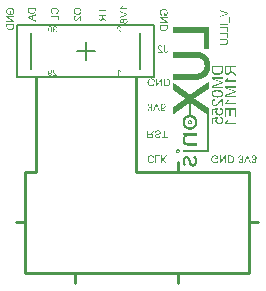
<source format=gbo>
G04*
G04 #@! TF.GenerationSoftware,Altium Limited,Altium Designer,21.6.1 (37)*
G04*
G04 Layer_Color=32896*
%FSLAX44Y44*%
%MOMM*%
G71*
G04*
G04 #@! TF.SameCoordinates,E8A9E921-0961-4E98-9D42-7A75F99DFC46*
G04*
G04*
G04 #@! TF.FilePolarity,Positive*
G04*
G01*
G75*
%ADD11C,0.2500*%
%ADD13C,0.2000*%
G36*
X63262Y83005D02*
X58547D01*
Y96535D01*
X32226D01*
Y96576D01*
X32185D01*
Y101537D01*
X63262D01*
Y83005D01*
D02*
G37*
G36*
X52233Y80709D02*
X52848D01*
Y80668D01*
X53258D01*
Y80627D01*
X53627D01*
Y80587D01*
X53914D01*
Y80546D01*
X54201D01*
Y80505D01*
X54447D01*
Y80463D01*
X54652D01*
Y80422D01*
X54857D01*
Y80381D01*
X55062D01*
Y80340D01*
X55267D01*
Y80300D01*
X55431D01*
Y80259D01*
X55595D01*
Y80218D01*
X55759D01*
Y80176D01*
X55923D01*
Y80135D01*
X56087D01*
Y80094D01*
X56210D01*
Y80054D01*
X56333D01*
Y80013D01*
X56456D01*
Y79971D01*
X56579D01*
Y79931D01*
X56743D01*
Y79889D01*
X56866D01*
Y79848D01*
X56948D01*
Y79808D01*
X57071D01*
Y79767D01*
X57194D01*
Y79725D01*
X57276D01*
Y79685D01*
X57399D01*
Y79644D01*
X57481D01*
Y79602D01*
X57563D01*
Y79562D01*
X57686D01*
Y79521D01*
X57768D01*
Y79479D01*
X57850D01*
Y79439D01*
X57932D01*
Y79398D01*
X58055D01*
Y79356D01*
X58137D01*
Y79316D01*
X58178D01*
Y79275D01*
X58260D01*
Y79233D01*
X58342D01*
Y79193D01*
X58424D01*
Y79152D01*
X58506D01*
Y79110D01*
X58588D01*
Y79069D01*
X58670D01*
Y79029D01*
X58752D01*
Y78987D01*
X58793D01*
Y78947D01*
X58875D01*
Y78906D01*
X58957D01*
Y78864D01*
X58998D01*
Y78823D01*
X59080D01*
Y78783D01*
X59162D01*
Y78741D01*
X59203D01*
Y78700D01*
X59285D01*
Y78660D01*
X59326D01*
Y78618D01*
X59408D01*
Y78578D01*
X59449D01*
Y78537D01*
X59531D01*
Y78496D01*
X59572D01*
Y78455D01*
X59654D01*
Y78414D01*
X59695D01*
Y78373D01*
X59736D01*
Y78331D01*
X59818D01*
Y78291D01*
X59859D01*
Y78250D01*
X59941D01*
Y78209D01*
X59982D01*
Y78168D01*
X60023D01*
Y78127D01*
X60064D01*
Y78086D01*
X60146D01*
Y78045D01*
X60187D01*
Y78004D01*
X60228D01*
Y77963D01*
X60269D01*
Y77922D01*
X60351D01*
Y77881D01*
X60392D01*
Y77840D01*
X60433D01*
Y77799D01*
X60474D01*
Y77758D01*
X60515D01*
Y77717D01*
X60556D01*
Y77676D01*
X60597D01*
Y77635D01*
X60638D01*
Y77594D01*
X60679D01*
Y77553D01*
X60761D01*
Y77512D01*
X60802D01*
Y77471D01*
X60843D01*
Y77430D01*
X60884D01*
Y77389D01*
X60925D01*
Y77348D01*
X60966D01*
Y77307D01*
X61007D01*
Y77266D01*
X61048D01*
Y77225D01*
X61089D01*
Y77143D01*
X61130D01*
Y77102D01*
X61171D01*
Y77061D01*
X61212D01*
Y77020D01*
X61253D01*
Y76979D01*
X61294D01*
Y76938D01*
X61335D01*
Y76897D01*
X61376D01*
Y76856D01*
X61417D01*
Y76774D01*
X61458D01*
Y76733D01*
X61499D01*
Y76692D01*
X61540D01*
Y76651D01*
X61581D01*
Y76610D01*
X61622D01*
Y76528D01*
X61663D01*
Y76487D01*
X61704D01*
Y76446D01*
X61745D01*
Y76364D01*
X61786D01*
Y76323D01*
X61827D01*
Y76282D01*
X61868D01*
Y76200D01*
X61909D01*
Y76159D01*
X61950D01*
Y76118D01*
X61991D01*
Y76036D01*
X62032D01*
Y75995D01*
X62073D01*
Y75913D01*
X62114D01*
Y75872D01*
X62155D01*
Y75790D01*
X62196D01*
Y75749D01*
X62237D01*
Y75667D01*
X62278D01*
Y75626D01*
X62319D01*
Y75544D01*
X62360D01*
Y75462D01*
X62401D01*
Y75421D01*
X62442D01*
Y75339D01*
X62483D01*
Y75257D01*
X62524D01*
Y75175D01*
X62565D01*
Y75134D01*
X62606D01*
Y75052D01*
X62647D01*
Y74970D01*
X62688D01*
Y74888D01*
X62729D01*
Y74806D01*
X62770D01*
Y74724D01*
X62811D01*
Y74642D01*
X62852D01*
Y74560D01*
X62893D01*
Y74478D01*
X62934D01*
Y74396D01*
X62975D01*
Y74314D01*
X63016D01*
Y74191D01*
X63057D01*
Y74109D01*
X63098D01*
Y74027D01*
X63139D01*
Y73904D01*
X63180D01*
Y73822D01*
X63221D01*
Y73699D01*
X63262D01*
Y73576D01*
X63303D01*
Y73494D01*
X63344D01*
Y73371D01*
X63385D01*
Y73248D01*
X63426D01*
Y73084D01*
X63467D01*
Y72961D01*
X63508D01*
Y72838D01*
X63549D01*
Y72674D01*
X63590D01*
Y72510D01*
X63631D01*
Y72346D01*
X63672D01*
Y72182D01*
X63713D01*
Y71977D01*
X63754D01*
Y71731D01*
X63795D01*
Y71526D01*
X63836D01*
Y71239D01*
X63877D01*
Y70952D01*
X63918D01*
Y70583D01*
X63959D01*
Y70132D01*
X64000D01*
Y69271D01*
X64041D01*
Y68410D01*
X64000D01*
Y67590D01*
X63959D01*
Y67098D01*
X63918D01*
Y66770D01*
X63877D01*
Y66442D01*
X63836D01*
Y66196D01*
X63795D01*
Y65950D01*
X63754D01*
Y65745D01*
X63713D01*
Y65540D01*
X63672D01*
Y65376D01*
X63631D01*
Y65212D01*
X63590D01*
Y65048D01*
X63549D01*
Y64884D01*
X63508D01*
Y64761D01*
X63467D01*
Y64597D01*
X63426D01*
Y64474D01*
X63385D01*
Y64351D01*
X63344D01*
Y64228D01*
X63303D01*
Y64105D01*
X63262D01*
Y64023D01*
X63221D01*
Y63900D01*
X63180D01*
Y63818D01*
X63139D01*
Y63695D01*
X63098D01*
Y63613D01*
X63057D01*
Y63490D01*
X63016D01*
Y63408D01*
X62975D01*
Y63326D01*
X62934D01*
Y63244D01*
X62893D01*
Y63162D01*
X62852D01*
Y63080D01*
X62811D01*
Y62998D01*
X62770D01*
Y62916D01*
X62729D01*
Y62834D01*
X62688D01*
Y62752D01*
X62647D01*
Y62670D01*
X62606D01*
Y62588D01*
X62565D01*
Y62506D01*
X62524D01*
Y62465D01*
X62483D01*
Y62383D01*
X62442D01*
Y62301D01*
X62401D01*
Y62260D01*
X62360D01*
Y62178D01*
X62319D01*
Y62096D01*
X62278D01*
Y62055D01*
X62237D01*
Y61973D01*
X62196D01*
Y61932D01*
X62155D01*
Y61850D01*
X62114D01*
Y61809D01*
X62073D01*
Y61727D01*
X62032D01*
Y61686D01*
X61991D01*
Y61604D01*
X61950D01*
Y61563D01*
X61909D01*
Y61481D01*
X61868D01*
Y61440D01*
X61827D01*
Y61399D01*
X61786D01*
Y61317D01*
X61745D01*
Y61276D01*
X61704D01*
Y61235D01*
X61663D01*
Y61153D01*
X61622D01*
Y61112D01*
X61581D01*
Y61071D01*
X61540D01*
Y61030D01*
X61499D01*
Y60948D01*
X61458D01*
Y60907D01*
X61417D01*
Y60866D01*
X61376D01*
Y60825D01*
X61335D01*
Y60784D01*
X61294D01*
Y60743D01*
X61253D01*
Y60702D01*
X61212D01*
Y60620D01*
X61171D01*
Y60579D01*
X61130D01*
Y60538D01*
X61089D01*
Y60497D01*
X61048D01*
Y60456D01*
X61007D01*
Y60415D01*
X60966D01*
Y60374D01*
X60925D01*
Y60333D01*
X60884D01*
Y60292D01*
X60843D01*
Y60251D01*
X60802D01*
Y60210D01*
X60761D01*
Y60169D01*
X60720D01*
Y60128D01*
X60679D01*
Y60087D01*
X60638D01*
Y60046D01*
X60556D01*
Y60005D01*
X60515D01*
Y59964D01*
X60474D01*
Y59923D01*
X60433D01*
Y59882D01*
X60392D01*
Y59841D01*
X60351D01*
Y59800D01*
X60310D01*
Y59759D01*
X60228D01*
Y59718D01*
X60187D01*
Y59677D01*
X60146D01*
Y59636D01*
X60105D01*
Y59595D01*
X60023D01*
Y59554D01*
X59982D01*
Y59513D01*
X59941D01*
Y59472D01*
X59859D01*
Y59431D01*
X59818D01*
Y59390D01*
X59777D01*
Y59349D01*
X59695D01*
Y59308D01*
X59654D01*
Y59267D01*
X59572D01*
Y59226D01*
X59531D01*
Y59185D01*
X59490D01*
Y59144D01*
X59408D01*
Y59103D01*
X59367D01*
Y59062D01*
X59285D01*
Y59021D01*
X59244D01*
Y58980D01*
X59162D01*
Y58939D01*
X59080D01*
Y58898D01*
X59039D01*
Y58857D01*
X58957D01*
Y58816D01*
X58875D01*
Y58775D01*
X58834D01*
Y58734D01*
X58752D01*
Y58693D01*
X58670D01*
Y58652D01*
X58588D01*
Y58611D01*
X58547D01*
Y58570D01*
X58465D01*
Y58529D01*
X58383D01*
Y58488D01*
X58301D01*
Y58447D01*
X58219D01*
Y58406D01*
X58137D01*
Y58365D01*
X58055D01*
Y58324D01*
X57973D01*
Y58283D01*
X57891D01*
Y58242D01*
X57768D01*
Y58201D01*
X57686D01*
Y58160D01*
X57604D01*
Y58119D01*
X57522D01*
Y58078D01*
X57399D01*
Y58037D01*
X57317D01*
Y57996D01*
X57194D01*
Y57955D01*
X57071D01*
Y57914D01*
X56989D01*
Y57873D01*
X56866D01*
Y57832D01*
X56743D01*
Y57791D01*
X56620D01*
Y57751D01*
X56497D01*
Y57709D01*
X56374D01*
Y57668D01*
X56251D01*
Y57627D01*
X56087D01*
Y57586D01*
X55964D01*
Y57545D01*
X55800D01*
Y57504D01*
X55636D01*
Y57463D01*
X55472D01*
Y57422D01*
X55308D01*
Y57381D01*
X55103D01*
Y57340D01*
X54898D01*
Y57299D01*
X54693D01*
Y57258D01*
X54488D01*
Y57217D01*
X54242D01*
Y57176D01*
X53996D01*
Y57135D01*
X53668D01*
Y57094D01*
X53340D01*
Y57053D01*
X52930D01*
Y57013D01*
X52397D01*
Y56972D01*
X32185D01*
Y61932D01*
X51332D01*
Y61973D01*
X52028D01*
Y62014D01*
X52439D01*
Y62055D01*
X52807D01*
Y62096D01*
X53053D01*
Y62137D01*
X53299D01*
Y62178D01*
X53545D01*
Y62219D01*
X53791D01*
Y62260D01*
X53955D01*
Y62301D01*
X54160D01*
Y62342D01*
X54324D01*
Y62383D01*
X54447D01*
Y62424D01*
X54611D01*
Y62465D01*
X54734D01*
Y62506D01*
X54857D01*
Y62547D01*
X55021D01*
Y62588D01*
X55103D01*
Y62629D01*
X55226D01*
Y62670D01*
X55349D01*
Y62711D01*
X55431D01*
Y62752D01*
X55513D01*
Y62793D01*
X55636D01*
Y62834D01*
X55718D01*
Y62875D01*
X55800D01*
Y62916D01*
X55882D01*
Y62957D01*
X55964D01*
Y62998D01*
X56046D01*
Y63039D01*
X56128D01*
Y63080D01*
X56210D01*
Y63121D01*
X56292D01*
Y63162D01*
X56333D01*
Y63203D01*
X56415D01*
Y63244D01*
X56497D01*
Y63285D01*
X56538D01*
Y63326D01*
X56620D01*
Y63367D01*
X56661D01*
Y63408D01*
X56743D01*
Y63449D01*
X56784D01*
Y63490D01*
X56866D01*
Y63531D01*
X56907D01*
Y63572D01*
X56989D01*
Y63613D01*
X57030D01*
Y63654D01*
X57071D01*
Y63695D01*
X57153D01*
Y63736D01*
X57194D01*
Y63777D01*
X57235D01*
Y63818D01*
X57276D01*
Y63859D01*
X57317D01*
Y63900D01*
X57358D01*
Y63941D01*
X57399D01*
Y63982D01*
X57481D01*
Y64023D01*
X57522D01*
Y64064D01*
X57563D01*
Y64105D01*
X57604D01*
Y64146D01*
X57645D01*
Y64187D01*
X57686D01*
Y64269D01*
X57727D01*
Y64310D01*
X57768D01*
Y64351D01*
X57809D01*
Y64392D01*
X57850D01*
Y64433D01*
X57891D01*
Y64474D01*
X57932D01*
Y64515D01*
X57973D01*
Y64597D01*
X58014D01*
Y64638D01*
X58055D01*
Y64679D01*
X58096D01*
Y64761D01*
X58137D01*
Y64802D01*
X58178D01*
Y64843D01*
X58219D01*
Y64925D01*
X58260D01*
Y64966D01*
X58301D01*
Y65048D01*
X58342D01*
Y65089D01*
X58383D01*
Y65171D01*
X58424D01*
Y65253D01*
X58465D01*
Y65294D01*
X58506D01*
Y65376D01*
X58547D01*
Y65458D01*
X58588D01*
Y65540D01*
X58629D01*
Y65622D01*
X58670D01*
Y65704D01*
X58711D01*
Y65786D01*
X58752D01*
Y65868D01*
X58793D01*
Y65991D01*
X58834D01*
Y66073D01*
X58875D01*
Y66196D01*
X58916D01*
Y66319D01*
X58957D01*
Y66442D01*
X58998D01*
Y66606D01*
X59039D01*
Y66729D01*
X59080D01*
Y66934D01*
X59121D01*
Y67139D01*
X59162D01*
Y67385D01*
X59203D01*
Y67631D01*
X59244D01*
Y68082D01*
X59285D01*
Y69640D01*
X59244D01*
Y70050D01*
X59203D01*
Y70337D01*
X59162D01*
Y70583D01*
X59121D01*
Y70788D01*
X59080D01*
Y70952D01*
X59039D01*
Y71116D01*
X58998D01*
Y71280D01*
X58957D01*
Y71403D01*
X58916D01*
Y71526D01*
X58875D01*
Y71608D01*
X58834D01*
Y71731D01*
X58793D01*
Y71813D01*
X58752D01*
Y71936D01*
X58711D01*
Y72018D01*
X58670D01*
Y72100D01*
X58629D01*
Y72182D01*
X58588D01*
Y72264D01*
X58547D01*
Y72346D01*
X58506D01*
Y72387D01*
X58465D01*
Y72469D01*
X58424D01*
Y72551D01*
X58383D01*
Y72592D01*
X58342D01*
Y72674D01*
X58301D01*
Y72715D01*
X58260D01*
Y72797D01*
X58219D01*
Y72838D01*
X58178D01*
Y72920D01*
X58137D01*
Y72961D01*
X58096D01*
Y73002D01*
X58055D01*
Y73084D01*
X58014D01*
Y73125D01*
X57973D01*
Y73166D01*
X57932D01*
Y73248D01*
X57891D01*
Y73289D01*
X57850D01*
Y73330D01*
X57809D01*
Y73371D01*
X57768D01*
Y73412D01*
X57727D01*
Y73453D01*
X57686D01*
Y73494D01*
X57645D01*
Y73535D01*
X57604D01*
Y73576D01*
X57563D01*
Y73617D01*
X57522D01*
Y73658D01*
X57481D01*
Y73699D01*
X57440D01*
Y73740D01*
X57399D01*
Y73781D01*
X57358D01*
Y73822D01*
X57317D01*
Y73863D01*
X57276D01*
Y73904D01*
X57235D01*
Y73945D01*
X57153D01*
Y73986D01*
X57112D01*
Y74027D01*
X57071D01*
Y74068D01*
X57030D01*
Y74109D01*
X56948D01*
Y74150D01*
X56907D01*
Y74191D01*
X56866D01*
Y74232D01*
X56784D01*
Y74273D01*
X56743D01*
Y74314D01*
X56661D01*
Y74355D01*
X56620D01*
Y74396D01*
X56538D01*
Y74437D01*
X56456D01*
Y74478D01*
X56415D01*
Y74519D01*
X56333D01*
Y74560D01*
X56251D01*
Y74601D01*
X56169D01*
Y74642D01*
X56128D01*
Y74683D01*
X56046D01*
Y74724D01*
X55964D01*
Y74765D01*
X55882D01*
Y74806D01*
X55800D01*
Y74847D01*
X55677D01*
Y74888D01*
X55595D01*
Y74929D01*
X55513D01*
Y74970D01*
X55390D01*
Y75011D01*
X55308D01*
Y75052D01*
X55185D01*
Y75093D01*
X55103D01*
Y75134D01*
X54980D01*
Y75175D01*
X54857D01*
Y75216D01*
X54734D01*
Y75257D01*
X54570D01*
Y75298D01*
X54447D01*
Y75339D01*
X54283D01*
Y75380D01*
X54119D01*
Y75421D01*
X53914D01*
Y75462D01*
X53750D01*
Y75503D01*
X53504D01*
Y75544D01*
X53258D01*
Y75585D01*
X53012D01*
Y75626D01*
X52725D01*
Y75667D01*
X52357D01*
Y75708D01*
X51905D01*
Y75749D01*
X51045D01*
Y75790D01*
X32185D01*
Y80750D01*
X52233D01*
Y80709D01*
D02*
G37*
G36*
X63262Y49510D02*
X63221D01*
Y49469D01*
X63180D01*
Y49428D01*
X63098D01*
Y49387D01*
X63057D01*
Y49346D01*
X62975D01*
Y49305D01*
X62934D01*
Y49264D01*
X62852D01*
Y49223D01*
X62811D01*
Y49182D01*
X62729D01*
Y49141D01*
X62688D01*
Y49100D01*
X62606D01*
Y49059D01*
X62565D01*
Y49018D01*
X62483D01*
Y48977D01*
X62442D01*
Y48936D01*
X62360D01*
Y48895D01*
X62319D01*
Y48854D01*
X62237D01*
Y48813D01*
X62196D01*
Y48772D01*
X62114D01*
Y48731D01*
X62073D01*
Y48690D01*
X61991D01*
Y48649D01*
X61950D01*
Y48608D01*
X61868D01*
Y48567D01*
X61827D01*
Y48526D01*
X61745D01*
Y48485D01*
X61704D01*
Y48444D01*
X61622D01*
Y48403D01*
X61581D01*
Y48362D01*
X61499D01*
Y48321D01*
X61458D01*
Y48280D01*
X61376D01*
Y48239D01*
X61335D01*
Y48198D01*
X61253D01*
Y48157D01*
X61212D01*
Y48116D01*
X61130D01*
Y48075D01*
X61089D01*
Y48034D01*
X61007D01*
Y47993D01*
X60966D01*
Y47952D01*
X60884D01*
Y47911D01*
X60843D01*
Y47870D01*
X60802D01*
Y47829D01*
X60720D01*
Y47788D01*
X60679D01*
Y47747D01*
X60597D01*
Y47706D01*
X60556D01*
Y47665D01*
X60474D01*
Y47624D01*
X60433D01*
Y47583D01*
X60351D01*
Y47542D01*
X60310D01*
Y47501D01*
X60228D01*
Y47460D01*
X60187D01*
Y47419D01*
X60105D01*
Y47378D01*
X60064D01*
Y47337D01*
X59982D01*
Y47296D01*
X59941D01*
Y47255D01*
X59859D01*
Y47214D01*
X59818D01*
Y47173D01*
X59736D01*
Y47132D01*
X59695D01*
Y47091D01*
X59613D01*
Y47050D01*
X59572D01*
Y47009D01*
X59490D01*
Y46968D01*
X59449D01*
Y46927D01*
X59367D01*
Y46886D01*
X59326D01*
Y46845D01*
X59244D01*
Y46804D01*
X59203D01*
Y46763D01*
X59121D01*
Y46722D01*
X59080D01*
Y46681D01*
X58998D01*
Y46640D01*
X58957D01*
Y46599D01*
X58875D01*
Y46558D01*
X58834D01*
Y46517D01*
X58752D01*
Y46476D01*
X58711D01*
Y46435D01*
X58629D01*
Y46394D01*
X58588D01*
Y46353D01*
X58506D01*
Y46312D01*
X58465D01*
Y46271D01*
X58383D01*
Y46230D01*
X58342D01*
Y46189D01*
X58260D01*
Y46148D01*
X58219D01*
Y46107D01*
X58137D01*
Y46066D01*
X58096D01*
Y46025D01*
X58055D01*
Y45984D01*
X57973D01*
Y45943D01*
X57932D01*
Y45902D01*
X57850D01*
Y45861D01*
X57809D01*
Y45820D01*
X57727D01*
Y45779D01*
X57686D01*
Y45738D01*
X57604D01*
Y45697D01*
X57563D01*
Y45656D01*
X57481D01*
Y45615D01*
X57440D01*
Y45574D01*
X57358D01*
Y45533D01*
X57317D01*
Y45492D01*
X57235D01*
Y45451D01*
X57194D01*
Y45410D01*
X57112D01*
Y45369D01*
X57071D01*
Y45328D01*
X56989D01*
Y45287D01*
X56948D01*
Y45246D01*
X56866D01*
Y45205D01*
X56825D01*
Y45164D01*
X56743D01*
Y45123D01*
X56702D01*
Y45082D01*
X56620D01*
Y45041D01*
X56579D01*
Y45000D01*
X56497D01*
Y44959D01*
X56456D01*
Y44918D01*
X56374D01*
Y44877D01*
X56333D01*
Y44836D01*
X56251D01*
Y44795D01*
X56210D01*
Y44754D01*
X56128D01*
Y44713D01*
X56087D01*
Y44672D01*
X56005D01*
Y44631D01*
X55964D01*
Y44590D01*
X55882D01*
Y44549D01*
X55841D01*
Y44508D01*
X55759D01*
Y44467D01*
X55718D01*
Y44426D01*
X55636D01*
Y44385D01*
X55595D01*
Y44344D01*
X55513D01*
Y44303D01*
X55472D01*
Y44262D01*
X55431D01*
Y44221D01*
X55349D01*
Y44180D01*
X55308D01*
Y44139D01*
X55226D01*
Y44098D01*
X55185D01*
Y44057D01*
X55103D01*
Y44016D01*
X55062D01*
Y43975D01*
X54980D01*
Y43934D01*
X54939D01*
Y43893D01*
X54857D01*
Y43852D01*
X54816D01*
Y43811D01*
X54734D01*
Y43770D01*
X54693D01*
Y43729D01*
X54611D01*
Y43688D01*
X54570D01*
Y43647D01*
X54488D01*
Y43606D01*
X54447D01*
Y43565D01*
X54365D01*
Y43524D01*
X54324D01*
Y43483D01*
X54242D01*
Y43442D01*
X54201D01*
Y43401D01*
X54119D01*
Y43360D01*
X54078D01*
Y43319D01*
X53996D01*
Y43278D01*
X53955D01*
Y43237D01*
X53873D01*
Y43196D01*
X53832D01*
Y43155D01*
X53750D01*
Y43114D01*
X53709D01*
Y43073D01*
X53627D01*
Y43032D01*
X53586D01*
Y42991D01*
X53504D01*
Y42950D01*
X53463D01*
Y42909D01*
X53381D01*
Y42868D01*
X53340D01*
Y42827D01*
X53258D01*
Y42786D01*
X53217D01*
Y42745D01*
X53135D01*
Y42704D01*
X53094D01*
Y42663D01*
X53012D01*
Y42622D01*
X52971D01*
Y42581D01*
X52889D01*
Y42540D01*
X52848D01*
Y42499D01*
X52807D01*
Y42458D01*
X52725D01*
Y42417D01*
X52684D01*
Y42376D01*
X52602D01*
Y42335D01*
X52561D01*
Y42294D01*
X52479D01*
Y42253D01*
X52439D01*
Y42212D01*
X52357D01*
Y42171D01*
X52315D01*
Y42130D01*
X52233D01*
Y42089D01*
X52193D01*
Y42048D01*
X52111D01*
Y42007D01*
X52070D01*
Y41966D01*
X51987D01*
Y41925D01*
X51947D01*
Y41884D01*
X51865D01*
Y41843D01*
X51824D01*
Y41802D01*
X51741D01*
Y41761D01*
X51701D01*
Y41720D01*
X51618D01*
Y41679D01*
X51578D01*
Y41638D01*
X51495D01*
Y41597D01*
X51455D01*
Y41556D01*
X51372D01*
Y41515D01*
X51332D01*
Y41474D01*
X51249D01*
Y41433D01*
X51209D01*
Y41392D01*
X51126D01*
Y41351D01*
X51086D01*
Y41310D01*
X51003D01*
Y41269D01*
X50963D01*
Y41228D01*
X50880D01*
Y41187D01*
X50840D01*
Y41146D01*
X50757D01*
Y41064D01*
X50840D01*
Y41023D01*
X50880D01*
Y40982D01*
X50922D01*
Y40941D01*
X51003D01*
Y40900D01*
X51045D01*
Y40859D01*
X51126D01*
Y40818D01*
X51167D01*
Y40777D01*
X51249D01*
Y40736D01*
X51290D01*
Y40695D01*
X51372D01*
Y40654D01*
X51413D01*
Y40613D01*
X51495D01*
Y40572D01*
X51536D01*
Y40531D01*
X51618D01*
Y40490D01*
X51659D01*
Y40449D01*
X51741D01*
Y40408D01*
X51782D01*
Y40367D01*
X51865D01*
Y40326D01*
X51905D01*
Y40285D01*
X51987D01*
Y40244D01*
X52028D01*
Y40203D01*
X52111D01*
Y40162D01*
X52151D01*
Y40121D01*
X52233D01*
Y40080D01*
X52274D01*
Y40039D01*
X52357D01*
Y39998D01*
X52397D01*
Y39957D01*
X52479D01*
Y39916D01*
X52520D01*
Y39875D01*
X52602D01*
Y39834D01*
X52643D01*
Y39793D01*
X52725D01*
Y39752D01*
X52766D01*
Y39711D01*
X52848D01*
Y39670D01*
X52889D01*
Y39629D01*
X52971D01*
Y39588D01*
X53012D01*
Y39547D01*
X53094D01*
Y39506D01*
X53135D01*
Y39465D01*
X53217D01*
Y39424D01*
X53258D01*
Y39383D01*
X53340D01*
Y39342D01*
X53381D01*
Y39301D01*
X53463D01*
Y39260D01*
X53504D01*
Y39219D01*
X53586D01*
Y39178D01*
X53627D01*
Y39137D01*
X53709D01*
Y39096D01*
X53750D01*
Y39055D01*
X53832D01*
Y39014D01*
X53873D01*
Y38973D01*
X53955D01*
Y38932D01*
X53996D01*
Y38891D01*
X54078D01*
Y38850D01*
X54119D01*
Y38809D01*
X54201D01*
Y38768D01*
X54242D01*
Y38727D01*
X54324D01*
Y38686D01*
X54365D01*
Y38645D01*
X54447D01*
Y38604D01*
X54488D01*
Y38563D01*
X54570D01*
Y38522D01*
X54611D01*
Y38481D01*
X54693D01*
Y38440D01*
X54734D01*
Y38399D01*
X54816D01*
Y38358D01*
X54857D01*
Y38317D01*
X54939D01*
Y38276D01*
X54980D01*
Y38235D01*
X55062D01*
Y38194D01*
X55103D01*
Y38153D01*
X55185D01*
Y38112D01*
X55226D01*
Y38071D01*
X55308D01*
Y38030D01*
X55349D01*
Y37989D01*
X55431D01*
Y37948D01*
X55472D01*
Y37907D01*
X55554D01*
Y37866D01*
X55595D01*
Y37825D01*
X55677D01*
Y37784D01*
X55718D01*
Y37743D01*
X55800D01*
Y37702D01*
X55841D01*
Y37661D01*
X55923D01*
Y37620D01*
X55964D01*
Y37579D01*
X56046D01*
Y37538D01*
X56087D01*
Y37497D01*
X56169D01*
Y37456D01*
X56210D01*
Y37415D01*
X56292D01*
Y37374D01*
X56333D01*
Y37333D01*
X56415D01*
Y37292D01*
X56456D01*
Y37251D01*
X56538D01*
Y37210D01*
X56579D01*
Y37169D01*
X56661D01*
Y37128D01*
X56702D01*
Y37087D01*
X56784D01*
Y37046D01*
X56825D01*
Y37005D01*
X56907D01*
Y36964D01*
X56948D01*
Y36923D01*
X57030D01*
Y36882D01*
X57071D01*
Y36841D01*
X57153D01*
Y36800D01*
X57194D01*
Y36759D01*
X57276D01*
Y36718D01*
X57317D01*
Y36677D01*
X57399D01*
Y36636D01*
X57440D01*
Y36595D01*
X57522D01*
Y36554D01*
X57563D01*
Y36513D01*
X57645D01*
Y36472D01*
X57686D01*
Y36431D01*
X57768D01*
Y36390D01*
X57809D01*
Y36349D01*
X57891D01*
Y36308D01*
X57932D01*
Y36267D01*
X57973D01*
Y36226D01*
X58055D01*
Y36185D01*
X58096D01*
Y36144D01*
X58178D01*
Y36103D01*
X58219D01*
Y36062D01*
X58301D01*
Y36021D01*
X58342D01*
Y35980D01*
X58424D01*
Y35939D01*
X58465D01*
Y35898D01*
X58547D01*
Y35857D01*
X58588D01*
Y35816D01*
X58670D01*
Y35775D01*
X58711D01*
Y35734D01*
X58793D01*
Y35693D01*
X58834D01*
Y35652D01*
X58916D01*
Y35611D01*
X58957D01*
Y35570D01*
X59039D01*
Y35529D01*
X59080D01*
Y35488D01*
X59162D01*
Y35447D01*
X59203D01*
Y35406D01*
X59285D01*
Y35365D01*
X59326D01*
Y35324D01*
X59408D01*
Y35283D01*
X59449D01*
Y35242D01*
X59531D01*
Y35201D01*
X59572D01*
Y35160D01*
X59654D01*
Y35119D01*
X59695D01*
Y35078D01*
X59777D01*
Y35037D01*
X59818D01*
Y34996D01*
X59900D01*
Y34955D01*
X59941D01*
Y34914D01*
X60023D01*
Y34873D01*
X60064D01*
Y34832D01*
X60146D01*
Y34791D01*
X60187D01*
Y34750D01*
X60269D01*
Y34709D01*
X60310D01*
Y34668D01*
X60392D01*
Y34627D01*
X60433D01*
Y34586D01*
X60515D01*
Y34545D01*
X60556D01*
Y34504D01*
X60638D01*
Y34463D01*
X60679D01*
Y34422D01*
X60761D01*
Y34381D01*
X60802D01*
Y34340D01*
X60884D01*
Y34299D01*
X60925D01*
Y34258D01*
X61007D01*
Y34217D01*
X61048D01*
Y34176D01*
X61130D01*
Y34135D01*
X61171D01*
Y34094D01*
X61253D01*
Y34053D01*
X61294D01*
Y34012D01*
X61376D01*
Y33971D01*
X61417D01*
Y33930D01*
X61499D01*
Y33889D01*
X61540D01*
Y33848D01*
X61622D01*
Y33807D01*
X61663D01*
Y33766D01*
X61745D01*
Y33725D01*
X61786D01*
Y33684D01*
X61868D01*
Y33643D01*
X61909D01*
Y33602D01*
X61991D01*
Y33561D01*
X62032D01*
Y33521D01*
X62114D01*
Y33479D01*
X62155D01*
Y33438D01*
X62237D01*
Y33397D01*
X62278D01*
Y33356D01*
X62360D01*
Y33315D01*
X62401D01*
Y33275D01*
X62483D01*
Y33233D01*
X62524D01*
Y33192D01*
X62606D01*
Y33152D01*
X62647D01*
Y33110D01*
X62729D01*
Y33070D01*
X62770D01*
Y33029D01*
X62852D01*
Y32987D01*
X62893D01*
Y32947D01*
X62975D01*
Y32905D01*
X63016D01*
Y32864D01*
X63098D01*
Y32824D01*
X63139D01*
Y32782D01*
X63221D01*
Y32741D01*
X63262D01*
Y-4608D01*
X41000D01*
Y-2681D01*
X61335D01*
Y27617D01*
X61294D01*
Y27658D01*
X61253D01*
Y27699D01*
X61171D01*
Y27740D01*
X61130D01*
Y27781D01*
X61089D01*
Y27822D01*
X61007D01*
Y27863D01*
X60966D01*
Y27904D01*
X60884D01*
Y27945D01*
X60843D01*
Y27986D01*
X60761D01*
Y28027D01*
X60720D01*
Y28068D01*
X60679D01*
Y28109D01*
X60597D01*
Y28150D01*
X60556D01*
Y28191D01*
X60474D01*
Y28232D01*
X60433D01*
Y28273D01*
X60351D01*
Y28314D01*
X60310D01*
Y28355D01*
X60269D01*
Y28396D01*
X60187D01*
Y28437D01*
X60146D01*
Y28478D01*
X60064D01*
Y28519D01*
X60023D01*
Y28560D01*
X59941D01*
Y28601D01*
X59900D01*
Y28642D01*
X59818D01*
Y28683D01*
X59777D01*
Y28724D01*
X59736D01*
Y28765D01*
X59654D01*
Y28806D01*
X59613D01*
Y28847D01*
X59531D01*
Y28888D01*
X59490D01*
Y28929D01*
X59408D01*
Y28970D01*
X59367D01*
Y29011D01*
X59326D01*
Y29052D01*
X59244D01*
Y29093D01*
X59203D01*
Y29134D01*
X59121D01*
Y29175D01*
X59080D01*
Y29216D01*
X58998D01*
Y29257D01*
X58957D01*
Y29298D01*
X58916D01*
Y29339D01*
X58834D01*
Y29380D01*
X58793D01*
Y29421D01*
X58711D01*
Y29462D01*
X58670D01*
Y29503D01*
X58588D01*
Y29544D01*
X58547D01*
Y29585D01*
X58506D01*
Y29626D01*
X58424D01*
Y29667D01*
X58383D01*
Y29708D01*
X58301D01*
Y29749D01*
X58260D01*
Y29790D01*
X58178D01*
Y29831D01*
X58137D01*
Y29872D01*
X58096D01*
Y29913D01*
X58014D01*
Y29954D01*
X57973D01*
Y29995D01*
X57891D01*
Y30036D01*
X57850D01*
Y30077D01*
X57768D01*
Y30118D01*
X57727D01*
Y30159D01*
X57686D01*
Y30200D01*
X57604D01*
Y30241D01*
X57563D01*
Y30282D01*
X57481D01*
Y30323D01*
X57440D01*
Y30364D01*
X57358D01*
Y30405D01*
X57317D01*
Y30446D01*
X57276D01*
Y30487D01*
X57194D01*
Y30528D01*
X57153D01*
Y30569D01*
X57071D01*
Y30610D01*
X57030D01*
Y30651D01*
X56948D01*
Y30692D01*
X56907D01*
Y30733D01*
X56866D01*
Y30773D01*
X56784D01*
Y30815D01*
X56743D01*
Y30856D01*
X56661D01*
Y30897D01*
X56620D01*
Y30938D01*
X56538D01*
Y30979D01*
X56497D01*
Y31020D01*
X56456D01*
Y31061D01*
X56374D01*
Y31102D01*
X56333D01*
Y31142D01*
X56251D01*
Y31184D01*
X56210D01*
Y31225D01*
X56128D01*
Y31265D01*
X56087D01*
Y31307D01*
X56046D01*
Y31347D01*
X55964D01*
Y31388D01*
X55923D01*
Y31430D01*
X55841D01*
Y31470D01*
X55800D01*
Y31511D01*
X55718D01*
Y31553D01*
X55677D01*
Y31594D01*
X55636D01*
Y31635D01*
X55554D01*
Y31676D01*
X55513D01*
Y31716D01*
X55431D01*
Y31758D01*
X55390D01*
Y31799D01*
X55308D01*
Y31839D01*
X55267D01*
Y31881D01*
X55226D01*
Y31922D01*
X55144D01*
Y31962D01*
X55103D01*
Y32004D01*
X55021D01*
Y32044D01*
X54980D01*
Y32085D01*
X54898D01*
Y32127D01*
X54857D01*
Y32167D01*
X54816D01*
Y32208D01*
X54734D01*
Y32250D01*
X54693D01*
Y32290D01*
X54611D01*
Y32332D01*
X54570D01*
Y32373D01*
X54488D01*
Y32413D01*
X54447D01*
Y32455D01*
X54406D01*
Y32496D01*
X54324D01*
Y32536D01*
X54283D01*
Y32578D01*
X54201D01*
Y32619D01*
X54160D01*
Y32659D01*
X54078D01*
Y32701D01*
X54037D01*
Y32741D01*
X53996D01*
Y32782D01*
X53914D01*
Y32824D01*
X53873D01*
Y32864D01*
X53791D01*
Y32905D01*
X53750D01*
Y32947D01*
X53668D01*
Y32987D01*
X53627D01*
Y33029D01*
X53586D01*
Y33070D01*
X53504D01*
Y33110D01*
X53463D01*
Y33152D01*
X53381D01*
Y33192D01*
X53340D01*
Y33233D01*
X53258D01*
Y33275D01*
X53217D01*
Y33315D01*
X53176D01*
Y33356D01*
X53094D01*
Y33397D01*
X53053D01*
Y33438D01*
X52971D01*
Y33479D01*
X52930D01*
Y33521D01*
X52848D01*
Y33561D01*
X52807D01*
Y33602D01*
X52766D01*
Y33643D01*
X52684D01*
Y33684D01*
X52643D01*
Y33725D01*
X52561D01*
Y33766D01*
X52520D01*
Y33807D01*
X52439D01*
Y33848D01*
X52397D01*
Y33889D01*
X52357D01*
Y33930D01*
X52274D01*
Y33971D01*
X52233D01*
Y34012D01*
X52151D01*
Y34053D01*
X52111D01*
Y34094D01*
X52028D01*
Y34135D01*
X51987D01*
Y34176D01*
X51947D01*
Y34217D01*
X51865D01*
Y34258D01*
X51824D01*
Y34299D01*
X51741D01*
Y34340D01*
X51701D01*
Y34381D01*
X51618D01*
Y34422D01*
X51578D01*
Y34463D01*
X51536D01*
Y34504D01*
X51455D01*
Y34545D01*
X51413D01*
Y34586D01*
X51332D01*
Y34627D01*
X51290D01*
Y34668D01*
X51209D01*
Y34709D01*
X51167D01*
Y34750D01*
X51126D01*
Y34791D01*
X51045D01*
Y34832D01*
X51003D01*
Y34873D01*
X50922D01*
Y34914D01*
X50880D01*
Y34955D01*
X50799D01*
Y34996D01*
X50757D01*
Y35037D01*
X50717D01*
Y35078D01*
X50634D01*
Y35119D01*
X50594D01*
Y35160D01*
X50511D01*
Y35201D01*
X50470D01*
Y35242D01*
X50388D01*
Y35283D01*
X50347D01*
Y35324D01*
X50307D01*
Y35365D01*
X50224D01*
Y35406D01*
X50184D01*
Y35447D01*
X50102D01*
Y35488D01*
X50061D01*
Y35529D01*
X49979D01*
Y35570D01*
X49938D01*
Y35611D01*
X49896D01*
Y35652D01*
X49815D01*
Y35693D01*
X49774D01*
Y35734D01*
X49692D01*
Y35775D01*
X49651D01*
Y35816D01*
X49569D01*
Y35857D01*
X49528D01*
Y35898D01*
X49487D01*
Y35939D01*
X49405D01*
Y35980D01*
X49364D01*
Y36021D01*
X49282D01*
Y36062D01*
X49241D01*
Y36103D01*
X49159D01*
Y36144D01*
X49118D01*
Y36185D01*
X49077D01*
Y36226D01*
X48995D01*
Y36267D01*
X48954D01*
Y36308D01*
X48872D01*
Y36349D01*
X48831D01*
Y36390D01*
X48749D01*
Y36431D01*
X48708D01*
Y36472D01*
X48667D01*
Y36513D01*
X48585D01*
Y36554D01*
X48544D01*
Y36595D01*
X48462D01*
Y36636D01*
X48421D01*
Y36677D01*
X48339D01*
Y36718D01*
X48298D01*
Y36759D01*
X48257D01*
Y36800D01*
X48175D01*
Y36841D01*
X48134D01*
Y36882D01*
X48052D01*
Y36923D01*
X48011D01*
Y36964D01*
X47929D01*
Y37005D01*
X47847D01*
Y27166D01*
X48011D01*
Y27125D01*
X48257D01*
Y27084D01*
X48462D01*
Y27043D01*
X48626D01*
Y27002D01*
X48790D01*
Y26961D01*
X48913D01*
Y26920D01*
X49036D01*
Y26879D01*
X49159D01*
Y26838D01*
X49282D01*
Y26797D01*
X49364D01*
Y26756D01*
X49487D01*
Y26715D01*
X49569D01*
Y26674D01*
X49651D01*
Y26633D01*
X49733D01*
Y26592D01*
X49815D01*
Y26551D01*
X49896D01*
Y26510D01*
X49979D01*
Y26469D01*
X50061D01*
Y26428D01*
X50102D01*
Y26387D01*
X50184D01*
Y26346D01*
X50266D01*
Y26305D01*
X50307D01*
Y26264D01*
X50388D01*
Y26223D01*
X50430D01*
Y26182D01*
X50511D01*
Y26141D01*
X50553D01*
Y26100D01*
X50634D01*
Y26059D01*
X50676D01*
Y26018D01*
X50757D01*
Y25977D01*
X50799D01*
Y25936D01*
X50840D01*
Y25895D01*
X50880D01*
Y25854D01*
X50922D01*
Y25813D01*
X51003D01*
Y25772D01*
X51045D01*
Y25731D01*
X51086D01*
Y25690D01*
X51126D01*
Y25649D01*
X51167D01*
Y25608D01*
X51209D01*
Y25567D01*
X51249D01*
Y25526D01*
X51290D01*
Y25485D01*
X51372D01*
Y25403D01*
X51413D01*
Y25362D01*
X51455D01*
Y25321D01*
X51495D01*
Y25280D01*
X51536D01*
Y25239D01*
X51578D01*
Y25198D01*
X51618D01*
Y25157D01*
X51659D01*
Y25116D01*
X51701D01*
Y25034D01*
X51741D01*
Y24993D01*
X51782D01*
Y24952D01*
X51824D01*
Y24911D01*
X51865D01*
Y24829D01*
X51905D01*
Y24788D01*
X51947D01*
Y24747D01*
X51987D01*
Y24665D01*
X52028D01*
Y24583D01*
X52070D01*
Y24542D01*
X52111D01*
Y24460D01*
X52151D01*
Y24419D01*
X52193D01*
Y24337D01*
X52233D01*
Y24296D01*
X52274D01*
Y24214D01*
X52315D01*
Y24132D01*
X52357D01*
Y24050D01*
X52397D01*
Y23968D01*
X52439D01*
Y23886D01*
X52479D01*
Y23804D01*
X52520D01*
Y23722D01*
X52561D01*
Y23599D01*
X52602D01*
Y23517D01*
X52643D01*
Y23394D01*
X52684D01*
Y23271D01*
X52725D01*
Y23148D01*
X52766D01*
Y23025D01*
X52807D01*
Y22902D01*
X52848D01*
Y22738D01*
X52889D01*
Y22615D01*
X52930D01*
Y22410D01*
X52971D01*
Y22164D01*
X53012D01*
Y21959D01*
X53053D01*
Y21467D01*
X53094D01*
Y20360D01*
X53053D01*
Y19909D01*
X53012D01*
Y19704D01*
X52971D01*
Y19458D01*
X52930D01*
Y19253D01*
X52889D01*
Y19089D01*
X52848D01*
Y18966D01*
X52807D01*
Y18802D01*
X52766D01*
Y18679D01*
X52725D01*
Y18556D01*
X52684D01*
Y18474D01*
X52643D01*
Y18351D01*
X52602D01*
Y18269D01*
X52561D01*
Y18146D01*
X52520D01*
Y18064D01*
X52479D01*
Y17982D01*
X52439D01*
Y17900D01*
X52397D01*
Y17818D01*
X52357D01*
Y17736D01*
X52315D01*
Y17654D01*
X52274D01*
Y17572D01*
X52233D01*
Y17531D01*
X52193D01*
Y17449D01*
X52151D01*
Y17367D01*
X52111D01*
Y17326D01*
X52070D01*
Y17244D01*
X52028D01*
Y17203D01*
X51987D01*
Y17121D01*
X51947D01*
Y17080D01*
X51905D01*
Y16998D01*
X51865D01*
Y16957D01*
X51824D01*
Y16916D01*
X51782D01*
Y16875D01*
X51741D01*
Y16793D01*
X51701D01*
Y16752D01*
X51659D01*
Y16711D01*
X51618D01*
Y16670D01*
X51578D01*
Y16588D01*
X51536D01*
Y16547D01*
X51495D01*
Y16506D01*
X51455D01*
Y16465D01*
X51413D01*
Y16424D01*
X51372D01*
Y16383D01*
X51332D01*
Y16342D01*
X51290D01*
Y16301D01*
X51249D01*
Y16260D01*
X51209D01*
Y16219D01*
X51167D01*
Y16178D01*
X51086D01*
Y16137D01*
X51045D01*
Y16096D01*
X51003D01*
Y16055D01*
X50963D01*
Y16014D01*
X50922D01*
Y15973D01*
X50840D01*
Y15932D01*
X50799D01*
Y15891D01*
X50757D01*
Y15850D01*
X50717D01*
Y15809D01*
X50634D01*
Y15768D01*
X50594D01*
Y15727D01*
X50511D01*
Y15686D01*
X50470D01*
Y15645D01*
X50388D01*
Y15604D01*
X50347D01*
Y15563D01*
X50266D01*
Y15522D01*
X50224D01*
Y15481D01*
X50143D01*
Y15440D01*
X50061D01*
Y15399D01*
X49979D01*
Y15358D01*
X49896D01*
Y15317D01*
X49815D01*
Y15276D01*
X49774D01*
Y15235D01*
X49692D01*
Y15194D01*
X49569D01*
Y15153D01*
X49487D01*
Y15112D01*
X49405D01*
Y15071D01*
X49282D01*
Y15030D01*
X49200D01*
Y14989D01*
X49077D01*
Y14948D01*
X48954D01*
Y14907D01*
X48831D01*
Y14866D01*
X48667D01*
Y14825D01*
X48503D01*
Y14784D01*
X48339D01*
Y14743D01*
X48093D01*
Y14702D01*
X47847D01*
Y14661D01*
X47396D01*
Y14620D01*
X46371D01*
Y14661D01*
X45961D01*
Y14702D01*
X45674D01*
Y14743D01*
X45469D01*
Y14784D01*
X45264D01*
Y14825D01*
X45100D01*
Y14866D01*
X44977D01*
Y14907D01*
X44813D01*
Y14948D01*
X44690D01*
Y14989D01*
X44608D01*
Y15030D01*
X44485D01*
Y15071D01*
X44403D01*
Y15112D01*
X44280D01*
Y15153D01*
X44198D01*
Y15194D01*
X44116D01*
Y15235D01*
X44034D01*
Y15276D01*
X43952D01*
Y15317D01*
X43870D01*
Y15358D01*
X43788D01*
Y15399D01*
X43706D01*
Y15440D01*
X43624D01*
Y15481D01*
X43583D01*
Y15522D01*
X43501D01*
Y15563D01*
X43460D01*
Y15604D01*
X43378D01*
Y15645D01*
X43337D01*
Y15686D01*
X43255D01*
Y15727D01*
X43214D01*
Y15768D01*
X43132D01*
Y15809D01*
X43091D01*
Y15850D01*
X43009D01*
Y15891D01*
X42968D01*
Y15932D01*
X42927D01*
Y15973D01*
X42886D01*
Y16014D01*
X42845D01*
Y16055D01*
X42763D01*
Y16096D01*
X42722D01*
Y16137D01*
X42681D01*
Y16178D01*
X42640D01*
Y16219D01*
X42599D01*
Y16260D01*
X42558D01*
Y16301D01*
X42517D01*
Y16342D01*
X42476D01*
Y16383D01*
X42435D01*
Y16424D01*
X42394D01*
Y16465D01*
X42353D01*
Y16506D01*
X42312D01*
Y16547D01*
X42271D01*
Y16588D01*
X42230D01*
Y16629D01*
X42189D01*
Y16670D01*
X42148D01*
Y16711D01*
X42107D01*
Y16793D01*
X42066D01*
Y16834D01*
X42025D01*
Y16875D01*
X41984D01*
Y16916D01*
X41943D01*
Y16998D01*
X41902D01*
Y17039D01*
X41861D01*
Y17080D01*
X41820D01*
Y17162D01*
X41779D01*
Y17203D01*
X41738D01*
Y17285D01*
X41697D01*
Y17326D01*
X41656D01*
Y17408D01*
X41615D01*
Y17490D01*
X41574D01*
Y17531D01*
X41533D01*
Y17613D01*
X41492D01*
Y17695D01*
X41451D01*
Y17777D01*
X41410D01*
Y17859D01*
X41369D01*
Y17941D01*
X41328D01*
Y18023D01*
X41287D01*
Y18105D01*
X41246D01*
Y18187D01*
X41205D01*
Y18269D01*
X41164D01*
Y18392D01*
X41123D01*
Y18515D01*
X41082D01*
Y18597D01*
X41041D01*
Y18720D01*
X41000D01*
Y18843D01*
X40959D01*
Y19007D01*
X40918D01*
Y19171D01*
X40877D01*
Y19294D01*
X40836D01*
Y19540D01*
X40795D01*
Y19786D01*
X40754D01*
Y20073D01*
X40713D01*
Y20524D01*
X40672D01*
Y21303D01*
X40713D01*
Y21795D01*
X40754D01*
Y22082D01*
X40795D01*
Y22328D01*
X40836D01*
Y22533D01*
X40877D01*
Y22697D01*
X40918D01*
Y22861D01*
X40959D01*
Y22984D01*
X41000D01*
Y23107D01*
X41041D01*
Y23230D01*
X41082D01*
Y23353D01*
X41123D01*
Y23476D01*
X41164D01*
Y23558D01*
X41205D01*
Y23681D01*
X41246D01*
Y23763D01*
X41287D01*
Y23845D01*
X41328D01*
Y23927D01*
X41369D01*
Y24009D01*
X41410D01*
Y24091D01*
X41451D01*
Y24173D01*
X41492D01*
Y24255D01*
X41533D01*
Y24337D01*
X41574D01*
Y24378D01*
X41615D01*
Y24460D01*
X41656D01*
Y24501D01*
X41697D01*
Y24583D01*
X41738D01*
Y24624D01*
X41779D01*
Y24706D01*
X41820D01*
Y24788D01*
X41861D01*
Y24829D01*
X41902D01*
Y24870D01*
X41943D01*
Y24911D01*
X41984D01*
Y24993D01*
X42025D01*
Y25034D01*
X42066D01*
Y25075D01*
X42107D01*
Y25116D01*
X42148D01*
Y25198D01*
X42189D01*
Y25239D01*
X42230D01*
Y25280D01*
X42271D01*
Y25321D01*
X42312D01*
Y25362D01*
X42353D01*
Y25403D01*
X42394D01*
Y25444D01*
X42435D01*
Y25485D01*
X42476D01*
Y25526D01*
X42517D01*
Y25567D01*
X42558D01*
Y25608D01*
X42599D01*
Y25649D01*
X42640D01*
Y25690D01*
X42681D01*
Y25731D01*
X42722D01*
Y25772D01*
X42804D01*
Y25813D01*
X42845D01*
Y25854D01*
X42886D01*
Y25895D01*
X42927D01*
Y25936D01*
X42968D01*
Y25977D01*
X43050D01*
Y26018D01*
X43091D01*
Y26059D01*
X43132D01*
Y26100D01*
X43214D01*
Y26141D01*
X43255D01*
Y26182D01*
X43337D01*
Y26223D01*
X43378D01*
Y26264D01*
X43460D01*
Y26305D01*
X43501D01*
Y26346D01*
X43583D01*
Y26387D01*
X43665D01*
Y26428D01*
X43747D01*
Y26469D01*
X43829D01*
Y26510D01*
X43870D01*
Y26551D01*
X43952D01*
Y26592D01*
X44034D01*
Y26633D01*
X44116D01*
Y26674D01*
X44239D01*
Y26715D01*
X44321D01*
Y26756D01*
X44403D01*
Y26797D01*
X44526D01*
Y26838D01*
X44608D01*
Y26879D01*
X44731D01*
Y26920D01*
X44854D01*
Y26961D01*
X45018D01*
Y27002D01*
X45182D01*
Y27043D01*
X45346D01*
Y27084D01*
X45551D01*
Y27125D01*
X45756D01*
Y27166D01*
X45920D01*
Y36923D01*
X45838D01*
Y36882D01*
X45797D01*
Y36841D01*
X45715D01*
Y36800D01*
X45674D01*
Y36759D01*
X45633D01*
Y36718D01*
X45551D01*
Y36677D01*
X45510D01*
Y36636D01*
X45428D01*
Y36595D01*
X45387D01*
Y36554D01*
X45346D01*
Y36513D01*
X45264D01*
Y36472D01*
X45223D01*
Y36431D01*
X45141D01*
Y36390D01*
X45100D01*
Y36349D01*
X45018D01*
Y36308D01*
X44977D01*
Y36267D01*
X44936D01*
Y36226D01*
X44854D01*
Y36185D01*
X44813D01*
Y36144D01*
X44731D01*
Y36103D01*
X44690D01*
Y36062D01*
X44649D01*
Y36021D01*
X44567D01*
Y35980D01*
X44526D01*
Y35939D01*
X44444D01*
Y35898D01*
X44403D01*
Y35857D01*
X44362D01*
Y35816D01*
X44280D01*
Y35775D01*
X44239D01*
Y35734D01*
X44157D01*
Y35693D01*
X44116D01*
Y35652D01*
X44075D01*
Y35611D01*
X43993D01*
Y35570D01*
X43952D01*
Y35529D01*
X43870D01*
Y35488D01*
X43829D01*
Y35447D01*
X43747D01*
Y35406D01*
X43706D01*
Y35365D01*
X43665D01*
Y35324D01*
X43583D01*
Y35283D01*
X43542D01*
Y35242D01*
X43460D01*
Y35201D01*
X43419D01*
Y35160D01*
X43378D01*
Y35119D01*
X43296D01*
Y35078D01*
X43255D01*
Y35037D01*
X43173D01*
Y34996D01*
X43132D01*
Y34955D01*
X43091D01*
Y34914D01*
X43009D01*
Y34873D01*
X42968D01*
Y34832D01*
X42886D01*
Y34791D01*
X42845D01*
Y34750D01*
X42804D01*
Y34709D01*
X42722D01*
Y34668D01*
X42681D01*
Y34627D01*
X42599D01*
Y34586D01*
X42558D01*
Y34545D01*
X42517D01*
Y34504D01*
X42435D01*
Y34463D01*
X42394D01*
Y34422D01*
X42312D01*
Y34381D01*
X42271D01*
Y34340D01*
X42189D01*
Y34299D01*
X42148D01*
Y34258D01*
X42107D01*
Y34217D01*
X42025D01*
Y34176D01*
X41984D01*
Y34135D01*
X41902D01*
Y34094D01*
X41861D01*
Y34053D01*
X41820D01*
Y34012D01*
X41738D01*
Y33971D01*
X41697D01*
Y33930D01*
X41615D01*
Y33889D01*
X41574D01*
Y33848D01*
X41533D01*
Y33807D01*
X41451D01*
Y33766D01*
X41410D01*
Y33725D01*
X41328D01*
Y33684D01*
X41287D01*
Y33643D01*
X41246D01*
Y33602D01*
X41164D01*
Y33561D01*
X41123D01*
Y33521D01*
X41041D01*
Y33479D01*
X41000D01*
Y33438D01*
X40959D01*
Y33397D01*
X40877D01*
Y33356D01*
X40836D01*
Y33315D01*
X40754D01*
Y33275D01*
X40713D01*
Y33233D01*
X40631D01*
Y33192D01*
X40590D01*
Y33152D01*
X40549D01*
Y33110D01*
X40467D01*
Y33070D01*
X40426D01*
Y33029D01*
X40344D01*
Y32987D01*
X40303D01*
Y32947D01*
X40262D01*
Y32905D01*
X40180D01*
Y32864D01*
X40139D01*
Y32824D01*
X40057D01*
Y32782D01*
X40016D01*
Y32741D01*
X39975D01*
Y32701D01*
X39893D01*
Y32659D01*
X39852D01*
Y32619D01*
X39770D01*
Y32578D01*
X39729D01*
Y32536D01*
X39688D01*
Y32496D01*
X39606D01*
Y32455D01*
X39565D01*
Y32413D01*
X39483D01*
Y32373D01*
X39442D01*
Y32332D01*
X39360D01*
Y32290D01*
X39319D01*
Y32250D01*
X39278D01*
Y32208D01*
X39196D01*
Y32167D01*
X39155D01*
Y32127D01*
X39073D01*
Y32085D01*
X39032D01*
Y32044D01*
X38991D01*
Y32004D01*
X38909D01*
Y31962D01*
X38868D01*
Y31922D01*
X38786D01*
Y31881D01*
X38745D01*
Y31839D01*
X38704D01*
Y31799D01*
X38622D01*
Y31758D01*
X38581D01*
Y31716D01*
X38499D01*
Y31676D01*
X38458D01*
Y31635D01*
X38417D01*
Y31594D01*
X38335D01*
Y31553D01*
X38294D01*
Y31511D01*
X38212D01*
Y31470D01*
X38171D01*
Y31430D01*
X38130D01*
Y31388D01*
X38048D01*
Y31347D01*
X38007D01*
Y31307D01*
X37925D01*
Y31265D01*
X37884D01*
Y31225D01*
X37802D01*
Y31184D01*
X37761D01*
Y31142D01*
X37720D01*
Y31102D01*
X37638D01*
Y31061D01*
X37597D01*
Y31020D01*
X37515D01*
Y30979D01*
X37474D01*
Y30938D01*
X37433D01*
Y30897D01*
X37351D01*
Y30856D01*
X37310D01*
Y30815D01*
X37228D01*
Y30773D01*
X37187D01*
Y30733D01*
X37146D01*
Y30692D01*
X37064D01*
Y30651D01*
X37023D01*
Y30610D01*
X36941D01*
Y30569D01*
X36900D01*
Y30528D01*
X36859D01*
Y30487D01*
X36777D01*
Y30446D01*
X36736D01*
Y30405D01*
X36654D01*
Y30364D01*
X36613D01*
Y30323D01*
X36572D01*
Y30282D01*
X36490D01*
Y30241D01*
X36449D01*
Y30200D01*
X36367D01*
Y30159D01*
X36326D01*
Y30118D01*
X36244D01*
Y30077D01*
X36203D01*
Y30036D01*
X36162D01*
Y29995D01*
X36080D01*
Y29954D01*
X36039D01*
Y29913D01*
X35957D01*
Y29872D01*
X35916D01*
Y29831D01*
X35875D01*
Y29790D01*
X35793D01*
Y29749D01*
X35752D01*
Y29708D01*
X35670D01*
Y29667D01*
X35629D01*
Y29626D01*
X35588D01*
Y29585D01*
X35506D01*
Y29544D01*
X35465D01*
Y29503D01*
X35383D01*
Y29462D01*
X35342D01*
Y29421D01*
X35301D01*
Y29380D01*
X35219D01*
Y29339D01*
X35178D01*
Y29298D01*
X35096D01*
Y29257D01*
X35055D01*
Y29216D01*
X35014D01*
Y29175D01*
X34932D01*
Y29134D01*
X34891D01*
Y29093D01*
X34809D01*
Y29052D01*
X34768D01*
Y29011D01*
X34686D01*
Y28970D01*
X34645D01*
Y28929D01*
X34604D01*
Y28888D01*
X34522D01*
Y28847D01*
X34481D01*
Y28806D01*
X34399D01*
Y28765D01*
X34358D01*
Y28724D01*
X34317D01*
Y28683D01*
X34235D01*
Y28642D01*
X34194D01*
Y28601D01*
X34112D01*
Y28560D01*
X34071D01*
Y28519D01*
X34030D01*
Y28478D01*
X33948D01*
Y28437D01*
X33907D01*
Y28396D01*
X33825D01*
Y28355D01*
X33784D01*
Y28314D01*
X33743D01*
Y28273D01*
X33661D01*
Y28232D01*
X33620D01*
Y28191D01*
X33538D01*
Y28150D01*
X33497D01*
Y28109D01*
X33415D01*
Y28068D01*
X33374D01*
Y28027D01*
X33333D01*
Y27986D01*
X33251D01*
Y27945D01*
X33210D01*
Y27904D01*
X33128D01*
Y27863D01*
X33087D01*
Y27822D01*
X33046D01*
Y27781D01*
X32964D01*
Y27740D01*
X32923D01*
Y27699D01*
X32841D01*
Y27658D01*
X32800D01*
Y27617D01*
X32759D01*
Y27576D01*
X32677D01*
Y27535D01*
X32636D01*
Y27494D01*
X32554D01*
Y27453D01*
X32513D01*
Y27412D01*
X32472D01*
Y27371D01*
X32390D01*
Y27330D01*
X32349D01*
Y27289D01*
X32267D01*
Y27248D01*
X32226D01*
Y27207D01*
X32185D01*
Y33438D01*
X32267D01*
Y33479D01*
X32308D01*
Y33521D01*
X32390D01*
Y33561D01*
X32431D01*
Y33602D01*
X32513D01*
Y33643D01*
X32554D01*
Y33684D01*
X32595D01*
Y33725D01*
X32677D01*
Y33766D01*
X32718D01*
Y33807D01*
X32800D01*
Y33848D01*
X32841D01*
Y33889D01*
X32923D01*
Y33930D01*
X32964D01*
Y33971D01*
X33046D01*
Y34012D01*
X33087D01*
Y34053D01*
X33169D01*
Y34094D01*
X33210D01*
Y34135D01*
X33292D01*
Y34176D01*
X33333D01*
Y34217D01*
X33415D01*
Y34258D01*
X33456D01*
Y34299D01*
X33497D01*
Y34340D01*
X33579D01*
Y34381D01*
X33620D01*
Y34422D01*
X33702D01*
Y34463D01*
X33743D01*
Y34504D01*
X33825D01*
Y34545D01*
X33866D01*
Y34586D01*
X33948D01*
Y34627D01*
X33989D01*
Y34668D01*
X34071D01*
Y34709D01*
X34112D01*
Y34750D01*
X34194D01*
Y34791D01*
X34235D01*
Y34832D01*
X34317D01*
Y34873D01*
X34358D01*
Y34914D01*
X34399D01*
Y34955D01*
X34481D01*
Y34996D01*
X34522D01*
Y35037D01*
X34604D01*
Y35078D01*
X34645D01*
Y35119D01*
X34727D01*
Y35160D01*
X34768D01*
Y35201D01*
X34850D01*
Y35242D01*
X34891D01*
Y35283D01*
X34973D01*
Y35324D01*
X35014D01*
Y35365D01*
X35096D01*
Y35406D01*
X35137D01*
Y35447D01*
X35219D01*
Y35488D01*
X35260D01*
Y35529D01*
X35301D01*
Y35570D01*
X35383D01*
Y35611D01*
X35424D01*
Y35652D01*
X35506D01*
Y35693D01*
X35547D01*
Y35734D01*
X35629D01*
Y35775D01*
X35670D01*
Y35816D01*
X35752D01*
Y35857D01*
X35793D01*
Y35898D01*
X35875D01*
Y35939D01*
X35916D01*
Y35980D01*
X35998D01*
Y36021D01*
X36039D01*
Y36062D01*
X36121D01*
Y36103D01*
X36162D01*
Y36144D01*
X36203D01*
Y36185D01*
X36285D01*
Y36226D01*
X36326D01*
Y36267D01*
X36408D01*
Y36308D01*
X36449D01*
Y36349D01*
X36531D01*
Y36390D01*
X36572D01*
Y36431D01*
X36654D01*
Y36472D01*
X36695D01*
Y36513D01*
X36777D01*
Y36554D01*
X36818D01*
Y36595D01*
X36900D01*
Y36636D01*
X36941D01*
Y36677D01*
X37023D01*
Y36718D01*
X37064D01*
Y36759D01*
X37105D01*
Y36800D01*
X37187D01*
Y36841D01*
X37228D01*
Y36882D01*
X37310D01*
Y36923D01*
X37351D01*
Y36964D01*
X37433D01*
Y37005D01*
X37474D01*
Y37046D01*
X37556D01*
Y37087D01*
X37597D01*
Y37128D01*
X37679D01*
Y37169D01*
X37720D01*
Y37210D01*
X37802D01*
Y37251D01*
X37843D01*
Y37292D01*
X37925D01*
Y37333D01*
X37966D01*
Y37374D01*
X38007D01*
Y37415D01*
X38089D01*
Y37456D01*
X38130D01*
Y37497D01*
X38212D01*
Y37538D01*
X38253D01*
Y37579D01*
X38335D01*
Y37620D01*
X38376D01*
Y37661D01*
X38458D01*
Y37702D01*
X38499D01*
Y37743D01*
X38581D01*
Y37784D01*
X38622D01*
Y37825D01*
X38704D01*
Y37866D01*
X38745D01*
Y37907D01*
X38827D01*
Y37948D01*
X38868D01*
Y37989D01*
X38909D01*
Y38030D01*
X38991D01*
Y38071D01*
X39032D01*
Y38112D01*
X39114D01*
Y38153D01*
X39155D01*
Y38194D01*
X39237D01*
Y38235D01*
X39278D01*
Y38276D01*
X39360D01*
Y38317D01*
X39401D01*
Y38358D01*
X39483D01*
Y38399D01*
X39524D01*
Y38440D01*
X39606D01*
Y38481D01*
X39647D01*
Y38522D01*
X39729D01*
Y38563D01*
X39770D01*
Y38604D01*
X39811D01*
Y38645D01*
X39893D01*
Y38686D01*
X39934D01*
Y38727D01*
X40016D01*
Y38768D01*
X40057D01*
Y38809D01*
X40139D01*
Y38850D01*
X40180D01*
Y38891D01*
X40262D01*
Y38932D01*
X40303D01*
Y38973D01*
X40385D01*
Y39014D01*
X40426D01*
Y39055D01*
X40508D01*
Y39096D01*
X40549D01*
Y39137D01*
X40631D01*
Y39178D01*
X40672D01*
Y39219D01*
X40713D01*
Y39260D01*
X40795D01*
Y39301D01*
X40836D01*
Y39342D01*
X40918D01*
Y39383D01*
X40959D01*
Y39424D01*
X41041D01*
Y39465D01*
X41082D01*
Y39506D01*
X41164D01*
Y39547D01*
X41205D01*
Y39588D01*
X41287D01*
Y39629D01*
X41328D01*
Y39670D01*
X41410D01*
Y39711D01*
X41451D01*
Y39752D01*
X41533D01*
Y39793D01*
X41574D01*
Y39834D01*
X41615D01*
Y39875D01*
X41697D01*
Y39916D01*
X41738D01*
Y39957D01*
X41820D01*
Y39998D01*
X41861D01*
Y40039D01*
X41943D01*
Y40080D01*
X41984D01*
Y40121D01*
X42066D01*
Y40162D01*
X42107D01*
Y40203D01*
X42189D01*
Y40244D01*
X42230D01*
Y40285D01*
X42312D01*
Y40326D01*
X42353D01*
Y40367D01*
X42435D01*
Y40408D01*
X42476D01*
Y40449D01*
X42517D01*
Y40490D01*
X42599D01*
Y40531D01*
X42640D01*
Y40572D01*
X42722D01*
Y40613D01*
X42763D01*
Y40654D01*
X42845D01*
Y40695D01*
X42886D01*
Y40736D01*
X42968D01*
Y40777D01*
X43009D01*
Y40818D01*
X43091D01*
Y40859D01*
X43132D01*
Y40900D01*
X43214D01*
Y40941D01*
X43173D01*
Y40982D01*
X43132D01*
Y41023D01*
X43050D01*
Y41064D01*
X43009D01*
Y41105D01*
X42927D01*
Y41146D01*
X42886D01*
Y41187D01*
X42804D01*
Y41228D01*
X42763D01*
Y41269D01*
X42722D01*
Y41310D01*
X42640D01*
Y41351D01*
X42599D01*
Y41392D01*
X42517D01*
Y41433D01*
X42476D01*
Y41474D01*
X42394D01*
Y41515D01*
X42353D01*
Y41556D01*
X42271D01*
Y41597D01*
X42230D01*
Y41638D01*
X42148D01*
Y41679D01*
X42107D01*
Y41720D01*
X42066D01*
Y41761D01*
X41984D01*
Y41802D01*
X41943D01*
Y41843D01*
X41861D01*
Y41884D01*
X41820D01*
Y41925D01*
X41738D01*
Y41966D01*
X41697D01*
Y42007D01*
X41615D01*
Y42048D01*
X41574D01*
Y42089D01*
X41533D01*
Y42130D01*
X41451D01*
Y42171D01*
X41410D01*
Y42212D01*
X41328D01*
Y42253D01*
X41287D01*
Y42294D01*
X41205D01*
Y42335D01*
X41164D01*
Y42376D01*
X41082D01*
Y42417D01*
X41041D01*
Y42458D01*
X40959D01*
Y42499D01*
X40918D01*
Y42540D01*
X40877D01*
Y42581D01*
X40795D01*
Y42622D01*
X40754D01*
Y42663D01*
X40672D01*
Y42704D01*
X40631D01*
Y42745D01*
X40549D01*
Y42786D01*
X40508D01*
Y42827D01*
X40426D01*
Y42868D01*
X40385D01*
Y42909D01*
X40303D01*
Y42950D01*
X40262D01*
Y42991D01*
X40221D01*
Y43032D01*
X40139D01*
Y43073D01*
X40098D01*
Y43114D01*
X40016D01*
Y43155D01*
X39975D01*
Y43196D01*
X39893D01*
Y43237D01*
X39852D01*
Y43278D01*
X39770D01*
Y43319D01*
X39729D01*
Y43360D01*
X39688D01*
Y43401D01*
X39606D01*
Y43442D01*
X39565D01*
Y43483D01*
X39483D01*
Y43524D01*
X39442D01*
Y43565D01*
X39360D01*
Y43606D01*
X39319D01*
Y43647D01*
X39237D01*
Y43688D01*
X39196D01*
Y43729D01*
X39114D01*
Y43770D01*
X39073D01*
Y43811D01*
X39032D01*
Y43852D01*
X38950D01*
Y43893D01*
X38909D01*
Y43934D01*
X38827D01*
Y43975D01*
X38786D01*
Y44016D01*
X38704D01*
Y44057D01*
X38663D01*
Y44098D01*
X38581D01*
Y44139D01*
X38540D01*
Y44180D01*
X38499D01*
Y44221D01*
X38417D01*
Y44262D01*
X38376D01*
Y44303D01*
X38294D01*
Y44344D01*
X38253D01*
Y44385D01*
X38171D01*
Y44426D01*
X38130D01*
Y44467D01*
X38048D01*
Y44508D01*
X38007D01*
Y44549D01*
X37925D01*
Y44590D01*
X37884D01*
Y44631D01*
X37843D01*
Y44672D01*
X37761D01*
Y44713D01*
X37720D01*
Y44754D01*
X37638D01*
Y44795D01*
X37597D01*
Y44836D01*
X37515D01*
Y44877D01*
X37474D01*
Y44918D01*
X37392D01*
Y44959D01*
X37351D01*
Y45000D01*
X37269D01*
Y45041D01*
X37228D01*
Y45082D01*
X37187D01*
Y45123D01*
X37105D01*
Y45164D01*
X37064D01*
Y45205D01*
X36982D01*
Y45246D01*
X36941D01*
Y45287D01*
X36859D01*
Y45328D01*
X36818D01*
Y45369D01*
X36736D01*
Y45410D01*
X36695D01*
Y45451D01*
X36654D01*
Y45492D01*
X36572D01*
Y45533D01*
X36531D01*
Y45574D01*
X36449D01*
Y45615D01*
X36408D01*
Y45656D01*
X36326D01*
Y45697D01*
X36285D01*
Y45738D01*
X36203D01*
Y45779D01*
X36162D01*
Y45820D01*
X36080D01*
Y45861D01*
X36039D01*
Y45902D01*
X35998D01*
Y45943D01*
X35916D01*
Y45984D01*
X35875D01*
Y46025D01*
X35793D01*
Y46066D01*
X35752D01*
Y46107D01*
X35670D01*
Y46148D01*
X35629D01*
Y46189D01*
X35547D01*
Y46230D01*
X35506D01*
Y46271D01*
X35465D01*
Y46312D01*
X35383D01*
Y46353D01*
X35342D01*
Y46394D01*
X35260D01*
Y46435D01*
X35219D01*
Y46476D01*
X35137D01*
Y46517D01*
X35096D01*
Y46558D01*
X35014D01*
Y46599D01*
X34973D01*
Y46640D01*
X34891D01*
Y46681D01*
X34850D01*
Y46722D01*
X34809D01*
Y46763D01*
X34727D01*
Y46804D01*
X34686D01*
Y46845D01*
X34604D01*
Y46886D01*
X34563D01*
Y46927D01*
X34481D01*
Y46968D01*
X34440D01*
Y47009D01*
X34358D01*
Y47050D01*
X34317D01*
Y47091D01*
X34235D01*
Y47132D01*
X34194D01*
Y47173D01*
X34153D01*
Y47214D01*
X34071D01*
Y47255D01*
X34030D01*
Y47296D01*
X33948D01*
Y47337D01*
X33907D01*
Y47378D01*
X33825D01*
Y47419D01*
X33784D01*
Y47460D01*
X33702D01*
Y47501D01*
X33661D01*
Y47542D01*
X33620D01*
Y47583D01*
X33538D01*
Y47624D01*
X33497D01*
Y47665D01*
X33415D01*
Y47706D01*
X33374D01*
Y47747D01*
X33292D01*
Y47788D01*
X33251D01*
Y47829D01*
X33169D01*
Y47870D01*
X33128D01*
Y47911D01*
X33046D01*
Y47952D01*
X33005D01*
Y47993D01*
X32964D01*
Y48034D01*
X32882D01*
Y48075D01*
X32841D01*
Y48116D01*
X32759D01*
Y48157D01*
X32718D01*
Y48198D01*
X32636D01*
Y48239D01*
X32595D01*
Y48280D01*
X32513D01*
Y48321D01*
X32472D01*
Y48362D01*
X32431D01*
Y48403D01*
X32349D01*
Y48444D01*
X32308D01*
Y48485D01*
X32226D01*
Y48526D01*
X32185D01*
Y54840D01*
X32267D01*
Y54798D01*
X32308D01*
Y54757D01*
X32349D01*
Y54717D01*
X32431D01*
Y54676D01*
X32472D01*
Y54634D01*
X32554D01*
Y54594D01*
X32595D01*
Y54553D01*
X32677D01*
Y54512D01*
X32718D01*
Y54471D01*
X32759D01*
Y54430D01*
X32841D01*
Y54389D01*
X32882D01*
Y54348D01*
X32964D01*
Y54307D01*
X33005D01*
Y54266D01*
X33046D01*
Y54225D01*
X33128D01*
Y54184D01*
X33169D01*
Y54143D01*
X33251D01*
Y54102D01*
X33292D01*
Y54061D01*
X33333D01*
Y54020D01*
X33415D01*
Y53979D01*
X33456D01*
Y53938D01*
X33538D01*
Y53897D01*
X33579D01*
Y53856D01*
X33620D01*
Y53815D01*
X33702D01*
Y53774D01*
X33743D01*
Y53733D01*
X33825D01*
Y53692D01*
X33866D01*
Y53651D01*
X33907D01*
Y53610D01*
X33989D01*
Y53569D01*
X34030D01*
Y53528D01*
X34112D01*
Y53487D01*
X34153D01*
Y53446D01*
X34235D01*
Y53405D01*
X34276D01*
Y53364D01*
X34317D01*
Y53323D01*
X34399D01*
Y53282D01*
X34440D01*
Y53241D01*
X34522D01*
Y53200D01*
X34563D01*
Y53159D01*
X34604D01*
Y53118D01*
X34686D01*
Y53077D01*
X34727D01*
Y53036D01*
X34809D01*
Y52995D01*
X34850D01*
Y52954D01*
X34891D01*
Y52913D01*
X34973D01*
Y52872D01*
X35014D01*
Y52831D01*
X35096D01*
Y52790D01*
X35137D01*
Y52749D01*
X35178D01*
Y52708D01*
X35260D01*
Y52667D01*
X35301D01*
Y52626D01*
X35383D01*
Y52585D01*
X35424D01*
Y52544D01*
X35465D01*
Y52503D01*
X35547D01*
Y52462D01*
X35588D01*
Y52421D01*
X35670D01*
Y52380D01*
X35711D01*
Y52339D01*
X35793D01*
Y52298D01*
X35834D01*
Y52257D01*
X35875D01*
Y52216D01*
X35957D01*
Y52175D01*
X35998D01*
Y52134D01*
X36080D01*
Y52093D01*
X36121D01*
Y52052D01*
X36162D01*
Y52011D01*
X36244D01*
Y51970D01*
X36285D01*
Y51929D01*
X36367D01*
Y51888D01*
X36408D01*
Y51847D01*
X36449D01*
Y51806D01*
X36531D01*
Y51765D01*
X36572D01*
Y51724D01*
X36654D01*
Y51683D01*
X36695D01*
Y51642D01*
X36736D01*
Y51601D01*
X36818D01*
Y51560D01*
X36859D01*
Y51519D01*
X36941D01*
Y51478D01*
X36982D01*
Y51437D01*
X37023D01*
Y51396D01*
X37105D01*
Y51355D01*
X37146D01*
Y51314D01*
X37228D01*
Y51273D01*
X37269D01*
Y51232D01*
X37351D01*
Y51191D01*
X37392D01*
Y51150D01*
X37433D01*
Y51109D01*
X37515D01*
Y51068D01*
X37556D01*
Y51027D01*
X37638D01*
Y50986D01*
X37679D01*
Y50945D01*
X37720D01*
Y50904D01*
X37802D01*
Y50863D01*
X37843D01*
Y50822D01*
X37925D01*
Y50781D01*
X37966D01*
Y50740D01*
X38007D01*
Y50699D01*
X38089D01*
Y50658D01*
X38130D01*
Y50617D01*
X38212D01*
Y50576D01*
X38253D01*
Y50535D01*
X38294D01*
Y50494D01*
X38376D01*
Y50453D01*
X38417D01*
Y50412D01*
X38499D01*
Y50371D01*
X38540D01*
Y50330D01*
X38581D01*
Y50289D01*
X38663D01*
Y50248D01*
X38704D01*
Y50207D01*
X38786D01*
Y50166D01*
X38827D01*
Y50125D01*
X38868D01*
Y50084D01*
X38950D01*
Y50043D01*
X38991D01*
Y50002D01*
X39073D01*
Y49961D01*
X39114D01*
Y49920D01*
X39196D01*
Y49879D01*
X39237D01*
Y49838D01*
X39278D01*
Y49797D01*
X39360D01*
Y49756D01*
X39401D01*
Y49715D01*
X39483D01*
Y49674D01*
X39524D01*
Y49633D01*
X39565D01*
Y49592D01*
X39647D01*
Y49551D01*
X39688D01*
Y49510D01*
X39770D01*
Y49469D01*
X39811D01*
Y49428D01*
X39852D01*
Y49387D01*
X39934D01*
Y49346D01*
X39975D01*
Y49305D01*
X40057D01*
Y49264D01*
X40098D01*
Y49223D01*
X40139D01*
Y49182D01*
X40221D01*
Y49141D01*
X40262D01*
Y49100D01*
X40344D01*
Y49059D01*
X40385D01*
Y49018D01*
X40426D01*
Y48977D01*
X40508D01*
Y48936D01*
X40549D01*
Y48895D01*
X40631D01*
Y48854D01*
X40672D01*
Y48813D01*
X40754D01*
Y48772D01*
X40795D01*
Y48731D01*
X40836D01*
Y48690D01*
X40918D01*
Y48649D01*
X40959D01*
Y48608D01*
X41041D01*
Y48567D01*
X41082D01*
Y48526D01*
X41123D01*
Y48485D01*
X41205D01*
Y48444D01*
X41246D01*
Y48403D01*
X41328D01*
Y48362D01*
X41369D01*
Y48321D01*
X41410D01*
Y48280D01*
X41492D01*
Y48239D01*
X41533D01*
Y48198D01*
X41615D01*
Y48157D01*
X41656D01*
Y48116D01*
X41697D01*
Y48075D01*
X41779D01*
Y48034D01*
X41820D01*
Y47993D01*
X41902D01*
Y47952D01*
X41943D01*
Y47911D01*
X41984D01*
Y47870D01*
X42066D01*
Y47829D01*
X42107D01*
Y47788D01*
X42189D01*
Y47747D01*
X42230D01*
Y47706D01*
X42312D01*
Y47665D01*
X42353D01*
Y47624D01*
X42394D01*
Y47583D01*
X42476D01*
Y47542D01*
X42517D01*
Y47501D01*
X42599D01*
Y47460D01*
X42640D01*
Y47419D01*
X42681D01*
Y47378D01*
X42763D01*
Y47337D01*
X42804D01*
Y47296D01*
X42886D01*
Y47255D01*
X42927D01*
Y47214D01*
X42968D01*
Y47173D01*
X43050D01*
Y47132D01*
X43091D01*
Y47091D01*
X43173D01*
Y47050D01*
X43214D01*
Y47009D01*
X43255D01*
Y46968D01*
X43337D01*
Y46927D01*
X43378D01*
Y46886D01*
X43460D01*
Y46845D01*
X43501D01*
Y46804D01*
X43542D01*
Y46763D01*
X43624D01*
Y46722D01*
X43665D01*
Y46681D01*
X43747D01*
Y46640D01*
X43788D01*
Y46599D01*
X43870D01*
Y46558D01*
X43911D01*
Y46517D01*
X43952D01*
Y46476D01*
X44034D01*
Y46435D01*
X44075D01*
Y46394D01*
X44157D01*
Y46353D01*
X44198D01*
Y46312D01*
X44239D01*
Y46271D01*
X44321D01*
Y46230D01*
X44362D01*
Y46189D01*
X44444D01*
Y46148D01*
X44485D01*
Y46107D01*
X44526D01*
Y46066D01*
X44608D01*
Y46025D01*
X44649D01*
Y45984D01*
X44731D01*
Y45943D01*
X44772D01*
Y45902D01*
X44813D01*
Y45861D01*
X44895D01*
Y45820D01*
X44936D01*
Y45779D01*
X45018D01*
Y45738D01*
X45059D01*
Y45697D01*
X45100D01*
Y45656D01*
X45182D01*
Y45615D01*
X45223D01*
Y45574D01*
X45305D01*
Y45533D01*
X45346D01*
Y45492D01*
X45387D01*
Y45451D01*
X45469D01*
Y45410D01*
X45510D01*
Y45369D01*
X45592D01*
Y45328D01*
X45633D01*
Y45287D01*
X45715D01*
Y45246D01*
X45756D01*
Y45205D01*
X45797D01*
Y45164D01*
X45879D01*
Y45123D01*
X45920D01*
Y45082D01*
X46002D01*
Y45041D01*
X46043D01*
Y45000D01*
X46084D01*
Y44959D01*
X46166D01*
Y44918D01*
X46207D01*
Y44877D01*
X46289D01*
Y44836D01*
X46330D01*
Y44795D01*
X46371D01*
Y44754D01*
X46453D01*
Y44713D01*
X46494D01*
Y44672D01*
X46576D01*
Y44631D01*
X46617D01*
Y44590D01*
X46658D01*
Y44549D01*
X46740D01*
Y44508D01*
X46781D01*
Y44467D01*
X46863D01*
Y44426D01*
X46904D01*
Y44385D01*
X46986D01*
Y44426D01*
X47027D01*
Y44467D01*
X47109D01*
Y44508D01*
X47150D01*
Y44549D01*
X47232D01*
Y44590D01*
X47273D01*
Y44631D01*
X47355D01*
Y44672D01*
X47396D01*
Y44713D01*
X47478D01*
Y44754D01*
X47519D01*
Y44795D01*
X47601D01*
Y44836D01*
X47642D01*
Y44877D01*
X47683D01*
Y44918D01*
X47765D01*
Y44959D01*
X47806D01*
Y45000D01*
X47888D01*
Y45041D01*
X47929D01*
Y45082D01*
X48011D01*
Y45123D01*
X48052D01*
Y45164D01*
X48134D01*
Y45205D01*
X48175D01*
Y45246D01*
X48216D01*
Y45287D01*
X48298D01*
Y45328D01*
X48339D01*
Y45369D01*
X48421D01*
Y45410D01*
X48462D01*
Y45451D01*
X48544D01*
Y45492D01*
X48585D01*
Y45533D01*
X48667D01*
Y45574D01*
X48708D01*
Y45615D01*
X48749D01*
Y45656D01*
X48831D01*
Y45697D01*
X48872D01*
Y45738D01*
X48954D01*
Y45779D01*
X48995D01*
Y45820D01*
X49077D01*
Y45861D01*
X49118D01*
Y45902D01*
X49200D01*
Y45943D01*
X49241D01*
Y45984D01*
X49282D01*
Y46025D01*
X49364D01*
Y46066D01*
X49405D01*
Y46107D01*
X49487D01*
Y46148D01*
X49528D01*
Y46189D01*
X49610D01*
Y46230D01*
X49651D01*
Y46271D01*
X49733D01*
Y46312D01*
X49774D01*
Y46353D01*
X49815D01*
Y46394D01*
X49896D01*
Y46435D01*
X49938D01*
Y46476D01*
X50020D01*
Y46517D01*
X50061D01*
Y46558D01*
X50143D01*
Y46599D01*
X50184D01*
Y46640D01*
X50266D01*
Y46681D01*
X50307D01*
Y46722D01*
X50347D01*
Y46763D01*
X50430D01*
Y46804D01*
X50470D01*
Y46845D01*
X50553D01*
Y46886D01*
X50594D01*
Y46927D01*
X50676D01*
Y46968D01*
X50717D01*
Y47009D01*
X50799D01*
Y47050D01*
X50840D01*
Y47091D01*
X50880D01*
Y47132D01*
X50963D01*
Y47173D01*
X51003D01*
Y47214D01*
X51086D01*
Y47255D01*
X51126D01*
Y47296D01*
X51209D01*
Y47337D01*
X51249D01*
Y47378D01*
X51332D01*
Y47419D01*
X51372D01*
Y47460D01*
X51413D01*
Y47501D01*
X51495D01*
Y47542D01*
X51536D01*
Y47583D01*
X51618D01*
Y47624D01*
X51659D01*
Y47665D01*
X51741D01*
Y47706D01*
X51782D01*
Y47747D01*
X51865D01*
Y47788D01*
X51905D01*
Y47829D01*
X51947D01*
Y47870D01*
X52028D01*
Y47911D01*
X52070D01*
Y47952D01*
X52151D01*
Y47993D01*
X52193D01*
Y48034D01*
X52274D01*
Y48075D01*
X52315D01*
Y48116D01*
X52397D01*
Y48157D01*
X52439D01*
Y48198D01*
X52520D01*
Y48239D01*
X52561D01*
Y48280D01*
X52602D01*
Y48321D01*
X52684D01*
Y48362D01*
X52725D01*
Y48403D01*
X52807D01*
Y48444D01*
X52848D01*
Y48485D01*
X52930D01*
Y48526D01*
X52971D01*
Y48567D01*
X53053D01*
Y48608D01*
X53094D01*
Y48649D01*
X53135D01*
Y48690D01*
X53217D01*
Y48731D01*
X53258D01*
Y48772D01*
X53340D01*
Y48813D01*
X53381D01*
Y48854D01*
X53463D01*
Y48895D01*
X53504D01*
Y48936D01*
X53586D01*
Y48977D01*
X53627D01*
Y49018D01*
X53668D01*
Y49059D01*
X53750D01*
Y49100D01*
X53791D01*
Y49141D01*
X53873D01*
Y49182D01*
X53914D01*
Y49223D01*
X53996D01*
Y49264D01*
X54037D01*
Y49305D01*
X54119D01*
Y49346D01*
X54160D01*
Y49387D01*
X54201D01*
Y49428D01*
X54283D01*
Y49469D01*
X54324D01*
Y49510D01*
X54406D01*
Y49551D01*
X54447D01*
Y49592D01*
X54529D01*
Y49633D01*
X54570D01*
Y49674D01*
X54652D01*
Y49715D01*
X54693D01*
Y49756D01*
X54734D01*
Y49797D01*
X54816D01*
Y49838D01*
X54857D01*
Y49879D01*
X54939D01*
Y49920D01*
X54980D01*
Y49961D01*
X55062D01*
Y50002D01*
X55103D01*
Y50043D01*
X55185D01*
Y50084D01*
X55226D01*
Y50125D01*
X55267D01*
Y50166D01*
X55349D01*
Y50207D01*
X55390D01*
Y50248D01*
X55472D01*
Y50289D01*
X55513D01*
Y50330D01*
X55595D01*
Y50371D01*
X55636D01*
Y50412D01*
X55718D01*
Y50453D01*
X55759D01*
Y50494D01*
X55800D01*
Y50535D01*
X55882D01*
Y50576D01*
X55923D01*
Y50617D01*
X56005D01*
Y50658D01*
X56046D01*
Y50699D01*
X56128D01*
Y50740D01*
X56169D01*
Y50781D01*
X56251D01*
Y50822D01*
X56292D01*
Y50863D01*
X56333D01*
Y50904D01*
X56415D01*
Y50945D01*
X56456D01*
Y50986D01*
X56538D01*
Y51027D01*
X56579D01*
Y51068D01*
X56661D01*
Y51109D01*
X56702D01*
Y51150D01*
X56784D01*
Y51191D01*
X56825D01*
Y51232D01*
X56907D01*
Y51273D01*
X56948D01*
Y51314D01*
X56989D01*
Y51355D01*
X57071D01*
Y51396D01*
X57112D01*
Y51437D01*
X57194D01*
Y51478D01*
X57235D01*
Y51519D01*
X57317D01*
Y51560D01*
X57358D01*
Y51601D01*
X57440D01*
Y51642D01*
X57481D01*
Y51683D01*
X57522D01*
Y51724D01*
X57604D01*
Y51765D01*
X57645D01*
Y51806D01*
X57727D01*
Y51847D01*
X57768D01*
Y51888D01*
X57850D01*
Y51929D01*
X57891D01*
Y51970D01*
X57973D01*
Y52011D01*
X58014D01*
Y52052D01*
X58055D01*
Y52093D01*
X58137D01*
Y52134D01*
X58178D01*
Y52175D01*
X58260D01*
Y52216D01*
X58301D01*
Y52257D01*
X58383D01*
Y52298D01*
X58424D01*
Y52339D01*
X58506D01*
Y52380D01*
X58547D01*
Y52421D01*
X58588D01*
Y52462D01*
X58670D01*
Y52503D01*
X58711D01*
Y52544D01*
X58793D01*
Y52585D01*
X58834D01*
Y52626D01*
X58916D01*
Y52667D01*
X58957D01*
Y52708D01*
X59039D01*
Y52749D01*
X59080D01*
Y52790D01*
X59121D01*
Y52831D01*
X59203D01*
Y52872D01*
X59244D01*
Y52913D01*
X59326D01*
Y52954D01*
X59367D01*
Y52995D01*
X59449D01*
Y53036D01*
X59490D01*
Y53077D01*
X59572D01*
Y53118D01*
X59613D01*
Y53159D01*
X59654D01*
Y53200D01*
X59736D01*
Y53241D01*
X59777D01*
Y53282D01*
X59859D01*
Y53323D01*
X59900D01*
Y53364D01*
X59982D01*
Y53405D01*
X60023D01*
Y53446D01*
X60105D01*
Y53487D01*
X60146D01*
Y53528D01*
X60187D01*
Y53569D01*
X60269D01*
Y53610D01*
X60310D01*
Y53651D01*
X60392D01*
Y53692D01*
X60433D01*
Y53733D01*
X60515D01*
Y53774D01*
X60556D01*
Y53815D01*
X60638D01*
Y53856D01*
X60679D01*
Y53897D01*
X60720D01*
Y53938D01*
X60802D01*
Y53979D01*
X60843D01*
Y54020D01*
X60925D01*
Y54061D01*
X60966D01*
Y54102D01*
X61048D01*
Y54143D01*
X61089D01*
Y54184D01*
X61171D01*
Y54225D01*
X61212D01*
Y54266D01*
X61253D01*
Y54307D01*
X61335D01*
Y54348D01*
X61376D01*
Y54389D01*
X61458D01*
Y54430D01*
X61499D01*
Y54471D01*
X61581D01*
Y54512D01*
X61622D01*
Y54553D01*
X61704D01*
Y54594D01*
X61745D01*
Y54634D01*
X61827D01*
Y54676D01*
X61868D01*
Y54717D01*
X61909D01*
Y54757D01*
X61991D01*
Y54798D01*
X62032D01*
Y54840D01*
X62114D01*
Y54881D01*
X62155D01*
Y54922D01*
X62237D01*
Y54963D01*
X62278D01*
Y55003D01*
X62360D01*
Y55044D01*
X62401D01*
Y55086D01*
X62442D01*
Y55127D01*
X62524D01*
Y55167D01*
X62565D01*
Y55209D01*
X62647D01*
Y55250D01*
X62688D01*
Y55290D01*
X62770D01*
Y55332D01*
X62811D01*
Y55373D01*
X62893D01*
Y55413D01*
X62934D01*
Y55455D01*
X62975D01*
Y55496D01*
X63057D01*
Y55536D01*
X63098D01*
Y55578D01*
X63180D01*
Y55619D01*
X63221D01*
Y55659D01*
X63262D01*
Y49510D01*
D02*
G37*
G36*
X41287Y11627D02*
X42148D01*
Y11586D01*
X42968D01*
Y11545D01*
X52807D01*
Y9577D01*
X46248D01*
Y9536D01*
X45879D01*
Y9495D01*
X45633D01*
Y9455D01*
X45428D01*
Y9413D01*
X45264D01*
Y9373D01*
X45100D01*
Y9331D01*
X44936D01*
Y9291D01*
X44854D01*
Y9250D01*
X44731D01*
Y9208D01*
X44608D01*
Y9168D01*
X44526D01*
Y9126D01*
X44403D01*
Y9086D01*
X44321D01*
Y9044D01*
X44239D01*
Y9003D01*
X44157D01*
Y8963D01*
X44116D01*
Y8921D01*
X44034D01*
Y8881D01*
X43952D01*
Y8839D01*
X43911D01*
Y8798D01*
X43829D01*
Y8758D01*
X43788D01*
Y8716D01*
X43706D01*
Y8676D01*
X43665D01*
Y8634D01*
X43624D01*
Y8594D01*
X43583D01*
Y8553D01*
X43542D01*
Y8511D01*
X43501D01*
Y8471D01*
X43419D01*
Y8429D01*
X43378D01*
Y8389D01*
X43337D01*
Y8347D01*
X43296D01*
Y8266D01*
X43255D01*
Y8224D01*
X43214D01*
Y8184D01*
X43173D01*
Y8142D01*
X43132D01*
Y8061D01*
X43091D01*
Y8019D01*
X43050D01*
Y7937D01*
X43009D01*
Y7897D01*
X42968D01*
Y7814D01*
X42927D01*
Y7774D01*
X42886D01*
Y7692D01*
X42845D01*
Y7610D01*
X42804D01*
Y7487D01*
X42763D01*
Y7405D01*
X42722D01*
Y7282D01*
X42681D01*
Y7159D01*
X42640D01*
Y7035D01*
X42599D01*
Y6830D01*
X42558D01*
Y6626D01*
X42517D01*
Y6216D01*
X42476D01*
Y5683D01*
X42517D01*
Y5314D01*
X42558D01*
Y5109D01*
X42599D01*
Y4945D01*
X42640D01*
Y4822D01*
X42681D01*
Y4740D01*
X42722D01*
Y4617D01*
X42763D01*
Y4535D01*
X42804D01*
Y4494D01*
X42845D01*
Y4412D01*
X42886D01*
Y4330D01*
X42927D01*
Y4289D01*
X42968D01*
Y4248D01*
X43009D01*
Y4166D01*
X43050D01*
Y4125D01*
X43091D01*
Y4084D01*
X43132D01*
Y4043D01*
X43173D01*
Y4002D01*
X43214D01*
Y3961D01*
X43255D01*
Y3920D01*
X43296D01*
Y3879D01*
X43378D01*
Y3838D01*
X43419D01*
Y3797D01*
X43501D01*
Y3756D01*
X43542D01*
Y3715D01*
X43624D01*
Y3674D01*
X43665D01*
Y3633D01*
X43747D01*
Y3592D01*
X43870D01*
Y3551D01*
X43952D01*
Y3510D01*
X44034D01*
Y3469D01*
X44157D01*
Y3428D01*
X44280D01*
Y3387D01*
X44403D01*
Y3346D01*
X44567D01*
Y3305D01*
X44813D01*
Y3264D01*
X45100D01*
Y3223D01*
X52807D01*
Y1255D01*
X45018D01*
Y1296D01*
X44567D01*
Y1337D01*
X44239D01*
Y1378D01*
X44075D01*
Y1419D01*
X43870D01*
Y1460D01*
X43706D01*
Y1501D01*
X43542D01*
Y1542D01*
X43419D01*
Y1583D01*
X43296D01*
Y1624D01*
X43173D01*
Y1665D01*
X43091D01*
Y1706D01*
X43009D01*
Y1747D01*
X42886D01*
Y1788D01*
X42804D01*
Y1829D01*
X42722D01*
Y1870D01*
X42681D01*
Y1911D01*
X42599D01*
Y1952D01*
X42517D01*
Y1993D01*
X42476D01*
Y2034D01*
X42394D01*
Y2075D01*
X42353D01*
Y2116D01*
X42271D01*
Y2157D01*
X42230D01*
Y2198D01*
X42148D01*
Y2239D01*
X42107D01*
Y2280D01*
X42066D01*
Y2321D01*
X42025D01*
Y2362D01*
X41984D01*
Y2403D01*
X41943D01*
Y2444D01*
X41902D01*
Y2485D01*
X41861D01*
Y2526D01*
X41820D01*
Y2567D01*
X41779D01*
Y2608D01*
X41738D01*
Y2649D01*
X41697D01*
Y2690D01*
X41656D01*
Y2731D01*
X41615D01*
Y2772D01*
X41574D01*
Y2854D01*
X41533D01*
Y2895D01*
X41492D01*
Y2936D01*
X41451D01*
Y3018D01*
X41410D01*
Y3059D01*
X41369D01*
Y3141D01*
X41328D01*
Y3182D01*
X41287D01*
Y3264D01*
X41246D01*
Y3346D01*
X41205D01*
Y3428D01*
X41164D01*
Y3510D01*
X41123D01*
Y3592D01*
X41082D01*
Y3674D01*
X41041D01*
Y3756D01*
X41000D01*
Y3879D01*
X40959D01*
Y4002D01*
X40918D01*
Y4125D01*
X40877D01*
Y4289D01*
X40836D01*
Y4453D01*
X40795D01*
Y4658D01*
X40754D01*
Y4904D01*
X40713D01*
Y5396D01*
X40672D01*
Y6052D01*
X40713D01*
Y6462D01*
X40754D01*
Y6708D01*
X40795D01*
Y6913D01*
X40836D01*
Y7035D01*
X40877D01*
Y7200D01*
X40918D01*
Y7323D01*
X40959D01*
Y7446D01*
X41000D01*
Y7528D01*
X41041D01*
Y7650D01*
X41082D01*
Y7732D01*
X41123D01*
Y7814D01*
X41164D01*
Y7897D01*
X41205D01*
Y7979D01*
X41246D01*
Y8061D01*
X41287D01*
Y8142D01*
X41328D01*
Y8184D01*
X41369D01*
Y8266D01*
X41410D01*
Y8347D01*
X41451D01*
Y8389D01*
X41492D01*
Y8429D01*
X41533D01*
Y8511D01*
X41574D01*
Y8553D01*
X41615D01*
Y8634D01*
X41656D01*
Y8676D01*
X41697D01*
Y8716D01*
X41738D01*
Y8758D01*
X41779D01*
Y8798D01*
X41820D01*
Y8881D01*
X41861D01*
Y8921D01*
X41902D01*
Y8963D01*
X41943D01*
Y9003D01*
X41984D01*
Y9044D01*
X42025D01*
Y9086D01*
X42066D01*
Y9126D01*
X42148D01*
Y9168D01*
X42189D01*
Y9208D01*
X42230D01*
Y9250D01*
X42271D01*
Y9291D01*
X42312D01*
Y9331D01*
X42394D01*
Y9373D01*
X42435D01*
Y9413D01*
X42517D01*
Y9455D01*
X42558D01*
Y9495D01*
X42640D01*
Y9536D01*
X42681D01*
Y9577D01*
X42763D01*
Y9618D01*
X42845D01*
Y9659D01*
X42927D01*
Y9742D01*
X42148D01*
Y9782D01*
X41000D01*
Y11668D01*
X41287D01*
Y11627D01*
D02*
G37*
G36*
X36982Y-1984D02*
X37187D01*
Y-2025D01*
X37310D01*
Y-2066D01*
X37392D01*
Y-2107D01*
X37474D01*
Y-2148D01*
X37556D01*
Y-2189D01*
X37638D01*
Y-2230D01*
X37679D01*
Y-2271D01*
X37761D01*
Y-2312D01*
X37802D01*
Y-2353D01*
X37843D01*
Y-2394D01*
X37884D01*
Y-2435D01*
X37925D01*
Y-2476D01*
X37966D01*
Y-2517D01*
X38007D01*
Y-2599D01*
X38048D01*
Y-2640D01*
X38089D01*
Y-2722D01*
X38130D01*
Y-2763D01*
X38171D01*
Y-2845D01*
X38212D01*
Y-2968D01*
X38253D01*
Y-3050D01*
X38294D01*
Y-3214D01*
X38335D01*
Y-3501D01*
X38376D01*
Y-3788D01*
X38335D01*
Y-4075D01*
X38294D01*
Y-4239D01*
X38253D01*
Y-4362D01*
X38212D01*
Y-4444D01*
X38171D01*
Y-4526D01*
X38130D01*
Y-4608D01*
X38089D01*
Y-4649D01*
X38048D01*
Y-4731D01*
X38007D01*
Y-4772D01*
X37966D01*
Y-4813D01*
X37925D01*
Y-4854D01*
X37884D01*
Y-4895D01*
X37843D01*
Y-4936D01*
X37802D01*
Y-4977D01*
X37761D01*
Y-5018D01*
X37720D01*
Y-5059D01*
X37638D01*
Y-5100D01*
X37597D01*
Y-5141D01*
X37515D01*
Y-5182D01*
X37433D01*
Y-5223D01*
X37351D01*
Y-5264D01*
X37228D01*
Y-5305D01*
X37064D01*
Y-5346D01*
X36285D01*
Y-5305D01*
X36121D01*
Y-5264D01*
X35998D01*
Y-5223D01*
X35916D01*
Y-5182D01*
X35834D01*
Y-5141D01*
X35752D01*
Y-5100D01*
X35711D01*
Y-5059D01*
X35629D01*
Y-5018D01*
X35588D01*
Y-4977D01*
X35547D01*
Y-4936D01*
X35506D01*
Y-4895D01*
X35465D01*
Y-4854D01*
X35424D01*
Y-4813D01*
X35383D01*
Y-4772D01*
X35342D01*
Y-4731D01*
X35301D01*
Y-4649D01*
X35260D01*
Y-4608D01*
X35219D01*
Y-4526D01*
X35178D01*
Y-4444D01*
X35137D01*
Y-4362D01*
X35096D01*
Y-4239D01*
X35055D01*
Y-4075D01*
X35014D01*
Y-3747D01*
X34973D01*
Y-3542D01*
X35014D01*
Y-3214D01*
X35055D01*
Y-3091D01*
X35096D01*
Y-2968D01*
X35137D01*
Y-2845D01*
X35178D01*
Y-2763D01*
X35219D01*
Y-2722D01*
X35260D01*
Y-2640D01*
X35301D01*
Y-2599D01*
X35342D01*
Y-2517D01*
X35383D01*
Y-2476D01*
X35424D01*
Y-2435D01*
X35465D01*
Y-2394D01*
X35506D01*
Y-2353D01*
X35547D01*
Y-2312D01*
X35588D01*
Y-2271D01*
X35670D01*
Y-2230D01*
X35711D01*
Y-2189D01*
X35793D01*
Y-2148D01*
X35875D01*
Y-2107D01*
X35957D01*
Y-2066D01*
X36039D01*
Y-2025D01*
X36162D01*
Y-1984D01*
X36367D01*
Y-1943D01*
X36982D01*
Y-1984D01*
D02*
G37*
G36*
X50963Y-7314D02*
X51045D01*
Y-7355D01*
X51086D01*
Y-7396D01*
X51126D01*
Y-7437D01*
X51209D01*
Y-7478D01*
X51249D01*
Y-7519D01*
X51290D01*
Y-7560D01*
X51332D01*
Y-7601D01*
X51413D01*
Y-7642D01*
X51455D01*
Y-7683D01*
X51495D01*
Y-7724D01*
X51536D01*
Y-7765D01*
X51578D01*
Y-7806D01*
X51618D01*
Y-7847D01*
X51659D01*
Y-7888D01*
X51701D01*
Y-7929D01*
X51741D01*
Y-7970D01*
X51782D01*
Y-8011D01*
X51824D01*
Y-8052D01*
X51865D01*
Y-8093D01*
X51905D01*
Y-8134D01*
X51947D01*
Y-8175D01*
X51987D01*
Y-8216D01*
X52028D01*
Y-8257D01*
X52070D01*
Y-8339D01*
X52111D01*
Y-8380D01*
X52151D01*
Y-8421D01*
X52193D01*
Y-8503D01*
X52233D01*
Y-8544D01*
X52274D01*
Y-8626D01*
X52315D01*
Y-8667D01*
X52357D01*
Y-8749D01*
X52397D01*
Y-8790D01*
X52439D01*
Y-8872D01*
X52479D01*
Y-8954D01*
X52520D01*
Y-9036D01*
X52561D01*
Y-9118D01*
X52602D01*
Y-9200D01*
X52643D01*
Y-9323D01*
X52684D01*
Y-9405D01*
X52725D01*
Y-9528D01*
X52766D01*
Y-9651D01*
X52807D01*
Y-9774D01*
X52848D01*
Y-9938D01*
X52889D01*
Y-10102D01*
X52930D01*
Y-10266D01*
X52971D01*
Y-10512D01*
X53012D01*
Y-10758D01*
X53053D01*
Y-11209D01*
X53094D01*
Y-12439D01*
X53053D01*
Y-12808D01*
X53012D01*
Y-13095D01*
X52971D01*
Y-13300D01*
X52930D01*
Y-13505D01*
X52889D01*
Y-13669D01*
X52848D01*
Y-13833D01*
X52807D01*
Y-13956D01*
X52766D01*
Y-14079D01*
X52725D01*
Y-14202D01*
X52684D01*
Y-14283D01*
X52643D01*
Y-14366D01*
X52602D01*
Y-14489D01*
X52561D01*
Y-14570D01*
X52520D01*
Y-14653D01*
X52479D01*
Y-14734D01*
X52439D01*
Y-14816D01*
X52397D01*
Y-14857D01*
X52357D01*
Y-14940D01*
X52315D01*
Y-15022D01*
X52274D01*
Y-15063D01*
X52233D01*
Y-15144D01*
X52193D01*
Y-15186D01*
X52151D01*
Y-15267D01*
X52111D01*
Y-15309D01*
X52070D01*
Y-15350D01*
X52028D01*
Y-15390D01*
X51987D01*
Y-15431D01*
X51947D01*
Y-15513D01*
X51905D01*
Y-15554D01*
X51865D01*
Y-15596D01*
X51824D01*
Y-15637D01*
X51782D01*
Y-15677D01*
X51741D01*
Y-15718D01*
X51659D01*
Y-15760D01*
X51618D01*
Y-15800D01*
X51578D01*
Y-15841D01*
X51536D01*
Y-15883D01*
X51495D01*
Y-15924D01*
X51413D01*
Y-15964D01*
X51372D01*
Y-16006D01*
X51290D01*
Y-16047D01*
X51249D01*
Y-16087D01*
X51167D01*
Y-16128D01*
X51126D01*
Y-16170D01*
X51045D01*
Y-16211D01*
X50963D01*
Y-16251D01*
X50880D01*
Y-16292D01*
X50757D01*
Y-16333D01*
X50634D01*
Y-16374D01*
X50553D01*
Y-16415D01*
X50347D01*
Y-16457D01*
X50184D01*
Y-16497D01*
X49896D01*
Y-16538D01*
X48872D01*
Y-16497D01*
X48585D01*
Y-16457D01*
X48421D01*
Y-16415D01*
X48257D01*
Y-16374D01*
X48134D01*
Y-16333D01*
X48052D01*
Y-16292D01*
X47970D01*
Y-16251D01*
X47847D01*
Y-16211D01*
X47806D01*
Y-16170D01*
X47724D01*
Y-16128D01*
X47642D01*
Y-16087D01*
X47601D01*
Y-16047D01*
X47519D01*
Y-16006D01*
X47478D01*
Y-15964D01*
X47437D01*
Y-15924D01*
X47355D01*
Y-15883D01*
X47314D01*
Y-15841D01*
X47273D01*
Y-15800D01*
X47232D01*
Y-15760D01*
X47191D01*
Y-15718D01*
X47150D01*
Y-15677D01*
X47109D01*
Y-15637D01*
X47068D01*
Y-15596D01*
X47027D01*
Y-15554D01*
X46986D01*
Y-15513D01*
X46945D01*
Y-15473D01*
X46904D01*
Y-15390D01*
X46863D01*
Y-15350D01*
X46822D01*
Y-15309D01*
X46781D01*
Y-15227D01*
X46740D01*
Y-15144D01*
X46699D01*
Y-15103D01*
X46658D01*
Y-15022D01*
X46617D01*
Y-14980D01*
X46576D01*
Y-14899D01*
X46535D01*
Y-14816D01*
X46494D01*
Y-14734D01*
X46453D01*
Y-14653D01*
X46412D01*
Y-14530D01*
X46371D01*
Y-14447D01*
X46330D01*
Y-14325D01*
X46289D01*
Y-14243D01*
X46248D01*
Y-14119D01*
X46207D01*
Y-13997D01*
X46166D01*
Y-13874D01*
X46125D01*
Y-13710D01*
X46084D01*
Y-13546D01*
X46043D01*
Y-13382D01*
X46002D01*
Y-13218D01*
X45961D01*
Y-13095D01*
X45920D01*
Y-12890D01*
X45879D01*
Y-12685D01*
X45838D01*
Y-12439D01*
X45797D01*
Y-12275D01*
X45756D01*
Y-12070D01*
X45715D01*
Y-11906D01*
X45674D01*
Y-11742D01*
X45633D01*
Y-11578D01*
X45592D01*
Y-11455D01*
X45551D01*
Y-11291D01*
X45510D01*
Y-11209D01*
X45469D01*
Y-11086D01*
X45428D01*
Y-10963D01*
X45387D01*
Y-10840D01*
X45346D01*
Y-10758D01*
X45305D01*
Y-10676D01*
X45264D01*
Y-10594D01*
X45223D01*
Y-10512D01*
X45182D01*
Y-10430D01*
X45141D01*
Y-10348D01*
X45100D01*
Y-10307D01*
X45059D01*
Y-10225D01*
X45018D01*
Y-10184D01*
X44977D01*
Y-10143D01*
X44936D01*
Y-10102D01*
X44895D01*
Y-10020D01*
X44854D01*
Y-9979D01*
X44813D01*
Y-9938D01*
X44731D01*
Y-9897D01*
X44690D01*
Y-9856D01*
X44608D01*
Y-9815D01*
X44567D01*
Y-9774D01*
X44444D01*
Y-9733D01*
X44239D01*
Y-9692D01*
X43993D01*
Y-9733D01*
X43788D01*
Y-9774D01*
X43665D01*
Y-9815D01*
X43583D01*
Y-9856D01*
X43501D01*
Y-9897D01*
X43419D01*
Y-9938D01*
X43378D01*
Y-9979D01*
X43296D01*
Y-10020D01*
X43255D01*
Y-10061D01*
X43214D01*
Y-10102D01*
X43173D01*
Y-10143D01*
X43132D01*
Y-10184D01*
X43091D01*
Y-10225D01*
X43050D01*
Y-10266D01*
X43009D01*
Y-10348D01*
X42968D01*
Y-10389D01*
X42927D01*
Y-10430D01*
X42886D01*
Y-10512D01*
X42845D01*
Y-10594D01*
X42804D01*
Y-10676D01*
X42763D01*
Y-10758D01*
X42722D01*
Y-10881D01*
X42681D01*
Y-10963D01*
X42640D01*
Y-11086D01*
X42599D01*
Y-11250D01*
X42558D01*
Y-11455D01*
X42517D01*
Y-11783D01*
X42476D01*
Y-12275D01*
X42517D01*
Y-12644D01*
X42558D01*
Y-12808D01*
X42599D01*
Y-12972D01*
X42640D01*
Y-13095D01*
X42681D01*
Y-13177D01*
X42722D01*
Y-13300D01*
X42763D01*
Y-13382D01*
X42804D01*
Y-13464D01*
X42845D01*
Y-13505D01*
X42886D01*
Y-13587D01*
X42927D01*
Y-13628D01*
X42968D01*
Y-13710D01*
X43009D01*
Y-13750D01*
X43050D01*
Y-13792D01*
X43091D01*
Y-13874D01*
X43132D01*
Y-13915D01*
X43173D01*
Y-13956D01*
X43214D01*
Y-13997D01*
X43255D01*
Y-14038D01*
X43296D01*
Y-14079D01*
X43337D01*
Y-14119D01*
X43378D01*
Y-14161D01*
X43419D01*
Y-14202D01*
X43460D01*
Y-14243D01*
X43501D01*
Y-14283D01*
X43583D01*
Y-14325D01*
X43624D01*
Y-14366D01*
X43665D01*
Y-14406D01*
X43747D01*
Y-14447D01*
X43788D01*
Y-14489D01*
X43870D01*
Y-14530D01*
X43911D01*
Y-14570D01*
X43870D01*
Y-14612D01*
X43829D01*
Y-14693D01*
X43788D01*
Y-14734D01*
X43747D01*
Y-14816D01*
X43706D01*
Y-14857D01*
X43665D01*
Y-14940D01*
X43624D01*
Y-14980D01*
X43583D01*
Y-15063D01*
X43542D01*
Y-15103D01*
X43501D01*
Y-15186D01*
X43460D01*
Y-15227D01*
X43419D01*
Y-15309D01*
X43378D01*
Y-15350D01*
X43337D01*
Y-15431D01*
X43296D01*
Y-15473D01*
X43255D01*
Y-15554D01*
X43214D01*
Y-15596D01*
X43173D01*
Y-15677D01*
X43132D01*
Y-15718D01*
X43091D01*
Y-15800D01*
X43050D01*
Y-15841D01*
X43009D01*
Y-15924D01*
X42968D01*
Y-15964D01*
X42927D01*
Y-16047D01*
X42886D01*
Y-16087D01*
X42845D01*
Y-16170D01*
X42763D01*
Y-16128D01*
X42722D01*
Y-16087D01*
X42640D01*
Y-16047D01*
X42558D01*
Y-16006D01*
X42517D01*
Y-15964D01*
X42435D01*
Y-15924D01*
X42394D01*
Y-15883D01*
X42312D01*
Y-15841D01*
X42271D01*
Y-15800D01*
X42230D01*
Y-15760D01*
X42148D01*
Y-15718D01*
X42107D01*
Y-15677D01*
X42066D01*
Y-15637D01*
X42025D01*
Y-15596D01*
X41984D01*
Y-15554D01*
X41943D01*
Y-15513D01*
X41902D01*
Y-15473D01*
X41861D01*
Y-15431D01*
X41820D01*
Y-15390D01*
X41779D01*
Y-15350D01*
X41738D01*
Y-15309D01*
X41697D01*
Y-15267D01*
X41656D01*
Y-15227D01*
X41615D01*
Y-15144D01*
X41574D01*
Y-15103D01*
X41533D01*
Y-15063D01*
X41492D01*
Y-14980D01*
X41451D01*
Y-14940D01*
X41410D01*
Y-14857D01*
X41369D01*
Y-14816D01*
X41328D01*
Y-14734D01*
X41287D01*
Y-14653D01*
X41246D01*
Y-14570D01*
X41205D01*
Y-14489D01*
X41164D01*
Y-14406D01*
X41123D01*
Y-14325D01*
X41082D01*
Y-14202D01*
X41041D01*
Y-14119D01*
X41000D01*
Y-13997D01*
X40959D01*
Y-13874D01*
X40918D01*
Y-13710D01*
X40877D01*
Y-13587D01*
X40836D01*
Y-13382D01*
X40795D01*
Y-13218D01*
X40754D01*
Y-12931D01*
X40713D01*
Y-12480D01*
X40672D01*
Y-11865D01*
X40713D01*
Y-11414D01*
X40754D01*
Y-11127D01*
X40795D01*
Y-10922D01*
X40836D01*
Y-10758D01*
X40877D01*
Y-10594D01*
X40918D01*
Y-10471D01*
X40959D01*
Y-10307D01*
X41000D01*
Y-10225D01*
X41041D01*
Y-10102D01*
X41082D01*
Y-9979D01*
X41123D01*
Y-9897D01*
X41164D01*
Y-9815D01*
X41205D01*
Y-9733D01*
X41246D01*
Y-9651D01*
X41287D01*
Y-9569D01*
X41328D01*
Y-9487D01*
X41369D01*
Y-9405D01*
X41410D01*
Y-9364D01*
X41451D01*
Y-9282D01*
X41492D01*
Y-9200D01*
X41533D01*
Y-9159D01*
X41574D01*
Y-9077D01*
X41615D01*
Y-9036D01*
X41656D01*
Y-8995D01*
X41697D01*
Y-8913D01*
X41738D01*
Y-8872D01*
X41779D01*
Y-8831D01*
X41820D01*
Y-8790D01*
X41861D01*
Y-8749D01*
X41902D01*
Y-8708D01*
X41943D01*
Y-8667D01*
X41984D01*
Y-8626D01*
X42025D01*
Y-8585D01*
X42066D01*
Y-8544D01*
X42107D01*
Y-8503D01*
X42148D01*
Y-8462D01*
X42189D01*
Y-8421D01*
X42230D01*
Y-8380D01*
X42312D01*
Y-8339D01*
X42353D01*
Y-8298D01*
X42435D01*
Y-8257D01*
X42476D01*
Y-8216D01*
X42517D01*
Y-8175D01*
X42599D01*
Y-8134D01*
X42681D01*
Y-8093D01*
X42763D01*
Y-8052D01*
X42845D01*
Y-8011D01*
X42927D01*
Y-7970D01*
X43050D01*
Y-7929D01*
X43132D01*
Y-7888D01*
X43296D01*
Y-7847D01*
X43460D01*
Y-7806D01*
X43665D01*
Y-7765D01*
X44690D01*
Y-7806D01*
X44936D01*
Y-7847D01*
X45100D01*
Y-7888D01*
X45223D01*
Y-7929D01*
X45346D01*
Y-7970D01*
X45469D01*
Y-8011D01*
X45551D01*
Y-8052D01*
X45633D01*
Y-8093D01*
X45674D01*
Y-8134D01*
X45756D01*
Y-8175D01*
X45797D01*
Y-8216D01*
X45879D01*
Y-8257D01*
X45920D01*
Y-8298D01*
X45961D01*
Y-8339D01*
X46043D01*
Y-8380D01*
X46084D01*
Y-8421D01*
X46125D01*
Y-8462D01*
X46166D01*
Y-8503D01*
X46207D01*
Y-8544D01*
X46248D01*
Y-8585D01*
X46289D01*
Y-8626D01*
X46330D01*
Y-8667D01*
X46371D01*
Y-8708D01*
X46412D01*
Y-8790D01*
X46453D01*
Y-8831D01*
X46494D01*
Y-8872D01*
X46535D01*
Y-8954D01*
X46576D01*
Y-8995D01*
X46617D01*
Y-9077D01*
X46658D01*
Y-9118D01*
X46699D01*
Y-9200D01*
X46740D01*
Y-9282D01*
X46781D01*
Y-9364D01*
X46822D01*
Y-9446D01*
X46863D01*
Y-9528D01*
X46904D01*
Y-9610D01*
X46945D01*
Y-9692D01*
X46986D01*
Y-9815D01*
X47027D01*
Y-9897D01*
X47068D01*
Y-10020D01*
X47109D01*
Y-10143D01*
X47150D01*
Y-10266D01*
X47191D01*
Y-10389D01*
X47232D01*
Y-10553D01*
X47273D01*
Y-10676D01*
X47314D01*
Y-10840D01*
X47355D01*
Y-11004D01*
X47396D01*
Y-11168D01*
X47437D01*
Y-11332D01*
X47478D01*
Y-11496D01*
X47519D01*
Y-11660D01*
X47560D01*
Y-11865D01*
X47601D01*
Y-12070D01*
X47642D01*
Y-12234D01*
X47683D01*
Y-12398D01*
X47724D01*
Y-12562D01*
X47765D01*
Y-12726D01*
X47806D01*
Y-12890D01*
X47847D01*
Y-13013D01*
X47888D01*
Y-13136D01*
X47929D01*
Y-13218D01*
X47970D01*
Y-13341D01*
X48011D01*
Y-13423D01*
X48052D01*
Y-13505D01*
X48093D01*
Y-13587D01*
X48134D01*
Y-13628D01*
X48175D01*
Y-13710D01*
X48216D01*
Y-13792D01*
X48257D01*
Y-13833D01*
X48298D01*
Y-13874D01*
X48339D01*
Y-13915D01*
X48380D01*
Y-13997D01*
X48421D01*
Y-14038D01*
X48462D01*
Y-14079D01*
X48503D01*
Y-14119D01*
X48585D01*
Y-14161D01*
X48626D01*
Y-14202D01*
X48667D01*
Y-14243D01*
X48749D01*
Y-14283D01*
X48790D01*
Y-14325D01*
X48913D01*
Y-14366D01*
X49036D01*
Y-14406D01*
X49241D01*
Y-14447D01*
X49692D01*
Y-14406D01*
X49896D01*
Y-14366D01*
X50020D01*
Y-14325D01*
X50143D01*
Y-14283D01*
X50224D01*
Y-14243D01*
X50266D01*
Y-14202D01*
X50347D01*
Y-14161D01*
X50388D01*
Y-14119D01*
X50430D01*
Y-14079D01*
X50470D01*
Y-14038D01*
X50553D01*
Y-13997D01*
X50594D01*
Y-13956D01*
X50634D01*
Y-13874D01*
X50676D01*
Y-13833D01*
X50717D01*
Y-13792D01*
X50757D01*
Y-13750D01*
X50799D01*
Y-13669D01*
X50840D01*
Y-13628D01*
X50880D01*
Y-13546D01*
X50922D01*
Y-13464D01*
X50963D01*
Y-13382D01*
X51003D01*
Y-13300D01*
X51045D01*
Y-13177D01*
X51086D01*
Y-13054D01*
X51126D01*
Y-12931D01*
X51167D01*
Y-12767D01*
X51209D01*
Y-12562D01*
X51249D01*
Y-12234D01*
X51290D01*
Y-11414D01*
X51249D01*
Y-11086D01*
X51209D01*
Y-10881D01*
X51167D01*
Y-10717D01*
X51126D01*
Y-10594D01*
X51086D01*
Y-10471D01*
X51045D01*
Y-10389D01*
X51003D01*
Y-10307D01*
X50963D01*
Y-10225D01*
X50922D01*
Y-10143D01*
X50880D01*
Y-10061D01*
X50840D01*
Y-10020D01*
X50799D01*
Y-9938D01*
X50757D01*
Y-9897D01*
X50717D01*
Y-9815D01*
X50676D01*
Y-9774D01*
X50634D01*
Y-9733D01*
X50594D01*
Y-9651D01*
X50553D01*
Y-9610D01*
X50511D01*
Y-9569D01*
X50470D01*
Y-9528D01*
X50430D01*
Y-9487D01*
X50388D01*
Y-9446D01*
X50347D01*
Y-9364D01*
X50307D01*
Y-9323D01*
X50266D01*
Y-9282D01*
X50224D01*
Y-9241D01*
X50184D01*
Y-9200D01*
X50143D01*
Y-9159D01*
X50102D01*
Y-9118D01*
X50061D01*
Y-9077D01*
X49979D01*
Y-9036D01*
X49938D01*
Y-8995D01*
X49896D01*
Y-8954D01*
X49856D01*
Y-8913D01*
X49815D01*
Y-8872D01*
X49774D01*
Y-8831D01*
X49733D01*
Y-8749D01*
X49774D01*
Y-8667D01*
X49815D01*
Y-8626D01*
X49856D01*
Y-8585D01*
X49896D01*
Y-8544D01*
X49938D01*
Y-8462D01*
X49979D01*
Y-8421D01*
X50020D01*
Y-8380D01*
X50061D01*
Y-8298D01*
X50102D01*
Y-8257D01*
X50143D01*
Y-8216D01*
X50184D01*
Y-8175D01*
X50224D01*
Y-8093D01*
X50266D01*
Y-8052D01*
X50307D01*
Y-8011D01*
X50347D01*
Y-7929D01*
X50388D01*
Y-7888D01*
X50430D01*
Y-7847D01*
X50470D01*
Y-7765D01*
X50511D01*
Y-7724D01*
X50553D01*
Y-7683D01*
X50594D01*
Y-7642D01*
X50634D01*
Y-7560D01*
X50676D01*
Y-7519D01*
X50717D01*
Y-7478D01*
X50757D01*
Y-7396D01*
X50799D01*
Y-7355D01*
X50840D01*
Y-7314D01*
X50880D01*
Y-7273D01*
X50963D01*
Y-7314D01*
D02*
G37*
G36*
X-67375Y117993D02*
X-67209Y117986D01*
X-66890Y117944D01*
X-66737Y117924D01*
X-66599Y117896D01*
X-66467Y117861D01*
X-66342Y117834D01*
X-66231Y117799D01*
X-66127Y117771D01*
X-66044Y117743D01*
X-65968Y117716D01*
X-65912Y117695D01*
X-65863Y117681D01*
X-65836Y117674D01*
X-65829Y117667D01*
X-65683Y117598D01*
X-65545Y117528D01*
X-65420Y117452D01*
X-65302Y117369D01*
X-65191Y117286D01*
X-65094Y117210D01*
X-65004Y117126D01*
X-64921Y117050D01*
X-64844Y116974D01*
X-64782Y116904D01*
X-64733Y116842D01*
X-64685Y116786D01*
X-64650Y116745D01*
X-64629Y116710D01*
X-64615Y116689D01*
X-64608Y116683D01*
X-64532Y116558D01*
X-64470Y116426D01*
X-64414Y116287D01*
X-64366Y116142D01*
X-64331Y116003D01*
X-64296Y115864D01*
X-64269Y115726D01*
X-64248Y115594D01*
X-64227Y115469D01*
X-64213Y115358D01*
X-64206Y115254D01*
X-64199Y115171D01*
X-64192Y115095D01*
Y114998D01*
X-64199Y114810D01*
X-64213Y114637D01*
X-64241Y114471D01*
X-64276Y114311D01*
X-64317Y114158D01*
X-64366Y114020D01*
X-64414Y113895D01*
X-64463Y113777D01*
X-64511Y113666D01*
X-64560Y113576D01*
X-64608Y113493D01*
X-64650Y113430D01*
X-64685Y113375D01*
X-64713Y113340D01*
X-64726Y113313D01*
X-64733Y113306D01*
X-64844Y113181D01*
X-64962Y113063D01*
X-65087Y112959D01*
X-65212Y112862D01*
X-65343Y112772D01*
X-65482Y112695D01*
X-65607Y112626D01*
X-65739Y112564D01*
X-65857Y112508D01*
X-65968Y112466D01*
X-66072Y112425D01*
X-66155Y112397D01*
X-66231Y112369D01*
X-66280Y112356D01*
X-66314Y112342D01*
X-66328D01*
X-66543Y113188D01*
X-66398Y113222D01*
X-66259Y113271D01*
X-66127Y113319D01*
X-66009Y113368D01*
X-65898Y113423D01*
X-65801Y113479D01*
X-65711Y113534D01*
X-65628Y113590D01*
X-65558Y113645D01*
X-65496Y113694D01*
X-65441Y113742D01*
X-65399Y113777D01*
X-65364Y113812D01*
X-65343Y113840D01*
X-65330Y113853D01*
X-65323Y113860D01*
X-65253Y113957D01*
X-65191Y114054D01*
X-65135Y114151D01*
X-65087Y114256D01*
X-65045Y114360D01*
X-65011Y114457D01*
X-64962Y114651D01*
X-64948Y114734D01*
X-64934Y114817D01*
X-64927Y114887D01*
X-64921Y114949D01*
X-64914Y114998D01*
Y115067D01*
X-64921Y115178D01*
X-64927Y115282D01*
X-64962Y115483D01*
X-65011Y115670D01*
X-65066Y115830D01*
X-65094Y115899D01*
X-65115Y115961D01*
X-65142Y116017D01*
X-65163Y116065D01*
X-65184Y116107D01*
X-65198Y116135D01*
X-65212Y116149D01*
Y116156D01*
X-65274Y116246D01*
X-65336Y116329D01*
X-65482Y116481D01*
X-65628Y116606D01*
X-65780Y116710D01*
X-65912Y116786D01*
X-65968Y116821D01*
X-66023Y116849D01*
X-66065Y116863D01*
X-66092Y116877D01*
X-66113Y116890D01*
X-66120D01*
X-66356Y116967D01*
X-66599Y117029D01*
X-66841Y117071D01*
X-66952Y117085D01*
X-67063Y117099D01*
X-67167Y117106D01*
X-67257Y117112D01*
X-67340Y117119D01*
X-67410D01*
X-67472Y117126D01*
X-67514D01*
X-67542D01*
X-67549D01*
X-67784Y117119D01*
X-68006Y117099D01*
X-68214Y117064D01*
X-68311Y117050D01*
X-68401Y117029D01*
X-68478Y117008D01*
X-68554Y116994D01*
X-68616Y116974D01*
X-68672Y116960D01*
X-68713Y116953D01*
X-68748Y116939D01*
X-68769Y116932D01*
X-68776D01*
X-68991Y116842D01*
X-69178Y116738D01*
X-69338Y116627D01*
X-69407Y116565D01*
X-69476Y116509D01*
X-69532Y116454D01*
X-69580Y116405D01*
X-69629Y116357D01*
X-69664Y116322D01*
X-69691Y116287D01*
X-69712Y116259D01*
X-69719Y116246D01*
X-69726Y116239D01*
X-69788Y116142D01*
X-69844Y116045D01*
X-69892Y115941D01*
X-69934Y115836D01*
X-69996Y115628D01*
X-70045Y115427D01*
X-70059Y115344D01*
X-70066Y115261D01*
X-70073Y115185D01*
X-70079Y115122D01*
X-70086Y115067D01*
Y114880D01*
X-70073Y114769D01*
X-70038Y114561D01*
X-69983Y114380D01*
X-69955Y114304D01*
X-69927Y114228D01*
X-69899Y114158D01*
X-69872Y114103D01*
X-69844Y114054D01*
X-69816Y114013D01*
X-69795Y113978D01*
X-69781Y113957D01*
X-69774Y113944D01*
X-69767Y113937D01*
X-69705Y113860D01*
X-69636Y113784D01*
X-69476Y113659D01*
X-69303Y113541D01*
X-69137Y113451D01*
X-68984Y113382D01*
X-68921Y113347D01*
X-68866Y113326D01*
X-68818Y113306D01*
X-68776Y113299D01*
X-68755Y113285D01*
X-68748D01*
X-68942Y112453D01*
X-69102Y112508D01*
X-69254Y112570D01*
X-69400Y112633D01*
X-69532Y112709D01*
X-69657Y112779D01*
X-69767Y112855D01*
X-69872Y112931D01*
X-69962Y113007D01*
X-70045Y113084D01*
X-70114Y113146D01*
X-70177Y113209D01*
X-70225Y113264D01*
X-70267Y113306D01*
X-70294Y113340D01*
X-70308Y113361D01*
X-70315Y113368D01*
X-70405Y113493D01*
X-70475Y113624D01*
X-70544Y113756D01*
X-70600Y113895D01*
X-70648Y114034D01*
X-70690Y114165D01*
X-70718Y114297D01*
X-70745Y114422D01*
X-70766Y114540D01*
X-70780Y114644D01*
X-70794Y114741D01*
X-70801Y114824D01*
X-70808Y114894D01*
Y114984D01*
X-70801Y115143D01*
X-70794Y115296D01*
X-70745Y115580D01*
X-70718Y115719D01*
X-70683Y115843D01*
X-70648Y115968D01*
X-70613Y116079D01*
X-70579Y116176D01*
X-70544Y116266D01*
X-70510Y116350D01*
X-70482Y116412D01*
X-70454Y116468D01*
X-70433Y116502D01*
X-70426Y116530D01*
X-70419Y116537D01*
X-70343Y116662D01*
X-70260Y116786D01*
X-70170Y116897D01*
X-70079Y117001D01*
X-69983Y117099D01*
X-69892Y117189D01*
X-69795Y117265D01*
X-69712Y117341D01*
X-69622Y117404D01*
X-69546Y117459D01*
X-69476Y117508D01*
X-69414Y117549D01*
X-69358Y117577D01*
X-69324Y117598D01*
X-69296Y117612D01*
X-69289Y117619D01*
X-69150Y117688D01*
X-68998Y117743D01*
X-68852Y117792D01*
X-68707Y117840D01*
X-68408Y117910D01*
X-68270Y117931D01*
X-68138Y117951D01*
X-68013Y117965D01*
X-67902Y117979D01*
X-67798Y117986D01*
X-67708Y117993D01*
X-67639Y118000D01*
X-67583D01*
X-67555D01*
X-67542D01*
X-67375Y117993D01*
D02*
G37*
G36*
X-64296Y107335D02*
X-65052D01*
Y110490D01*
X-70697D01*
Y111336D01*
X-64296D01*
Y107335D01*
D02*
G37*
G36*
X13237Y36807D02*
X13399Y36786D01*
X13554Y36758D01*
X13702Y36722D01*
X13843Y36680D01*
X13969Y36631D01*
X14089Y36575D01*
X14194Y36518D01*
X14293Y36469D01*
X14377Y36413D01*
X14455Y36364D01*
X14511Y36321D01*
X14560Y36286D01*
X14595Y36258D01*
X14616Y36237D01*
X14623Y36230D01*
X14736Y36117D01*
X14828Y35998D01*
X14912Y35878D01*
X14982Y35751D01*
X15046Y35632D01*
X15095Y35512D01*
X15137Y35400D01*
X15172Y35287D01*
X15200Y35182D01*
X15214Y35090D01*
X15229Y35006D01*
X15243Y34928D01*
Y34872D01*
X15250Y34823D01*
Y34795D01*
Y34787D01*
Y34675D01*
X15236Y34562D01*
X15200Y34358D01*
X15144Y34183D01*
X15116Y34105D01*
X15088Y34035D01*
X15060Y33964D01*
X15031Y33908D01*
X15003Y33859D01*
X14975Y33824D01*
X14954Y33788D01*
X14940Y33767D01*
X14933Y33753D01*
X14926Y33746D01*
X14799Y33598D01*
X14652Y33479D01*
X14504Y33387D01*
X14363Y33310D01*
X14229Y33254D01*
X14173Y33233D01*
X14131Y33219D01*
X14089Y33205D01*
X14061Y33197D01*
X14039Y33190D01*
X14032D01*
X14187Y33106D01*
X14321Y33022D01*
X14440Y32930D01*
X14532Y32839D01*
X14609Y32761D01*
X14659Y32698D01*
X14694Y32656D01*
X14701Y32649D01*
Y32642D01*
X14778Y32508D01*
X14835Y32374D01*
X14877Y32248D01*
X14905Y32128D01*
X14919Y32030D01*
X14933Y31945D01*
Y31917D01*
Y31896D01*
Y31882D01*
Y31875D01*
X14926Y31713D01*
X14898Y31558D01*
X14856Y31417D01*
X14813Y31291D01*
X14771Y31185D01*
X14750Y31143D01*
X14729Y31108D01*
X14715Y31080D01*
X14701Y31051D01*
X14694Y31044D01*
Y31037D01*
X14595Y30897D01*
X14483Y30777D01*
X14370Y30672D01*
X14258Y30580D01*
X14159Y30510D01*
X14082Y30461D01*
X14046Y30439D01*
X14025Y30425D01*
X14011Y30418D01*
X14004D01*
X13835Y30341D01*
X13667Y30285D01*
X13498Y30242D01*
X13350Y30214D01*
X13216Y30200D01*
X13167Y30193D01*
X13118Y30186D01*
X13026D01*
X12886Y30193D01*
X12752Y30207D01*
X12625Y30228D01*
X12499Y30257D01*
X12386Y30292D01*
X12280Y30327D01*
X12182Y30369D01*
X12098Y30404D01*
X12013Y30446D01*
X11943Y30489D01*
X11887Y30524D01*
X11830Y30559D01*
X11795Y30587D01*
X11760Y30608D01*
X11746Y30622D01*
X11739Y30629D01*
X11647Y30714D01*
X11563Y30812D01*
X11486Y30911D01*
X11415Y31009D01*
X11352Y31115D01*
X11302Y31213D01*
X11211Y31417D01*
X11176Y31509D01*
X11148Y31593D01*
X11127Y31671D01*
X11106Y31734D01*
X11092Y31790D01*
X11084Y31832D01*
X11077Y31861D01*
Y31868D01*
X11872Y32008D01*
X11915Y31804D01*
X11971Y31628D01*
X12034Y31474D01*
X12105Y31354D01*
X12161Y31256D01*
X12217Y31192D01*
X12252Y31150D01*
X12266Y31136D01*
X12393Y31037D01*
X12520Y30967D01*
X12653Y30911D01*
X12773Y30876D01*
X12886Y30854D01*
X12928Y30847D01*
X12970D01*
X13005Y30840D01*
X13047D01*
X13216Y30854D01*
X13364Y30883D01*
X13498Y30932D01*
X13610Y30981D01*
X13695Y31037D01*
X13758Y31087D01*
X13800Y31115D01*
X13814Y31129D01*
X13871Y31185D01*
X13913Y31242D01*
X13990Y31368D01*
X14046Y31488D01*
X14082Y31600D01*
X14103Y31706D01*
X14110Y31783D01*
X14117Y31818D01*
Y31839D01*
Y31854D01*
Y31861D01*
X14110Y31959D01*
X14096Y32051D01*
X14082Y32142D01*
X14053Y32220D01*
X13983Y32360D01*
X13913Y32473D01*
X13835Y32564D01*
X13765Y32627D01*
X13737Y32649D01*
X13723Y32663D01*
X13709Y32677D01*
X13702D01*
X13547Y32768D01*
X13385Y32832D01*
X13230Y32881D01*
X13090Y32909D01*
X12970Y32930D01*
X12921Y32937D01*
X12872D01*
X12836Y32944D01*
X12745D01*
X12703Y32937D01*
X12667Y32930D01*
X12653D01*
X12569Y33627D01*
X12689Y33598D01*
X12801Y33577D01*
X12893Y33563D01*
X12977Y33549D01*
X13040D01*
X13090Y33542D01*
X13132D01*
X13230Y33549D01*
X13329Y33556D01*
X13505Y33598D01*
X13659Y33655D01*
X13793Y33718D01*
X13899Y33788D01*
X13941Y33817D01*
X13976Y33845D01*
X14004Y33866D01*
X14025Y33887D01*
X14032Y33894D01*
X14039Y33901D01*
X14103Y33971D01*
X14159Y34042D01*
X14208Y34112D01*
X14251Y34190D01*
X14314Y34337D01*
X14363Y34485D01*
X14384Y34612D01*
X14391Y34661D01*
X14398Y34710D01*
X14405Y34745D01*
Y34780D01*
Y34795D01*
Y34802D01*
X14398Y34907D01*
X14391Y35006D01*
X14342Y35196D01*
X14286Y35357D01*
X14215Y35498D01*
X14173Y35561D01*
X14138Y35611D01*
X14110Y35660D01*
X14082Y35695D01*
X14053Y35723D01*
X14032Y35744D01*
X14025Y35759D01*
X14018Y35766D01*
X13941Y35836D01*
X13864Y35892D01*
X13786Y35941D01*
X13709Y35991D01*
X13547Y36061D01*
X13392Y36103D01*
X13266Y36131D01*
X13202Y36138D01*
X13160Y36145D01*
X13118Y36153D01*
X13061D01*
X12893Y36138D01*
X12731Y36103D01*
X12597Y36061D01*
X12478Y36005D01*
X12379Y35948D01*
X12309Y35906D01*
X12288Y35885D01*
X12266Y35871D01*
X12259Y35857D01*
X12252D01*
X12196Y35794D01*
X12140Y35730D01*
X12041Y35583D01*
X11964Y35421D01*
X11901Y35259D01*
X11851Y35111D01*
X11837Y35048D01*
X11823Y34992D01*
X11809Y34942D01*
X11802Y34907D01*
X11795Y34886D01*
Y34879D01*
X11000Y34985D01*
X11021Y35132D01*
X11049Y35273D01*
X11092Y35407D01*
X11134Y35533D01*
X11183Y35653D01*
X11239Y35759D01*
X11295Y35864D01*
X11352Y35948D01*
X11408Y36033D01*
X11457Y36103D01*
X11507Y36167D01*
X11549Y36216D01*
X11591Y36258D01*
X11619Y36286D01*
X11633Y36300D01*
X11640Y36307D01*
X11746Y36399D01*
X11865Y36476D01*
X11978Y36539D01*
X12098Y36603D01*
X12217Y36652D01*
X12337Y36687D01*
X12449Y36722D01*
X12562Y36751D01*
X12667Y36772D01*
X12759Y36786D01*
X12843Y36800D01*
X12921Y36807D01*
X12977D01*
X13026Y36814D01*
X13061D01*
X13237Y36807D01*
D02*
G37*
G36*
X24516Y36793D02*
X24713Y36765D01*
X24896Y36722D01*
X25050Y36666D01*
X25114Y36645D01*
X25177Y36617D01*
X25226Y36596D01*
X25269Y36575D01*
X25304Y36561D01*
X25332Y36546D01*
X25346Y36532D01*
X25353D01*
X25515Y36420D01*
X25663Y36286D01*
X25789Y36153D01*
X25888Y36026D01*
X25972Y35906D01*
X26000Y35857D01*
X26028Y35815D01*
X26050Y35780D01*
X26064Y35751D01*
X26078Y35737D01*
Y35730D01*
X26169Y35526D01*
X26233Y35329D01*
X26282Y35139D01*
X26310Y34963D01*
X26324Y34886D01*
X26331Y34809D01*
X26338Y34745D01*
Y34696D01*
X26345Y34647D01*
Y34619D01*
Y34598D01*
Y34590D01*
X26338Y34422D01*
X26324Y34260D01*
X26296Y34105D01*
X26261Y33964D01*
X26211Y33831D01*
X26169Y33704D01*
X26113Y33591D01*
X26064Y33486D01*
X26014Y33394D01*
X25958Y33310D01*
X25916Y33240D01*
X25874Y33183D01*
X25831Y33134D01*
X25803Y33106D01*
X25789Y33085D01*
X25782Y33078D01*
X25677Y32972D01*
X25564Y32881D01*
X25452Y32803D01*
X25332Y32733D01*
X25219Y32677D01*
X25107Y32627D01*
X24994Y32592D01*
X24896Y32557D01*
X24797Y32536D01*
X24706Y32515D01*
X24628Y32508D01*
X24558Y32494D01*
X24502D01*
X24460Y32487D01*
X24424D01*
X24255Y32494D01*
X24094Y32522D01*
X23946Y32557D01*
X23812Y32592D01*
X23700Y32635D01*
X23657Y32656D01*
X23615Y32670D01*
X23587Y32684D01*
X23566Y32698D01*
X23552Y32705D01*
X23545D01*
X23397Y32796D01*
X23263Y32895D01*
X23144Y33000D01*
X23038Y33106D01*
X22961Y33205D01*
X22898Y33282D01*
X22876Y33310D01*
X22862Y33331D01*
X22849Y33345D01*
X22855Y33176D01*
X22862Y33008D01*
X22869Y32853D01*
X22884Y32712D01*
X22905Y32578D01*
X22926Y32452D01*
X22940Y32339D01*
X22961Y32241D01*
X22982Y32156D01*
X23003Y32079D01*
X23024Y32008D01*
X23038Y31959D01*
X23052Y31917D01*
X23066Y31882D01*
X23073Y31868D01*
Y31861D01*
X23165Y31678D01*
X23256Y31516D01*
X23355Y31375D01*
X23453Y31263D01*
X23538Y31171D01*
X23601Y31108D01*
X23629Y31087D01*
X23650Y31073D01*
X23657Y31059D01*
X23664D01*
X23777Y30988D01*
X23890Y30932D01*
X24002Y30897D01*
X24108Y30869D01*
X24199Y30854D01*
X24277Y30840D01*
X24340D01*
X24424Y30847D01*
X24509Y30854D01*
X24664Y30897D01*
X24804Y30946D01*
X24917Y31009D01*
X25015Y31073D01*
X25086Y31129D01*
X25107Y31150D01*
X25128Y31171D01*
X25135Y31178D01*
X25142Y31185D01*
X25212Y31277D01*
X25269Y31382D01*
X25325Y31495D01*
X25367Y31607D01*
X25402Y31706D01*
X25423Y31790D01*
X25430Y31825D01*
X25438Y31847D01*
X25445Y31861D01*
Y31868D01*
X26240Y31804D01*
X26218Y31664D01*
X26183Y31537D01*
X26148Y31417D01*
X26106Y31305D01*
X26057Y31199D01*
X26007Y31101D01*
X25958Y31009D01*
X25909Y30932D01*
X25860Y30862D01*
X25810Y30798D01*
X25768Y30742D01*
X25726Y30700D01*
X25698Y30665D01*
X25670Y30643D01*
X25656Y30629D01*
X25649Y30622D01*
X25550Y30545D01*
X25452Y30482D01*
X25353Y30418D01*
X25247Y30369D01*
X25135Y30327D01*
X25036Y30292D01*
X24832Y30242D01*
X24741Y30221D01*
X24657Y30207D01*
X24579Y30200D01*
X24516Y30193D01*
X24467Y30186D01*
X24389D01*
X24199Y30193D01*
X24023Y30221D01*
X23854Y30257D01*
X23700Y30306D01*
X23552Y30362D01*
X23418Y30425D01*
X23291Y30489D01*
X23179Y30559D01*
X23080Y30629D01*
X22996Y30693D01*
X22919Y30756D01*
X22862Y30812D01*
X22813Y30862D01*
X22778Y30897D01*
X22757Y30925D01*
X22750Y30932D01*
X22630Y31101D01*
X22518Y31291D01*
X22426Y31502D01*
X22349Y31720D01*
X22278Y31945D01*
X22222Y32170D01*
X22180Y32395D01*
X22138Y32620D01*
X22109Y32832D01*
X22088Y33029D01*
X22074Y33205D01*
X22067Y33359D01*
X22060Y33430D01*
Y33486D01*
X22053Y33542D01*
Y33584D01*
Y33620D01*
Y33648D01*
Y33662D01*
Y33669D01*
X22060Y33971D01*
X22081Y34253D01*
X22109Y34513D01*
X22152Y34752D01*
X22201Y34971D01*
X22250Y35168D01*
X22306Y35343D01*
X22370Y35498D01*
X22426Y35639D01*
X22482Y35759D01*
X22532Y35857D01*
X22581Y35934D01*
X22623Y35998D01*
X22651Y36040D01*
X22672Y36068D01*
X22679Y36075D01*
X22799Y36202D01*
X22933Y36314D01*
X23059Y36413D01*
X23200Y36497D01*
X23334Y36568D01*
X23467Y36631D01*
X23601Y36673D01*
X23728Y36715D01*
X23847Y36744D01*
X23953Y36765D01*
X24051Y36786D01*
X24136Y36793D01*
X24206Y36800D01*
X24262Y36807D01*
X24305D01*
X24516Y36793D01*
D02*
G37*
G36*
X21638Y30207D02*
X20766D01*
X19014Y34928D01*
X18943Y35125D01*
X18873Y35315D01*
X18810Y35498D01*
X18760Y35660D01*
X18739Y35730D01*
X18718Y35794D01*
X18704Y35850D01*
X18690Y35899D01*
X18676Y35934D01*
X18669Y35970D01*
X18662Y35984D01*
Y35991D01*
X18606Y35801D01*
X18549Y35611D01*
X18493Y35435D01*
X18444Y35273D01*
X18416Y35196D01*
X18395Y35132D01*
X18374Y35076D01*
X18360Y35027D01*
X18345Y34985D01*
X18331Y34956D01*
X18324Y34935D01*
Y34928D01*
X16636Y30207D01*
X15700D01*
X18219Y36701D01*
X19105D01*
X21638Y30207D01*
D02*
G37*
G36*
X-83745Y115691D02*
X-83752Y115483D01*
X-83759Y115289D01*
X-83780Y115115D01*
X-83800Y114963D01*
X-83807Y114900D01*
X-83814Y114845D01*
X-83828Y114789D01*
X-83835Y114748D01*
X-83842Y114713D01*
Y114692D01*
X-83849Y114678D01*
Y114672D01*
X-83897Y114512D01*
X-83946Y114360D01*
X-84002Y114228D01*
X-84050Y114117D01*
X-84099Y114027D01*
X-84133Y113957D01*
X-84161Y113916D01*
X-84168Y113909D01*
Y113902D01*
X-84258Y113784D01*
X-84348Y113673D01*
X-84445Y113576D01*
X-84542Y113493D01*
X-84626Y113417D01*
X-84688Y113368D01*
X-84716Y113347D01*
X-84736Y113333D01*
X-84743Y113319D01*
X-84750D01*
X-84896Y113222D01*
X-85049Y113139D01*
X-85208Y113063D01*
X-85354Y113000D01*
X-85485Y112952D01*
X-85541Y112931D01*
X-85589Y112910D01*
X-85624Y112903D01*
X-85652Y112889D01*
X-85673Y112883D01*
X-85680D01*
X-85901Y112827D01*
X-86123Y112786D01*
X-86338Y112751D01*
X-86539Y112730D01*
X-86630Y112723D01*
X-86713Y112716D01*
X-86789D01*
X-86852Y112709D01*
X-86907D01*
X-86942D01*
X-86969D01*
X-86976D01*
X-87288Y112723D01*
X-87434Y112730D01*
X-87573Y112751D01*
X-87704Y112772D01*
X-87829Y112792D01*
X-87947Y112813D01*
X-88058Y112834D01*
X-88155Y112862D01*
X-88238Y112883D01*
X-88315Y112903D01*
X-88377Y112924D01*
X-88426Y112945D01*
X-88467Y112952D01*
X-88488Y112966D01*
X-88495D01*
X-88731Y113070D01*
X-88946Y113188D01*
X-89043Y113250D01*
X-89133Y113313D01*
X-89216Y113375D01*
X-89292Y113437D01*
X-89362Y113493D01*
X-89417Y113548D01*
X-89473Y113597D01*
X-89514Y113638D01*
X-89549Y113673D01*
X-89570Y113701D01*
X-89584Y113715D01*
X-89591Y113722D01*
X-89708Y113874D01*
X-89805Y114034D01*
X-89882Y114186D01*
X-89944Y114332D01*
X-89993Y114464D01*
X-90007Y114519D01*
X-90020Y114568D01*
X-90034Y114602D01*
X-90041Y114630D01*
X-90048Y114651D01*
Y114658D01*
X-90062Y114734D01*
X-90083Y114817D01*
X-90104Y115004D01*
X-90124Y115192D01*
X-90131Y115379D01*
X-90138Y115462D01*
Y115545D01*
X-90145Y115615D01*
Y118000D01*
X-83745D01*
Y115691D01*
D02*
G37*
G36*
Y111343D02*
X-85680Y110650D01*
Y107959D01*
X-83745Y107217D01*
Y106253D01*
X-90145Y108875D01*
Y109790D01*
X-83745Y112238D01*
Y111343D01*
D02*
G37*
G36*
X101333Y-7091D02*
X101495Y-7112D01*
X101650Y-7141D01*
X101797Y-7176D01*
X101938Y-7218D01*
X102065Y-7267D01*
X102184Y-7323D01*
X102290Y-7380D01*
X102388Y-7429D01*
X102473Y-7485D01*
X102550Y-7535D01*
X102606Y-7577D01*
X102656Y-7612D01*
X102691Y-7640D01*
X102712Y-7661D01*
X102719Y-7668D01*
X102832Y-7781D01*
X102923Y-7900D01*
X103007Y-8020D01*
X103078Y-8147D01*
X103141Y-8266D01*
X103190Y-8386D01*
X103233Y-8498D01*
X103268Y-8611D01*
X103296Y-8717D01*
X103310Y-8808D01*
X103324Y-8892D01*
X103338Y-8970D01*
Y-9026D01*
X103345Y-9075D01*
Y-9104D01*
Y-9111D01*
Y-9223D01*
X103331Y-9336D01*
X103296Y-9540D01*
X103240Y-9716D01*
X103211Y-9793D01*
X103183Y-9863D01*
X103155Y-9934D01*
X103127Y-9990D01*
X103099Y-10039D01*
X103071Y-10074D01*
X103050Y-10110D01*
X103036Y-10131D01*
X103029Y-10145D01*
X103021Y-10152D01*
X102895Y-10300D01*
X102747Y-10419D01*
X102599Y-10511D01*
X102459Y-10588D01*
X102325Y-10644D01*
X102269Y-10666D01*
X102226Y-10680D01*
X102184Y-10694D01*
X102156Y-10701D01*
X102135Y-10708D01*
X102128D01*
X102283Y-10792D01*
X102416Y-10877D01*
X102536Y-10968D01*
X102627Y-11059D01*
X102705Y-11137D01*
X102754Y-11200D01*
X102789Y-11242D01*
X102796Y-11250D01*
Y-11257D01*
X102874Y-11390D01*
X102930Y-11524D01*
X102972Y-11651D01*
X103000Y-11770D01*
X103014Y-11869D01*
X103029Y-11953D01*
Y-11981D01*
Y-12002D01*
Y-12016D01*
Y-12023D01*
X103021Y-12185D01*
X102993Y-12340D01*
X102951Y-12481D01*
X102909Y-12607D01*
X102867Y-12713D01*
X102846Y-12755D01*
X102824Y-12790D01*
X102810Y-12818D01*
X102796Y-12847D01*
X102789Y-12854D01*
Y-12861D01*
X102691Y-13001D01*
X102578Y-13121D01*
X102466Y-13226D01*
X102353Y-13318D01*
X102255Y-13388D01*
X102177Y-13438D01*
X102142Y-13459D01*
X102121Y-13473D01*
X102107Y-13480D01*
X102100D01*
X101931Y-13557D01*
X101762Y-13614D01*
X101593Y-13656D01*
X101446Y-13684D01*
X101312Y-13698D01*
X101263Y-13705D01*
X101213Y-13712D01*
X101122D01*
X100981Y-13705D01*
X100848Y-13691D01*
X100721Y-13670D01*
X100594Y-13642D01*
X100482Y-13606D01*
X100376Y-13571D01*
X100278Y-13529D01*
X100193Y-13494D01*
X100109Y-13452D01*
X100038Y-13410D01*
X99982Y-13374D01*
X99926Y-13339D01*
X99891Y-13311D01*
X99855Y-13290D01*
X99841Y-13276D01*
X99834Y-13269D01*
X99743Y-13184D01*
X99658Y-13086D01*
X99581Y-12987D01*
X99511Y-12889D01*
X99447Y-12783D01*
X99398Y-12685D01*
X99307Y-12481D01*
X99271Y-12389D01*
X99243Y-12305D01*
X99222Y-12227D01*
X99201Y-12164D01*
X99187Y-12108D01*
X99180Y-12066D01*
X99173Y-12038D01*
Y-12031D01*
X99968Y-11890D01*
X100010Y-12094D01*
X100066Y-12270D01*
X100130Y-12424D01*
X100200Y-12544D01*
X100257Y-12643D01*
X100313Y-12706D01*
X100348Y-12748D01*
X100362Y-12762D01*
X100489Y-12861D01*
X100615Y-12931D01*
X100749Y-12987D01*
X100869Y-13023D01*
X100981Y-13044D01*
X101023Y-13051D01*
X101066D01*
X101101Y-13058D01*
X101143D01*
X101312Y-13044D01*
X101460Y-13016D01*
X101593Y-12966D01*
X101706Y-12917D01*
X101790Y-12861D01*
X101854Y-12811D01*
X101896Y-12783D01*
X101910Y-12769D01*
X101966Y-12713D01*
X102008Y-12657D01*
X102086Y-12530D01*
X102142Y-12410D01*
X102177Y-12298D01*
X102198Y-12192D01*
X102205Y-12115D01*
X102212Y-12080D01*
Y-12059D01*
Y-12045D01*
Y-12038D01*
X102205Y-11939D01*
X102191Y-11847D01*
X102177Y-11756D01*
X102149Y-11679D01*
X102079Y-11538D01*
X102008Y-11425D01*
X101931Y-11334D01*
X101861Y-11271D01*
X101833Y-11250D01*
X101818Y-11235D01*
X101804Y-11221D01*
X101797D01*
X101643Y-11130D01*
X101481Y-11067D01*
X101326Y-11017D01*
X101185Y-10989D01*
X101066Y-10968D01*
X101016Y-10961D01*
X100967D01*
X100932Y-10954D01*
X100840D01*
X100798Y-10961D01*
X100763Y-10968D01*
X100749D01*
X100665Y-10272D01*
X100784Y-10300D01*
X100897Y-10321D01*
X100988Y-10335D01*
X101073Y-10349D01*
X101136D01*
X101185Y-10356D01*
X101227D01*
X101326Y-10349D01*
X101424Y-10342D01*
X101600Y-10300D01*
X101755Y-10243D01*
X101889Y-10180D01*
X101994Y-10110D01*
X102037Y-10081D01*
X102072Y-10053D01*
X102100Y-10032D01*
X102121Y-10011D01*
X102128Y-10004D01*
X102135Y-9997D01*
X102198Y-9927D01*
X102255Y-9856D01*
X102304Y-9786D01*
X102346Y-9709D01*
X102409Y-9561D01*
X102459Y-9413D01*
X102480Y-9287D01*
X102487Y-9237D01*
X102494Y-9188D01*
X102501Y-9153D01*
Y-9118D01*
Y-9104D01*
Y-9097D01*
X102494Y-8991D01*
X102487Y-8892D01*
X102438Y-8702D01*
X102381Y-8541D01*
X102311Y-8400D01*
X102269Y-8337D01*
X102233Y-8287D01*
X102205Y-8238D01*
X102177Y-8203D01*
X102149Y-8175D01*
X102128Y-8154D01*
X102121Y-8140D01*
X102114Y-8133D01*
X102037Y-8062D01*
X101959Y-8006D01*
X101882Y-7957D01*
X101804Y-7908D01*
X101643Y-7837D01*
X101488Y-7795D01*
X101361Y-7767D01*
X101298Y-7760D01*
X101256Y-7753D01*
X101213Y-7746D01*
X101157D01*
X100988Y-7760D01*
X100826Y-7795D01*
X100693Y-7837D01*
X100573Y-7893D01*
X100475Y-7950D01*
X100404Y-7992D01*
X100383Y-8013D01*
X100362Y-8027D01*
X100355Y-8041D01*
X100348D01*
X100292Y-8105D01*
X100235Y-8168D01*
X100137Y-8316D01*
X100059Y-8477D01*
X99996Y-8639D01*
X99947Y-8787D01*
X99933Y-8850D01*
X99919Y-8907D01*
X99905Y-8956D01*
X99898Y-8991D01*
X99891Y-9012D01*
Y-9019D01*
X99096Y-8914D01*
X99117Y-8766D01*
X99145Y-8625D01*
X99187Y-8491D01*
X99229Y-8365D01*
X99278Y-8245D01*
X99335Y-8140D01*
X99391Y-8034D01*
X99447Y-7950D01*
X99504Y-7865D01*
X99553Y-7795D01*
X99602Y-7732D01*
X99644Y-7682D01*
X99687Y-7640D01*
X99715Y-7612D01*
X99729Y-7598D01*
X99736Y-7591D01*
X99841Y-7499D01*
X99961Y-7422D01*
X100073Y-7359D01*
X100193Y-7295D01*
X100313Y-7246D01*
X100432Y-7211D01*
X100545Y-7176D01*
X100658Y-7148D01*
X100763Y-7127D01*
X100855Y-7112D01*
X100939Y-7098D01*
X101016Y-7091D01*
X101073D01*
X101122Y-7084D01*
X101157D01*
X101333Y-7091D01*
D02*
G37*
G36*
X90238D02*
X90399Y-7112D01*
X90554Y-7141D01*
X90702Y-7176D01*
X90843Y-7218D01*
X90969Y-7267D01*
X91089Y-7323D01*
X91194Y-7380D01*
X91293Y-7429D01*
X91377Y-7485D01*
X91455Y-7535D01*
X91511Y-7577D01*
X91560Y-7612D01*
X91595Y-7640D01*
X91616Y-7661D01*
X91623Y-7668D01*
X91736Y-7781D01*
X91828Y-7900D01*
X91912Y-8020D01*
X91982Y-8147D01*
X92046Y-8266D01*
X92095Y-8386D01*
X92137Y-8498D01*
X92172Y-8611D01*
X92200Y-8717D01*
X92214Y-8808D01*
X92229Y-8892D01*
X92243Y-8970D01*
Y-9026D01*
X92250Y-9075D01*
Y-9104D01*
Y-9111D01*
Y-9223D01*
X92236Y-9336D01*
X92200Y-9540D01*
X92144Y-9716D01*
X92116Y-9793D01*
X92088Y-9863D01*
X92060Y-9934D01*
X92032Y-9990D01*
X92003Y-10039D01*
X91975Y-10074D01*
X91954Y-10110D01*
X91940Y-10131D01*
X91933Y-10145D01*
X91926Y-10152D01*
X91799Y-10300D01*
X91652Y-10419D01*
X91504Y-10511D01*
X91363Y-10588D01*
X91229Y-10644D01*
X91173Y-10666D01*
X91131Y-10680D01*
X91089Y-10694D01*
X91061Y-10701D01*
X91040Y-10708D01*
X91032D01*
X91187Y-10792D01*
X91321Y-10877D01*
X91441Y-10968D01*
X91532Y-11059D01*
X91609Y-11137D01*
X91659Y-11200D01*
X91694Y-11242D01*
X91701Y-11250D01*
Y-11257D01*
X91778Y-11390D01*
X91835Y-11524D01*
X91877Y-11651D01*
X91905Y-11770D01*
X91919Y-11869D01*
X91933Y-11953D01*
Y-11981D01*
Y-12002D01*
Y-12016D01*
Y-12023D01*
X91926Y-12185D01*
X91898Y-12340D01*
X91856Y-12481D01*
X91813Y-12607D01*
X91771Y-12713D01*
X91750Y-12755D01*
X91729Y-12790D01*
X91715Y-12818D01*
X91701Y-12847D01*
X91694Y-12854D01*
Y-12861D01*
X91595Y-13001D01*
X91483Y-13121D01*
X91370Y-13226D01*
X91258Y-13318D01*
X91159Y-13388D01*
X91082Y-13438D01*
X91047Y-13459D01*
X91025Y-13473D01*
X91011Y-13480D01*
X91004D01*
X90836Y-13557D01*
X90667Y-13614D01*
X90498Y-13656D01*
X90350Y-13684D01*
X90216Y-13698D01*
X90167Y-13705D01*
X90118Y-13712D01*
X90026D01*
X89886Y-13705D01*
X89752Y-13691D01*
X89625Y-13670D01*
X89499Y-13642D01*
X89386Y-13606D01*
X89281Y-13571D01*
X89182Y-13529D01*
X89098Y-13494D01*
X89013Y-13452D01*
X88943Y-13410D01*
X88887Y-13374D01*
X88830Y-13339D01*
X88795Y-13311D01*
X88760Y-13290D01*
X88746Y-13276D01*
X88739Y-13269D01*
X88647Y-13184D01*
X88563Y-13086D01*
X88486Y-12987D01*
X88415Y-12889D01*
X88352Y-12783D01*
X88303Y-12685D01*
X88211Y-12481D01*
X88176Y-12389D01*
X88148Y-12305D01*
X88127Y-12227D01*
X88106Y-12164D01*
X88092Y-12108D01*
X88084Y-12066D01*
X88077Y-12038D01*
Y-12031D01*
X88872Y-11890D01*
X88915Y-12094D01*
X88971Y-12270D01*
X89034Y-12424D01*
X89105Y-12544D01*
X89161Y-12643D01*
X89217Y-12706D01*
X89253Y-12748D01*
X89267Y-12762D01*
X89393Y-12861D01*
X89520Y-12931D01*
X89654Y-12987D01*
X89773Y-13023D01*
X89886Y-13044D01*
X89928Y-13051D01*
X89970D01*
X90005Y-13058D01*
X90048D01*
X90216Y-13044D01*
X90364Y-13016D01*
X90498Y-12966D01*
X90610Y-12917D01*
X90695Y-12861D01*
X90758Y-12811D01*
X90800Y-12783D01*
X90814Y-12769D01*
X90871Y-12713D01*
X90913Y-12657D01*
X90990Y-12530D01*
X91047Y-12410D01*
X91082Y-12298D01*
X91103Y-12192D01*
X91110Y-12115D01*
X91117Y-12080D01*
Y-12059D01*
Y-12045D01*
Y-12038D01*
X91110Y-11939D01*
X91096Y-11847D01*
X91082Y-11756D01*
X91054Y-11679D01*
X90983Y-11538D01*
X90913Y-11425D01*
X90836Y-11334D01*
X90765Y-11271D01*
X90737Y-11250D01*
X90723Y-11235D01*
X90709Y-11221D01*
X90702D01*
X90547Y-11130D01*
X90385Y-11067D01*
X90231Y-11017D01*
X90090Y-10989D01*
X89970Y-10968D01*
X89921Y-10961D01*
X89872D01*
X89836Y-10954D01*
X89745D01*
X89703Y-10961D01*
X89668Y-10968D01*
X89654D01*
X89569Y-10272D01*
X89689Y-10300D01*
X89801Y-10321D01*
X89893Y-10335D01*
X89977Y-10349D01*
X90041D01*
X90090Y-10356D01*
X90132D01*
X90231Y-10349D01*
X90329Y-10342D01*
X90505Y-10300D01*
X90660Y-10243D01*
X90793Y-10180D01*
X90899Y-10110D01*
X90941Y-10081D01*
X90976Y-10053D01*
X91004Y-10032D01*
X91025Y-10011D01*
X91032Y-10004D01*
X91040Y-9997D01*
X91103Y-9927D01*
X91159Y-9856D01*
X91208Y-9786D01*
X91251Y-9709D01*
X91314Y-9561D01*
X91363Y-9413D01*
X91384Y-9287D01*
X91391Y-9237D01*
X91398Y-9188D01*
X91405Y-9153D01*
Y-9118D01*
Y-9104D01*
Y-9097D01*
X91398Y-8991D01*
X91391Y-8892D01*
X91342Y-8702D01*
X91286Y-8541D01*
X91215Y-8400D01*
X91173Y-8337D01*
X91138Y-8287D01*
X91110Y-8238D01*
X91082Y-8203D01*
X91054Y-8175D01*
X91032Y-8154D01*
X91025Y-8140D01*
X91018Y-8133D01*
X90941Y-8062D01*
X90864Y-8006D01*
X90786Y-7957D01*
X90709Y-7908D01*
X90547Y-7837D01*
X90392Y-7795D01*
X90266Y-7767D01*
X90202Y-7760D01*
X90160Y-7753D01*
X90118Y-7746D01*
X90062D01*
X89893Y-7760D01*
X89731Y-7795D01*
X89597Y-7837D01*
X89478Y-7893D01*
X89379Y-7950D01*
X89309Y-7992D01*
X89288Y-8013D01*
X89267Y-8027D01*
X89260Y-8041D01*
X89253D01*
X89196Y-8105D01*
X89140Y-8168D01*
X89041Y-8316D01*
X88964Y-8477D01*
X88901Y-8639D01*
X88851Y-8787D01*
X88837Y-8850D01*
X88823Y-8907D01*
X88809Y-8956D01*
X88802Y-8991D01*
X88795Y-9012D01*
Y-9019D01*
X88000Y-8914D01*
X88021Y-8766D01*
X88049Y-8625D01*
X88092Y-8491D01*
X88134Y-8365D01*
X88183Y-8245D01*
X88239Y-8140D01*
X88296Y-8034D01*
X88352Y-7950D01*
X88408Y-7865D01*
X88457Y-7795D01*
X88507Y-7732D01*
X88549Y-7682D01*
X88591Y-7640D01*
X88619Y-7612D01*
X88633Y-7598D01*
X88640Y-7591D01*
X88746Y-7499D01*
X88865Y-7422D01*
X88978Y-7359D01*
X89098Y-7295D01*
X89217Y-7246D01*
X89337Y-7211D01*
X89450Y-7176D01*
X89562Y-7148D01*
X89668Y-7127D01*
X89759Y-7112D01*
X89844Y-7098D01*
X89921Y-7091D01*
X89977D01*
X90026Y-7084D01*
X90062D01*
X90238Y-7091D01*
D02*
G37*
G36*
X98638Y-13691D02*
X97766D01*
X96014Y-8970D01*
X95943Y-8773D01*
X95873Y-8583D01*
X95810Y-8400D01*
X95761Y-8238D01*
X95739Y-8168D01*
X95718Y-8105D01*
X95704Y-8048D01*
X95690Y-7999D01*
X95676Y-7964D01*
X95669Y-7929D01*
X95662Y-7915D01*
Y-7908D01*
X95606Y-8097D01*
X95549Y-8287D01*
X95493Y-8463D01*
X95444Y-8625D01*
X95416Y-8702D01*
X95395Y-8766D01*
X95374Y-8822D01*
X95360Y-8871D01*
X95345Y-8914D01*
X95331Y-8942D01*
X95324Y-8963D01*
Y-8970D01*
X93636Y-13691D01*
X92700D01*
X95219Y-7197D01*
X96105D01*
X98638Y-13691D01*
D02*
G37*
G36*
X-67239Y102245D02*
X-67134Y102234D01*
X-67035Y102217D01*
X-66935Y102195D01*
X-66846Y102168D01*
X-66763Y102140D01*
X-66686Y102107D01*
X-66619Y102079D01*
X-66553Y102046D01*
X-66498Y102013D01*
X-66453Y101985D01*
X-66409Y101957D01*
X-66381Y101935D01*
X-66354Y101918D01*
X-66343Y101907D01*
X-66337Y101902D01*
X-66265Y101835D01*
X-66199Y101758D01*
X-66138Y101680D01*
X-66082Y101603D01*
X-66032Y101520D01*
X-65994Y101442D01*
X-65922Y101282D01*
X-65894Y101210D01*
X-65872Y101143D01*
X-65855Y101082D01*
X-65839Y101032D01*
X-65828Y100988D01*
X-65822Y100955D01*
X-65816Y100933D01*
Y100927D01*
X-66442Y100816D01*
X-66475Y100977D01*
X-66520Y101116D01*
X-66569Y101237D01*
X-66625Y101332D01*
X-66669Y101409D01*
X-66714Y101459D01*
X-66741Y101492D01*
X-66752Y101503D01*
X-66852Y101581D01*
X-66952Y101636D01*
X-67057Y101680D01*
X-67151Y101708D01*
X-67239Y101725D01*
X-67273Y101730D01*
X-67306D01*
X-67334Y101736D01*
X-67367D01*
X-67500Y101725D01*
X-67616Y101702D01*
X-67721Y101664D01*
X-67810Y101625D01*
X-67876Y101581D01*
X-67926Y101542D01*
X-67959Y101520D01*
X-67970Y101509D01*
X-68015Y101464D01*
X-68048Y101420D01*
X-68109Y101320D01*
X-68153Y101226D01*
X-68181Y101138D01*
X-68197Y101055D01*
X-68203Y100994D01*
X-68209Y100966D01*
Y100949D01*
Y100938D01*
Y100933D01*
X-68203Y100855D01*
X-68192Y100783D01*
X-68181Y100711D01*
X-68159Y100650D01*
X-68103Y100540D01*
X-68048Y100451D01*
X-67987Y100379D01*
X-67932Y100329D01*
X-67909Y100313D01*
X-67899Y100302D01*
X-67887Y100290D01*
X-67882D01*
X-67760Y100218D01*
X-67633Y100169D01*
X-67511Y100130D01*
X-67400Y100108D01*
X-67306Y100091D01*
X-67267Y100086D01*
X-67228D01*
X-67201Y100080D01*
X-67129D01*
X-67096Y100086D01*
X-67068Y100091D01*
X-67057D01*
X-66990Y99543D01*
X-67084Y99565D01*
X-67173Y99582D01*
X-67245Y99593D01*
X-67312Y99604D01*
X-67361D01*
X-67400Y99609D01*
X-67433D01*
X-67511Y99604D01*
X-67588Y99598D01*
X-67727Y99565D01*
X-67849Y99521D01*
X-67954Y99471D01*
X-68037Y99416D01*
X-68070Y99394D01*
X-68098Y99371D01*
X-68120Y99355D01*
X-68137Y99338D01*
X-68142Y99333D01*
X-68148Y99327D01*
X-68197Y99272D01*
X-68242Y99216D01*
X-68281Y99161D01*
X-68314Y99100D01*
X-68364Y98984D01*
X-68402Y98867D01*
X-68419Y98768D01*
X-68425Y98729D01*
X-68430Y98690D01*
X-68436Y98663D01*
Y98635D01*
Y98624D01*
Y98618D01*
X-68430Y98535D01*
X-68425Y98458D01*
X-68386Y98308D01*
X-68341Y98181D01*
X-68286Y98070D01*
X-68253Y98020D01*
X-68225Y97982D01*
X-68203Y97943D01*
X-68181Y97915D01*
X-68159Y97893D01*
X-68142Y97876D01*
X-68137Y97865D01*
X-68131Y97860D01*
X-68070Y97804D01*
X-68009Y97760D01*
X-67948Y97721D01*
X-67887Y97683D01*
X-67760Y97627D01*
X-67638Y97594D01*
X-67538Y97572D01*
X-67489Y97566D01*
X-67456Y97561D01*
X-67422Y97555D01*
X-67378D01*
X-67245Y97566D01*
X-67118Y97594D01*
X-67013Y97627D01*
X-66918Y97671D01*
X-66841Y97716D01*
X-66785Y97749D01*
X-66769Y97766D01*
X-66752Y97777D01*
X-66747Y97788D01*
X-66741D01*
X-66697Y97837D01*
X-66653Y97887D01*
X-66575Y98004D01*
X-66514Y98131D01*
X-66464Y98258D01*
X-66426Y98375D01*
X-66414Y98424D01*
X-66403Y98469D01*
X-66392Y98507D01*
X-66387Y98535D01*
X-66381Y98552D01*
Y98557D01*
X-65756Y98474D01*
X-65772Y98358D01*
X-65794Y98247D01*
X-65828Y98142D01*
X-65861Y98042D01*
X-65900Y97948D01*
X-65944Y97865D01*
X-65988Y97782D01*
X-66032Y97716D01*
X-66077Y97649D01*
X-66115Y97594D01*
X-66154Y97544D01*
X-66188Y97505D01*
X-66221Y97472D01*
X-66243Y97450D01*
X-66254Y97439D01*
X-66259Y97433D01*
X-66343Y97361D01*
X-66437Y97300D01*
X-66525Y97251D01*
X-66619Y97201D01*
X-66714Y97162D01*
X-66808Y97134D01*
X-66896Y97107D01*
X-66985Y97084D01*
X-67068Y97068D01*
X-67140Y97057D01*
X-67206Y97046D01*
X-67267Y97040D01*
X-67312D01*
X-67350Y97035D01*
X-67378D01*
X-67516Y97040D01*
X-67644Y97057D01*
X-67766Y97079D01*
X-67882Y97107D01*
X-67993Y97140D01*
X-68092Y97179D01*
X-68186Y97223D01*
X-68270Y97267D01*
X-68347Y97306D01*
X-68413Y97350D01*
X-68474Y97389D01*
X-68519Y97422D01*
X-68557Y97450D01*
X-68585Y97472D01*
X-68602Y97489D01*
X-68607Y97494D01*
X-68696Y97583D01*
X-68768Y97677D01*
X-68834Y97771D01*
X-68890Y97871D01*
X-68939Y97965D01*
X-68978Y98059D01*
X-69011Y98148D01*
X-69039Y98236D01*
X-69061Y98319D01*
X-69072Y98391D01*
X-69083Y98458D01*
X-69095Y98519D01*
Y98563D01*
X-69100Y98602D01*
Y98624D01*
Y98629D01*
Y98718D01*
X-69089Y98806D01*
X-69061Y98967D01*
X-69017Y99106D01*
X-68995Y99166D01*
X-68973Y99222D01*
X-68951Y99277D01*
X-68928Y99321D01*
X-68906Y99360D01*
X-68884Y99388D01*
X-68868Y99416D01*
X-68856Y99432D01*
X-68851Y99443D01*
X-68845Y99449D01*
X-68746Y99565D01*
X-68629Y99659D01*
X-68513Y99731D01*
X-68402Y99792D01*
X-68297Y99836D01*
X-68253Y99853D01*
X-68220Y99864D01*
X-68186Y99875D01*
X-68164Y99881D01*
X-68148Y99886D01*
X-68142D01*
X-68264Y99953D01*
X-68369Y100019D01*
X-68463Y100091D01*
X-68535Y100163D01*
X-68596Y100224D01*
X-68635Y100274D01*
X-68663Y100307D01*
X-68668Y100313D01*
Y100318D01*
X-68729Y100423D01*
X-68773Y100529D01*
X-68807Y100628D01*
X-68829Y100722D01*
X-68840Y100800D01*
X-68851Y100866D01*
Y100889D01*
Y100905D01*
Y100916D01*
Y100922D01*
X-68845Y101049D01*
X-68823Y101171D01*
X-68790Y101282D01*
X-68757Y101381D01*
X-68724Y101464D01*
X-68707Y101498D01*
X-68690Y101525D01*
X-68679Y101547D01*
X-68668Y101570D01*
X-68663Y101575D01*
Y101581D01*
X-68585Y101691D01*
X-68496Y101785D01*
X-68408Y101869D01*
X-68319Y101941D01*
X-68242Y101996D01*
X-68181Y102035D01*
X-68153Y102051D01*
X-68137Y102062D01*
X-68126Y102068D01*
X-68120D01*
X-67987Y102129D01*
X-67854Y102173D01*
X-67721Y102206D01*
X-67605Y102228D01*
X-67500Y102240D01*
X-67461Y102245D01*
X-67422Y102251D01*
X-67350D01*
X-67239Y102245D01*
D02*
G37*
G36*
X-71287D02*
X-71188Y102240D01*
X-71093Y102223D01*
X-71005Y102206D01*
X-70927Y102184D01*
X-70850Y102156D01*
X-70778Y102129D01*
X-70717Y102101D01*
X-70656Y102073D01*
X-70606Y102046D01*
X-70562Y102024D01*
X-70529Y101996D01*
X-70501Y101979D01*
X-70479Y101963D01*
X-70468Y101957D01*
X-70462Y101952D01*
X-70396Y101891D01*
X-70335Y101830D01*
X-70224Y101691D01*
X-70124Y101553D01*
X-70047Y101414D01*
X-70014Y101348D01*
X-69986Y101293D01*
X-69964Y101237D01*
X-69942Y101193D01*
X-69931Y101154D01*
X-69920Y101121D01*
X-69908Y101104D01*
Y101099D01*
X-69875Y100994D01*
X-69848Y100877D01*
X-69803Y100639D01*
X-69770Y100396D01*
X-69759Y100279D01*
X-69748Y100163D01*
X-69742Y100058D01*
X-69737Y99958D01*
X-69731Y99870D01*
Y99792D01*
X-69726Y99731D01*
Y99681D01*
Y99654D01*
Y99643D01*
X-69731Y99382D01*
X-69748Y99139D01*
X-69770Y98917D01*
X-69803Y98712D01*
X-69842Y98524D01*
X-69886Y98352D01*
X-69931Y98203D01*
X-69981Y98064D01*
X-70025Y97948D01*
X-70069Y97843D01*
X-70113Y97760D01*
X-70152Y97688D01*
X-70185Y97633D01*
X-70208Y97594D01*
X-70224Y97572D01*
X-70230Y97566D01*
X-70313Y97472D01*
X-70401Y97395D01*
X-70495Y97323D01*
X-70589Y97262D01*
X-70684Y97212D01*
X-70783Y97168D01*
X-70877Y97134D01*
X-70966Y97107D01*
X-71055Y97084D01*
X-71132Y97068D01*
X-71204Y97057D01*
X-71265Y97051D01*
X-71315Y97046D01*
X-71354Y97040D01*
X-71387D01*
X-71492Y97046D01*
X-71586Y97051D01*
X-71680Y97068D01*
X-71769Y97084D01*
X-71852Y97112D01*
X-71924Y97134D01*
X-71996Y97162D01*
X-72057Y97190D01*
X-72118Y97217D01*
X-72168Y97245D01*
X-72212Y97273D01*
X-72245Y97295D01*
X-72273Y97311D01*
X-72295Y97328D01*
X-72306Y97334D01*
X-72312Y97339D01*
X-72378Y97400D01*
X-72445Y97461D01*
X-72555Y97599D01*
X-72649Y97738D01*
X-72727Y97876D01*
X-72760Y97943D01*
X-72788Y98004D01*
X-72810Y98053D01*
X-72832Y98103D01*
X-72849Y98137D01*
X-72854Y98170D01*
X-72865Y98186D01*
Y98192D01*
X-72899Y98297D01*
X-72926Y98413D01*
X-72976Y98652D01*
X-73009Y98895D01*
X-73020Y99011D01*
X-73032Y99128D01*
X-73037Y99233D01*
X-73042Y99333D01*
X-73048Y99416D01*
X-73054Y99493D01*
Y99554D01*
Y99604D01*
Y99632D01*
Y99643D01*
Y99781D01*
X-73048Y99914D01*
X-73042Y100036D01*
X-73037Y100152D01*
X-73026Y100257D01*
X-73015Y100357D01*
X-73004Y100445D01*
X-72998Y100529D01*
X-72987Y100601D01*
X-72976Y100661D01*
X-72965Y100717D01*
X-72954Y100761D01*
X-72948Y100800D01*
X-72943Y100822D01*
X-72937Y100839D01*
Y100844D01*
X-72893Y101005D01*
X-72838Y101154D01*
X-72788Y101282D01*
X-72738Y101392D01*
X-72710Y101437D01*
X-72694Y101481D01*
X-72671Y101520D01*
X-72655Y101547D01*
X-72638Y101570D01*
X-72633Y101586D01*
X-72622Y101597D01*
Y101603D01*
X-72544Y101713D01*
X-72456Y101813D01*
X-72372Y101896D01*
X-72290Y101963D01*
X-72217Y102018D01*
X-72162Y102051D01*
X-72140Y102068D01*
X-72123Y102079D01*
X-72112Y102085D01*
X-72107D01*
X-71985Y102140D01*
X-71863Y102179D01*
X-71741Y102212D01*
X-71631Y102228D01*
X-71531Y102240D01*
X-71492Y102245D01*
X-71453Y102251D01*
X-71387D01*
X-71287Y102245D01*
D02*
G37*
G36*
X-67423Y65563D02*
X-67296Y65552D01*
X-67179Y65535D01*
X-67069Y65508D01*
X-66963Y65480D01*
X-66869Y65447D01*
X-66781Y65414D01*
X-66703Y65381D01*
X-66631Y65342D01*
X-66570Y65308D01*
X-66515Y65275D01*
X-66471Y65248D01*
X-66437Y65220D01*
X-66415Y65203D01*
X-66399Y65192D01*
X-66393Y65187D01*
X-66315Y65115D01*
X-66249Y65032D01*
X-66188Y64949D01*
X-66133Y64854D01*
X-66089Y64766D01*
X-66044Y64677D01*
X-66011Y64583D01*
X-65983Y64500D01*
X-65956Y64417D01*
X-65939Y64339D01*
X-65922Y64268D01*
X-65911Y64207D01*
X-65906Y64157D01*
X-65900Y64124D01*
X-65895Y64101D01*
Y64090D01*
X-66537Y64024D01*
X-66543Y64113D01*
X-66548Y64195D01*
X-66581Y64339D01*
X-66626Y64472D01*
X-66648Y64528D01*
X-66676Y64578D01*
X-66698Y64622D01*
X-66725Y64661D01*
X-66747Y64694D01*
X-66764Y64722D01*
X-66786Y64744D01*
X-66797Y64760D01*
X-66803Y64766D01*
X-66808Y64771D01*
X-66864Y64821D01*
X-66919Y64865D01*
X-66980Y64899D01*
X-67041Y64932D01*
X-67163Y64982D01*
X-67279Y65015D01*
X-67379Y65032D01*
X-67423Y65043D01*
X-67462D01*
X-67495Y65048D01*
X-67617D01*
X-67694Y65037D01*
X-67833Y65009D01*
X-67949Y64965D01*
X-68054Y64921D01*
X-68132Y64871D01*
X-68165Y64849D01*
X-68193Y64827D01*
X-68215Y64810D01*
X-68231Y64799D01*
X-68237Y64794D01*
X-68243Y64788D01*
X-68292Y64738D01*
X-68331Y64688D01*
X-68370Y64639D01*
X-68397Y64583D01*
X-68447Y64478D01*
X-68481Y64378D01*
X-68497Y64295D01*
X-68508Y64256D01*
Y64223D01*
X-68514Y64201D01*
Y64179D01*
Y64168D01*
Y64162D01*
X-68508Y64096D01*
X-68503Y64029D01*
X-68470Y63896D01*
X-68420Y63769D01*
X-68364Y63653D01*
X-68309Y63553D01*
X-68287Y63514D01*
X-68259Y63476D01*
X-68243Y63448D01*
X-68226Y63426D01*
X-68220Y63415D01*
X-68215Y63409D01*
X-68154Y63332D01*
X-68082Y63249D01*
X-67999Y63160D01*
X-67910Y63071D01*
X-67727Y62889D01*
X-67539Y62717D01*
X-67451Y62634D01*
X-67362Y62562D01*
X-67284Y62496D01*
X-67218Y62440D01*
X-67163Y62390D01*
X-67124Y62357D01*
X-67096Y62330D01*
X-67085Y62324D01*
X-66986Y62241D01*
X-66897Y62163D01*
X-66808Y62091D01*
X-66731Y62019D01*
X-66653Y61953D01*
X-66587Y61887D01*
X-66526Y61831D01*
X-66471Y61776D01*
X-66421Y61726D01*
X-66382Y61682D01*
X-66343Y61643D01*
X-66315Y61615D01*
X-66288Y61588D01*
X-66271Y61571D01*
X-66266Y61560D01*
X-66260Y61554D01*
X-66160Y61432D01*
X-66077Y61311D01*
X-66006Y61194D01*
X-65950Y61089D01*
X-65906Y61001D01*
X-65889Y60962D01*
X-65873Y60934D01*
X-65862Y60906D01*
X-65856Y60890D01*
X-65850Y60879D01*
Y60873D01*
X-65823Y60796D01*
X-65806Y60718D01*
X-65789Y60646D01*
X-65784Y60580D01*
X-65778Y60524D01*
Y60480D01*
Y60452D01*
Y60441D01*
X-69162D01*
Y61045D01*
X-66642D01*
X-66731Y61167D01*
X-66775Y61222D01*
X-66819Y61272D01*
X-66858Y61316D01*
X-66886Y61349D01*
X-66908Y61372D01*
X-66914Y61377D01*
X-66947Y61410D01*
X-66991Y61455D01*
X-67041Y61499D01*
X-67096Y61549D01*
X-67213Y61659D01*
X-67334Y61765D01*
X-67451Y61864D01*
X-67501Y61909D01*
X-67550Y61947D01*
X-67584Y61981D01*
X-67617Y62003D01*
X-67633Y62019D01*
X-67639Y62025D01*
X-67761Y62130D01*
X-67877Y62230D01*
X-67982Y62318D01*
X-68076Y62407D01*
X-68165Y62484D01*
X-68243Y62562D01*
X-68314Y62628D01*
X-68381Y62689D01*
X-68436Y62739D01*
X-68481Y62789D01*
X-68519Y62828D01*
X-68553Y62861D01*
X-68575Y62889D01*
X-68597Y62905D01*
X-68602Y62916D01*
X-68608Y62922D01*
X-68713Y63044D01*
X-68796Y63155D01*
X-68868Y63260D01*
X-68929Y63354D01*
X-68973Y63431D01*
X-69007Y63492D01*
X-69018Y63514D01*
X-69023Y63531D01*
X-69029Y63537D01*
Y63542D01*
X-69073Y63653D01*
X-69101Y63764D01*
X-69123Y63863D01*
X-69139Y63957D01*
X-69151Y64035D01*
X-69156Y64096D01*
Y64118D01*
Y64135D01*
Y64140D01*
Y64146D01*
X-69151Y64256D01*
X-69139Y64362D01*
X-69117Y64461D01*
X-69090Y64561D01*
X-69057Y64650D01*
X-69018Y64733D01*
X-68979Y64810D01*
X-68940Y64877D01*
X-68901Y64943D01*
X-68863Y64998D01*
X-68824Y65048D01*
X-68791Y65087D01*
X-68763Y65115D01*
X-68741Y65142D01*
X-68730Y65153D01*
X-68724Y65159D01*
X-68641Y65231D01*
X-68553Y65292D01*
X-68458Y65347D01*
X-68359Y65397D01*
X-68265Y65436D01*
X-68165Y65469D01*
X-68071Y65497D01*
X-67977Y65519D01*
X-67894Y65535D01*
X-67811Y65547D01*
X-67739Y65558D01*
X-67678Y65563D01*
X-67628Y65569D01*
X-67556D01*
X-67423Y65563D01*
D02*
G37*
G36*
X-71310D02*
X-71194Y65547D01*
X-71077Y65525D01*
X-70967Y65497D01*
X-70867Y65458D01*
X-70773Y65419D01*
X-70684Y65375D01*
X-70607Y65331D01*
X-70535Y65286D01*
X-70474Y65242D01*
X-70419Y65203D01*
X-70374Y65164D01*
X-70341Y65137D01*
X-70313Y65115D01*
X-70297Y65098D01*
X-70291Y65093D01*
X-70214Y64998D01*
X-70142Y64904D01*
X-70081Y64799D01*
X-70031Y64694D01*
X-69987Y64594D01*
X-69948Y64489D01*
X-69920Y64384D01*
X-69893Y64290D01*
X-69876Y64195D01*
X-69859Y64113D01*
X-69854Y64035D01*
X-69843Y63969D01*
Y63919D01*
X-69837Y63874D01*
Y63852D01*
Y63841D01*
X-69843Y63703D01*
X-69854Y63575D01*
X-69876Y63448D01*
X-69904Y63332D01*
X-69937Y63226D01*
X-69976Y63127D01*
X-70014Y63033D01*
X-70059Y62955D01*
X-70097Y62878D01*
X-70136Y62811D01*
X-70175Y62756D01*
X-70208Y62712D01*
X-70236Y62678D01*
X-70258Y62651D01*
X-70269Y62634D01*
X-70275Y62628D01*
X-70358Y62551D01*
X-70446Y62479D01*
X-70535Y62418D01*
X-70629Y62368D01*
X-70718Y62324D01*
X-70806Y62285D01*
X-70889Y62257D01*
X-70972Y62230D01*
X-71050Y62213D01*
X-71122Y62197D01*
X-71183Y62191D01*
X-71238Y62180D01*
X-71282D01*
X-71316Y62175D01*
X-71343D01*
X-71482Y62180D01*
X-71615Y62202D01*
X-71736Y62230D01*
X-71842Y62269D01*
X-71930Y62302D01*
X-71964Y62313D01*
X-71997Y62330D01*
X-72019Y62341D01*
X-72035Y62352D01*
X-72046Y62357D01*
X-72052D01*
X-72168Y62435D01*
X-72268Y62512D01*
X-72357Y62595D01*
X-72434Y62673D01*
X-72490Y62739D01*
X-72534Y62795D01*
X-72550Y62817D01*
X-72556Y62833D01*
X-72567Y62839D01*
Y62789D01*
Y62750D01*
Y62728D01*
Y62717D01*
X-72561Y62573D01*
X-72550Y62435D01*
X-72539Y62307D01*
X-72523Y62191D01*
X-72512Y62141D01*
X-72501Y62091D01*
X-72495Y62053D01*
X-72490Y62019D01*
X-72484Y61992D01*
X-72478Y61970D01*
X-72473Y61958D01*
Y61953D01*
X-72434Y61820D01*
X-72395Y61698D01*
X-72357Y61599D01*
X-72323Y61515D01*
X-72290Y61444D01*
X-72263Y61394D01*
X-72246Y61366D01*
X-72240Y61355D01*
X-72185Y61277D01*
X-72124Y61205D01*
X-72063Y61144D01*
X-72008Y61095D01*
X-71958Y61056D01*
X-71919Y61023D01*
X-71891Y61006D01*
X-71880Y61001D01*
X-71797Y60956D01*
X-71709Y60929D01*
X-71626Y60906D01*
X-71548Y60890D01*
X-71482Y60879D01*
X-71426Y60873D01*
X-71377D01*
X-71255Y60879D01*
X-71150Y60901D01*
X-71055Y60934D01*
X-70972Y60967D01*
X-70911Y61001D01*
X-70862Y61034D01*
X-70834Y61056D01*
X-70823Y61062D01*
X-70784Y61100D01*
X-70751Y61144D01*
X-70684Y61239D01*
X-70635Y61338D01*
X-70596Y61438D01*
X-70568Y61532D01*
X-70557Y61571D01*
X-70552Y61604D01*
X-70540Y61637D01*
Y61659D01*
X-70535Y61671D01*
Y61676D01*
X-69931Y61626D01*
X-69948Y61515D01*
X-69970Y61410D01*
X-69998Y61316D01*
X-70031Y61228D01*
X-70070Y61144D01*
X-70103Y61067D01*
X-70142Y60995D01*
X-70181Y60934D01*
X-70219Y60879D01*
X-70258Y60829D01*
X-70291Y60785D01*
X-70319Y60751D01*
X-70347Y60724D01*
X-70363Y60707D01*
X-70374Y60696D01*
X-70380Y60690D01*
X-70452Y60630D01*
X-70529Y60580D01*
X-70612Y60535D01*
X-70696Y60497D01*
X-70778Y60469D01*
X-70856Y60441D01*
X-71011Y60402D01*
X-71083Y60386D01*
X-71150Y60375D01*
X-71210Y60369D01*
X-71260Y60364D01*
X-71305Y60358D01*
X-71360D01*
X-71465Y60364D01*
X-71565Y60369D01*
X-71753Y60402D01*
X-71842Y60430D01*
X-71919Y60452D01*
X-71997Y60480D01*
X-72063Y60508D01*
X-72130Y60535D01*
X-72185Y60563D01*
X-72229Y60591D01*
X-72274Y60613D01*
X-72301Y60630D01*
X-72329Y60646D01*
X-72340Y60652D01*
X-72346Y60657D01*
X-72423Y60718D01*
X-72495Y60785D01*
X-72622Y60923D01*
X-72733Y61073D01*
X-72822Y61211D01*
X-72855Y61277D01*
X-72888Y61338D01*
X-72916Y61394D01*
X-72938Y61444D01*
X-72955Y61482D01*
X-72966Y61510D01*
X-72977Y61532D01*
Y61538D01*
X-73016Y61654D01*
X-73049Y61770D01*
X-73104Y62025D01*
X-73143Y62285D01*
X-73154Y62413D01*
X-73165Y62534D01*
X-73176Y62651D01*
X-73182Y62756D01*
X-73187Y62856D01*
Y62939D01*
X-73193Y63005D01*
Y63055D01*
Y63088D01*
Y63099D01*
Y63271D01*
X-73182Y63431D01*
X-73171Y63581D01*
X-73159Y63719D01*
X-73143Y63847D01*
X-73126Y63969D01*
X-73104Y64074D01*
X-73088Y64168D01*
X-73065Y64256D01*
X-73043Y64328D01*
X-73027Y64389D01*
X-73010Y64439D01*
X-72999Y64483D01*
X-72988Y64511D01*
X-72977Y64528D01*
Y64533D01*
X-72933Y64622D01*
X-72888Y64710D01*
X-72838Y64788D01*
X-72789Y64865D01*
X-72733Y64932D01*
X-72683Y64993D01*
X-72628Y65054D01*
X-72578Y65104D01*
X-72534Y65148D01*
X-72490Y65187D01*
X-72451Y65220D01*
X-72412Y65248D01*
X-72384Y65270D01*
X-72362Y65286D01*
X-72351Y65292D01*
X-72346Y65297D01*
X-72268Y65347D01*
X-72190Y65386D01*
X-72108Y65425D01*
X-72030Y65452D01*
X-71880Y65502D01*
X-71736Y65535D01*
X-71676Y65547D01*
X-71615Y65552D01*
X-71565Y65563D01*
X-71521D01*
X-71487Y65569D01*
X-71437D01*
X-71310Y65563D01*
D02*
G37*
G36*
X-13084Y102156D02*
X-12957Y102145D01*
X-12840Y102129D01*
X-12730Y102101D01*
X-12624Y102073D01*
X-12530Y102040D01*
X-12442Y102007D01*
X-12364Y101974D01*
X-12292Y101935D01*
X-12231Y101902D01*
X-12176Y101869D01*
X-12131Y101841D01*
X-12098Y101813D01*
X-12076Y101797D01*
X-12060Y101785D01*
X-12054Y101780D01*
X-11976Y101708D01*
X-11910Y101625D01*
X-11849Y101542D01*
X-11794Y101448D01*
X-11749Y101359D01*
X-11705Y101271D01*
X-11672Y101176D01*
X-11644Y101093D01*
X-11616Y101010D01*
X-11600Y100933D01*
X-11583Y100861D01*
X-11572Y100800D01*
X-11567Y100750D01*
X-11561Y100717D01*
X-11556Y100695D01*
Y100684D01*
X-12198Y100617D01*
X-12203Y100706D01*
X-12209Y100789D01*
X-12242Y100933D01*
X-12286Y101066D01*
X-12309Y101121D01*
X-12336Y101171D01*
X-12358Y101215D01*
X-12386Y101254D01*
X-12408Y101287D01*
X-12425Y101315D01*
X-12447Y101337D01*
X-12458Y101354D01*
X-12464Y101359D01*
X-12469Y101365D01*
X-12525Y101414D01*
X-12580Y101459D01*
X-12641Y101492D01*
X-12702Y101525D01*
X-12824Y101575D01*
X-12940Y101608D01*
X-13039Y101625D01*
X-13084Y101636D01*
X-13123D01*
X-13156Y101642D01*
X-13278D01*
X-13355Y101630D01*
X-13494Y101603D01*
X-13610Y101559D01*
X-13715Y101514D01*
X-13793Y101464D01*
X-13826Y101442D01*
X-13853Y101420D01*
X-13876Y101404D01*
X-13892Y101392D01*
X-13898Y101387D01*
X-13903Y101381D01*
X-13953Y101332D01*
X-13992Y101282D01*
X-14031Y101232D01*
X-14058Y101176D01*
X-14108Y101071D01*
X-14141Y100972D01*
X-14158Y100889D01*
X-14169Y100850D01*
Y100816D01*
X-14175Y100794D01*
Y100772D01*
Y100761D01*
Y100756D01*
X-14169Y100689D01*
X-14164Y100623D01*
X-14130Y100490D01*
X-14080Y100363D01*
X-14025Y100246D01*
X-13970Y100147D01*
X-13948Y100108D01*
X-13920Y100069D01*
X-13903Y100041D01*
X-13887Y100019D01*
X-13881Y100008D01*
X-13876Y100002D01*
X-13815Y99925D01*
X-13743Y99842D01*
X-13660Y99753D01*
X-13571Y99665D01*
X-13388Y99482D01*
X-13200Y99310D01*
X-13111Y99227D01*
X-13023Y99155D01*
X-12945Y99089D01*
X-12879Y99033D01*
X-12824Y98984D01*
X-12785Y98951D01*
X-12757Y98923D01*
X-12746Y98917D01*
X-12646Y98834D01*
X-12558Y98757D01*
X-12469Y98685D01*
X-12392Y98613D01*
X-12314Y98546D01*
X-12248Y98480D01*
X-12187Y98424D01*
X-12131Y98369D01*
X-12082Y98319D01*
X-12043Y98275D01*
X-12004Y98236D01*
X-11976Y98209D01*
X-11949Y98181D01*
X-11932Y98164D01*
X-11927Y98153D01*
X-11921Y98148D01*
X-11821Y98026D01*
X-11738Y97904D01*
X-11666Y97788D01*
X-11611Y97683D01*
X-11567Y97594D01*
X-11550Y97555D01*
X-11533Y97527D01*
X-11522Y97500D01*
X-11517Y97483D01*
X-11511Y97472D01*
Y97466D01*
X-11484Y97389D01*
X-11467Y97311D01*
X-11450Y97240D01*
X-11445Y97173D01*
X-11439Y97118D01*
Y97073D01*
Y97046D01*
Y97035D01*
X-14822D01*
Y97638D01*
X-12303D01*
X-12392Y97760D01*
X-12436Y97815D01*
X-12480Y97865D01*
X-12519Y97909D01*
X-12547Y97943D01*
X-12569Y97965D01*
X-12574Y97970D01*
X-12608Y98004D01*
X-12652Y98048D01*
X-12702Y98092D01*
X-12757Y98142D01*
X-12873Y98253D01*
X-12995Y98358D01*
X-13111Y98458D01*
X-13161Y98502D01*
X-13211Y98541D01*
X-13244Y98574D01*
X-13278Y98596D01*
X-13294Y98613D01*
X-13300Y98618D01*
X-13422Y98723D01*
X-13538Y98823D01*
X-13643Y98912D01*
X-13737Y99000D01*
X-13826Y99078D01*
X-13903Y99155D01*
X-13975Y99222D01*
X-14042Y99283D01*
X-14097Y99333D01*
X-14141Y99382D01*
X-14180Y99421D01*
X-14213Y99454D01*
X-14236Y99482D01*
X-14258Y99499D01*
X-14263Y99510D01*
X-14269Y99515D01*
X-14374Y99637D01*
X-14457Y99748D01*
X-14529Y99853D01*
X-14590Y99947D01*
X-14634Y100025D01*
X-14668Y100086D01*
X-14679Y100108D01*
X-14684Y100124D01*
X-14690Y100130D01*
Y100135D01*
X-14734Y100246D01*
X-14762Y100357D01*
X-14784Y100457D01*
X-14800Y100551D01*
X-14812Y100628D01*
X-14817Y100689D01*
Y100711D01*
Y100728D01*
Y100733D01*
Y100739D01*
X-14812Y100850D01*
X-14800Y100955D01*
X-14778Y101055D01*
X-14750Y101154D01*
X-14717Y101243D01*
X-14679Y101326D01*
X-14640Y101404D01*
X-14601Y101470D01*
X-14562Y101536D01*
X-14524Y101592D01*
X-14485Y101642D01*
X-14452Y101680D01*
X-14424Y101708D01*
X-14402Y101736D01*
X-14391Y101747D01*
X-14385Y101752D01*
X-14302Y101824D01*
X-14213Y101885D01*
X-14119Y101941D01*
X-14020Y101990D01*
X-13925Y102029D01*
X-13826Y102062D01*
X-13732Y102090D01*
X-13638Y102112D01*
X-13555Y102129D01*
X-13471Y102140D01*
X-13399Y102151D01*
X-13339Y102156D01*
X-13289Y102162D01*
X-13217D01*
X-13084Y102156D01*
D02*
G37*
G36*
X-13135Y65441D02*
X-13052Y65320D01*
X-12958Y65203D01*
X-12864Y65104D01*
X-12780Y65009D01*
X-12742Y64976D01*
X-12714Y64943D01*
X-12686Y64915D01*
X-12664Y64899D01*
X-12653Y64888D01*
X-12648Y64882D01*
X-12498Y64755D01*
X-12337Y64644D01*
X-12183Y64539D01*
X-12039Y64450D01*
X-11978Y64417D01*
X-11917Y64384D01*
X-11861Y64351D01*
X-11817Y64328D01*
X-11778Y64312D01*
X-11751Y64295D01*
X-11734Y64290D01*
X-11728Y64284D01*
Y63681D01*
X-11839Y63725D01*
X-11955Y63775D01*
X-12066Y63830D01*
X-12166Y63880D01*
X-12255Y63930D01*
X-12293Y63946D01*
X-12326Y63969D01*
X-12354Y63980D01*
X-12371Y63991D01*
X-12382Y64002D01*
X-12387D01*
X-12520Y64085D01*
X-12636Y64162D01*
X-12742Y64234D01*
X-12825Y64301D01*
X-12897Y64356D01*
X-12947Y64395D01*
X-12974Y64423D01*
X-12985Y64434D01*
Y60441D01*
X-13611D01*
Y65569D01*
X-13207D01*
X-13135Y65441D01*
D02*
G37*
G36*
X21819Y86256D02*
X21979Y86242D01*
X22124Y86221D01*
X22263Y86186D01*
X22395Y86152D01*
X22513Y86110D01*
X22624Y86068D01*
X22721Y86027D01*
X22811Y85978D01*
X22887Y85937D01*
X22956Y85895D01*
X23012Y85860D01*
X23054Y85826D01*
X23081Y85805D01*
X23102Y85791D01*
X23109Y85784D01*
X23206Y85694D01*
X23289Y85590D01*
X23365Y85486D01*
X23435Y85368D01*
X23490Y85257D01*
X23546Y85146D01*
X23587Y85028D01*
X23622Y84924D01*
X23657Y84820D01*
X23677Y84723D01*
X23698Y84633D01*
X23712Y84557D01*
X23719Y84494D01*
X23726Y84453D01*
X23733Y84425D01*
Y84411D01*
X22929Y84328D01*
X22922Y84439D01*
X22915Y84543D01*
X22873Y84723D01*
X22818Y84890D01*
X22790Y84959D01*
X22755Y85021D01*
X22728Y85077D01*
X22693Y85125D01*
X22665Y85167D01*
X22644Y85202D01*
X22617Y85229D01*
X22603Y85250D01*
X22596Y85257D01*
X22589Y85264D01*
X22520Y85326D01*
X22450Y85382D01*
X22374Y85423D01*
X22298Y85465D01*
X22145Y85527D01*
X21999Y85569D01*
X21875Y85590D01*
X21819Y85604D01*
X21771D01*
X21729Y85611D01*
X21576D01*
X21479Y85597D01*
X21306Y85562D01*
X21160Y85507D01*
X21029Y85451D01*
X20932Y85389D01*
X20890Y85361D01*
X20855Y85333D01*
X20828Y85313D01*
X20807Y85299D01*
X20800Y85292D01*
X20793Y85285D01*
X20731Y85222D01*
X20682Y85160D01*
X20633Y85098D01*
X20599Y85028D01*
X20536Y84896D01*
X20495Y84772D01*
X20474Y84668D01*
X20460Y84619D01*
Y84578D01*
X20453Y84550D01*
Y84522D01*
Y84508D01*
Y84501D01*
X20460Y84418D01*
X20467Y84335D01*
X20509Y84168D01*
X20571Y84009D01*
X20640Y83863D01*
X20710Y83738D01*
X20737Y83690D01*
X20772Y83641D01*
X20793Y83607D01*
X20814Y83579D01*
X20821Y83565D01*
X20828Y83558D01*
X20904Y83461D01*
X20994Y83357D01*
X21098Y83246D01*
X21209Y83135D01*
X21438Y82906D01*
X21674Y82691D01*
X21785Y82587D01*
X21895Y82497D01*
X21992Y82414D01*
X22076Y82345D01*
X22145Y82282D01*
X22194Y82241D01*
X22228Y82206D01*
X22242Y82199D01*
X22367Y82095D01*
X22478Y81998D01*
X22589Y81908D01*
X22686Y81818D01*
X22783Y81735D01*
X22866Y81651D01*
X22943Y81582D01*
X23012Y81513D01*
X23074Y81450D01*
X23123Y81395D01*
X23171Y81346D01*
X23206Y81312D01*
X23241Y81277D01*
X23261Y81256D01*
X23268Y81242D01*
X23275Y81235D01*
X23400Y81083D01*
X23504Y80930D01*
X23594Y80785D01*
X23664Y80653D01*
X23719Y80542D01*
X23740Y80493D01*
X23761Y80459D01*
X23775Y80424D01*
X23782Y80403D01*
X23788Y80389D01*
Y80382D01*
X23823Y80285D01*
X23844Y80188D01*
X23865Y80098D01*
X23872Y80015D01*
X23879Y79946D01*
Y79890D01*
Y79855D01*
Y79841D01*
X19642D01*
Y80597D01*
X22797D01*
X22686Y80750D01*
X22631Y80819D01*
X22575Y80882D01*
X22527Y80937D01*
X22492Y80979D01*
X22464Y81006D01*
X22457Y81013D01*
X22415Y81055D01*
X22360Y81110D01*
X22298Y81166D01*
X22228Y81228D01*
X22083Y81367D01*
X21930Y81499D01*
X21785Y81624D01*
X21722Y81679D01*
X21660Y81728D01*
X21618Y81769D01*
X21576Y81797D01*
X21556Y81818D01*
X21549Y81825D01*
X21396Y81956D01*
X21251Y82081D01*
X21119Y82192D01*
X21001Y82303D01*
X20890Y82400D01*
X20793Y82497D01*
X20703Y82580D01*
X20620Y82657D01*
X20550Y82719D01*
X20495Y82782D01*
X20446Y82830D01*
X20405Y82872D01*
X20377Y82906D01*
X20349Y82927D01*
X20342Y82941D01*
X20335Y82948D01*
X20203Y83101D01*
X20099Y83239D01*
X20009Y83371D01*
X19933Y83489D01*
X19878Y83586D01*
X19836Y83662D01*
X19822Y83690D01*
X19815Y83711D01*
X19808Y83718D01*
Y83725D01*
X19753Y83863D01*
X19718Y84002D01*
X19690Y84127D01*
X19670Y84245D01*
X19656Y84342D01*
X19649Y84418D01*
Y84446D01*
Y84467D01*
Y84473D01*
Y84480D01*
X19656Y84619D01*
X19670Y84751D01*
X19697Y84876D01*
X19732Y85000D01*
X19774Y85112D01*
X19822Y85216D01*
X19871Y85313D01*
X19919Y85396D01*
X19968Y85479D01*
X20016Y85548D01*
X20065Y85611D01*
X20106Y85659D01*
X20141Y85694D01*
X20169Y85729D01*
X20183Y85743D01*
X20190Y85749D01*
X20294Y85840D01*
X20405Y85916D01*
X20522Y85985D01*
X20647Y86048D01*
X20765Y86096D01*
X20890Y86138D01*
X21008Y86172D01*
X21126Y86200D01*
X21230Y86221D01*
X21334Y86235D01*
X21424Y86249D01*
X21500Y86256D01*
X21563Y86263D01*
X21653D01*
X21819Y86256D01*
D02*
G37*
G36*
X25682Y81832D02*
Y81735D01*
X25689Y81637D01*
X25695Y81478D01*
X25709Y81339D01*
X25723Y81228D01*
X25744Y81145D01*
X25758Y81083D01*
X25765Y81048D01*
X25772Y81034D01*
X25813Y80944D01*
X25862Y80868D01*
X25917Y80798D01*
X25966Y80743D01*
X26021Y80701D01*
X26056Y80667D01*
X26084Y80646D01*
X26098Y80639D01*
X26188Y80590D01*
X26278Y80556D01*
X26368Y80528D01*
X26458Y80514D01*
X26534Y80500D01*
X26590Y80493D01*
X26645D01*
X26798Y80507D01*
X26930Y80535D01*
X27048Y80576D01*
X27145Y80625D01*
X27221Y80674D01*
X27276Y80715D01*
X27311Y80743D01*
X27325Y80757D01*
X27366Y80812D01*
X27408Y80875D01*
X27443Y80951D01*
X27471Y81027D01*
X27519Y81194D01*
X27554Y81360D01*
X27575Y81513D01*
X27582Y81582D01*
X27588Y81644D01*
Y81693D01*
X27595Y81728D01*
Y81755D01*
Y81762D01*
X28358Y81651D01*
Y81478D01*
X28344Y81319D01*
X28324Y81166D01*
X28303Y81027D01*
X28268Y80896D01*
X28233Y80778D01*
X28192Y80674D01*
X28157Y80576D01*
X28115Y80493D01*
X28074Y80417D01*
X28039Y80355D01*
X28005Y80306D01*
X27977Y80265D01*
X27956Y80237D01*
X27942Y80223D01*
X27935Y80216D01*
X27845Y80133D01*
X27748Y80056D01*
X27651Y79994D01*
X27540Y79939D01*
X27436Y79890D01*
X27325Y79855D01*
X27221Y79821D01*
X27117Y79800D01*
X27020Y79779D01*
X26930Y79765D01*
X26846Y79751D01*
X26777Y79744D01*
X26722Y79738D01*
X26639D01*
X26430Y79744D01*
X26243Y79772D01*
X26077Y79807D01*
X25931Y79855D01*
X25869Y79876D01*
X25813Y79897D01*
X25765Y79911D01*
X25730Y79932D01*
X25695Y79946D01*
X25675Y79959D01*
X25661Y79966D01*
X25654D01*
X25508Y80063D01*
X25376Y80167D01*
X25272Y80278D01*
X25189Y80382D01*
X25120Y80479D01*
X25071Y80563D01*
X25057Y80590D01*
X25044Y80611D01*
X25037Y80625D01*
Y80632D01*
X25002Y80722D01*
X24967Y80812D01*
X24919Y81013D01*
X24884Y81221D01*
X24863Y81423D01*
X24849Y81513D01*
X24843Y81603D01*
Y81679D01*
X24836Y81748D01*
Y81804D01*
Y81846D01*
Y81873D01*
Y81880D01*
Y86242D01*
X25682D01*
Y81832D01*
D02*
G37*
G36*
X14574Y58092D02*
X14828Y58063D01*
X15060Y58028D01*
X15165Y58000D01*
X15271Y57979D01*
X15362Y57958D01*
X15440Y57930D01*
X15517Y57909D01*
X15573Y57895D01*
X15630Y57873D01*
X15665Y57866D01*
X15686Y57852D01*
X15693D01*
X15946Y57747D01*
X16185Y57627D01*
X16403Y57501D01*
X16509Y57437D01*
X16601Y57381D01*
X16685Y57325D01*
X16762Y57268D01*
X16833Y57226D01*
X16889Y57184D01*
X16938Y57149D01*
X16973Y57120D01*
X16995Y57106D01*
X17002Y57099D01*
Y54686D01*
X14251D01*
Y55453D01*
X16157D01*
Y56670D01*
X16045Y56762D01*
X15918Y56839D01*
X15784Y56916D01*
X15651Y56987D01*
X15531Y57043D01*
X15482Y57071D01*
X15440Y57092D01*
X15397Y57106D01*
X15369Y57120D01*
X15355Y57128D01*
X15348D01*
X15151Y57198D01*
X14954Y57247D01*
X14771Y57289D01*
X14609Y57311D01*
X14532Y57318D01*
X14469Y57325D01*
X14412Y57332D01*
X14363D01*
X14321Y57339D01*
X14265D01*
X14025Y57325D01*
X13800Y57296D01*
X13596Y57247D01*
X13498Y57226D01*
X13413Y57198D01*
X13336Y57170D01*
X13266Y57149D01*
X13202Y57120D01*
X13146Y57099D01*
X13104Y57085D01*
X13076Y57071D01*
X13054Y57057D01*
X13047D01*
X12942Y57001D01*
X12843Y56938D01*
X12675Y56804D01*
X12527Y56656D01*
X12400Y56515D01*
X12309Y56389D01*
X12266Y56333D01*
X12238Y56290D01*
X12210Y56248D01*
X12196Y56220D01*
X12189Y56199D01*
X12182Y56192D01*
X12084Y55960D01*
X12013Y55713D01*
X11957Y55474D01*
X11922Y55242D01*
X11915Y55136D01*
X11901Y55038D01*
X11894Y54953D01*
Y54876D01*
X11887Y54820D01*
Y54771D01*
Y54742D01*
Y54735D01*
X11901Y54475D01*
X11929Y54229D01*
X11964Y54011D01*
X11985Y53905D01*
X12013Y53814D01*
X12034Y53729D01*
X12055Y53652D01*
X12076Y53589D01*
X12098Y53532D01*
X12112Y53483D01*
X12126Y53455D01*
X12133Y53434D01*
Y53427D01*
X12189Y53300D01*
X12252Y53180D01*
X12323Y53068D01*
X12386Y52976D01*
X12442Y52899D01*
X12492Y52836D01*
X12520Y52801D01*
X12534Y52786D01*
X12639Y52681D01*
X12759Y52590D01*
X12872Y52505D01*
X12984Y52435D01*
X13083Y52378D01*
X13160Y52343D01*
X13188Y52329D01*
X13209Y52315D01*
X13223Y52308D01*
X13230D01*
X13399Y52245D01*
X13568Y52203D01*
X13744Y52167D01*
X13899Y52146D01*
X13976Y52139D01*
X14039Y52132D01*
X14103D01*
X14152Y52125D01*
X14251D01*
X14426Y52132D01*
X14595Y52153D01*
X14743Y52181D01*
X14877Y52210D01*
X14982Y52245D01*
X15032Y52259D01*
X15067Y52273D01*
X15095Y52287D01*
X15116Y52294D01*
X15130Y52301D01*
X15137D01*
X15278Y52371D01*
X15404Y52442D01*
X15510Y52519D01*
X15602Y52590D01*
X15665Y52660D01*
X15714Y52709D01*
X15749Y52744D01*
X15756Y52758D01*
X15834Y52871D01*
X15904Y52998D01*
X15967Y53124D01*
X16024Y53251D01*
X16066Y53363D01*
X16080Y53413D01*
X16094Y53448D01*
X16108Y53483D01*
X16115Y53511D01*
X16122Y53525D01*
Y53532D01*
X16903Y53321D01*
X16833Y53089D01*
X16755Y52878D01*
X16713Y52786D01*
X16671Y52695D01*
X16636Y52618D01*
X16594Y52547D01*
X16558Y52477D01*
X16523Y52421D01*
X16488Y52371D01*
X16467Y52329D01*
X16439Y52301D01*
X16425Y52280D01*
X16418Y52266D01*
X16411Y52259D01*
X16277Y52111D01*
X16136Y51984D01*
X15988Y51879D01*
X15841Y51787D01*
X15714Y51717D01*
X15658Y51689D01*
X15609Y51668D01*
X15573Y51647D01*
X15545Y51633D01*
X15524Y51626D01*
X15517D01*
X15299Y51548D01*
X15081Y51492D01*
X14863Y51450D01*
X14666Y51421D01*
X14574Y51414D01*
X14497Y51407D01*
X14426Y51400D01*
X14363Y51393D01*
X14244D01*
X14068Y51400D01*
X13892Y51407D01*
X13723Y51429D01*
X13568Y51457D01*
X13413Y51485D01*
X13273Y51520D01*
X13139Y51555D01*
X13019Y51590D01*
X12914Y51633D01*
X12815Y51668D01*
X12731Y51703D01*
X12660Y51731D01*
X12604Y51759D01*
X12562Y51780D01*
X12534Y51787D01*
X12527Y51794D01*
X12393Y51872D01*
X12266Y51963D01*
X12147Y52055D01*
X12041Y52153D01*
X11936Y52259D01*
X11844Y52357D01*
X11760Y52456D01*
X11682Y52554D01*
X11619Y52653D01*
X11556Y52737D01*
X11507Y52815D01*
X11464Y52885D01*
X11436Y52941D01*
X11415Y52983D01*
X11401Y53012D01*
X11394Y53019D01*
X11324Y53173D01*
X11267Y53328D01*
X11211Y53483D01*
X11169Y53638D01*
X11099Y53933D01*
X11070Y54074D01*
X11049Y54208D01*
X11035Y54327D01*
X11021Y54440D01*
X11014Y54538D01*
X11007Y54623D01*
X11000Y54693D01*
Y54742D01*
Y54771D01*
Y54785D01*
X11007Y54960D01*
X11014Y55136D01*
X11035Y55298D01*
X11063Y55460D01*
X11092Y55608D01*
X11127Y55756D01*
X11162Y55889D01*
X11197Y56009D01*
X11232Y56122D01*
X11267Y56220D01*
X11303Y56304D01*
X11331Y56382D01*
X11359Y56438D01*
X11380Y56480D01*
X11387Y56508D01*
X11394Y56515D01*
X11472Y56656D01*
X11563Y56790D01*
X11654Y56909D01*
X11746Y57029D01*
X11844Y57135D01*
X11943Y57226D01*
X12041Y57318D01*
X12133Y57395D01*
X12224Y57465D01*
X12309Y57529D01*
X12386Y57578D01*
X12449Y57620D01*
X12499Y57655D01*
X12541Y57676D01*
X12569Y57690D01*
X12576Y57698D01*
X12724Y57768D01*
X12879Y57831D01*
X13026Y57887D01*
X13174Y57930D01*
X13329Y57972D01*
X13470Y58007D01*
X13610Y58035D01*
X13737Y58056D01*
X13857Y58070D01*
X13969Y58084D01*
X14068Y58092D01*
X14152Y58099D01*
X14223Y58106D01*
X14314D01*
X14574Y58092D01*
D02*
G37*
G36*
X23376Y51506D02*
X22553D01*
Y56607D01*
X19140Y51506D01*
X18261D01*
Y58000D01*
X19084D01*
Y52906D01*
X22490Y58000D01*
X23376D01*
Y51506D01*
D02*
G37*
G36*
X27372Y57993D02*
X27569Y57986D01*
X27745Y57965D01*
X27900Y57944D01*
X27963Y57937D01*
X28020Y57930D01*
X28076Y57916D01*
X28118Y57909D01*
X28153Y57902D01*
X28174D01*
X28189Y57895D01*
X28196D01*
X28357Y57845D01*
X28512Y57796D01*
X28646Y57740D01*
X28758Y57690D01*
X28850Y57641D01*
X28920Y57606D01*
X28963Y57578D01*
X28970Y57571D01*
X28977D01*
X29096Y57479D01*
X29209Y57388D01*
X29307Y57289D01*
X29392Y57191D01*
X29469Y57106D01*
X29518Y57043D01*
X29539Y57015D01*
X29553Y56994D01*
X29567Y56987D01*
Y56980D01*
X29666Y56832D01*
X29750Y56677D01*
X29828Y56515D01*
X29891Y56368D01*
X29940Y56234D01*
X29962Y56178D01*
X29983Y56129D01*
X29990Y56093D01*
X30004Y56065D01*
X30011Y56044D01*
Y56037D01*
X30067Y55812D01*
X30109Y55587D01*
X30145Y55369D01*
X30166Y55165D01*
X30173Y55073D01*
X30180Y54989D01*
Y54911D01*
X30187Y54848D01*
Y54792D01*
Y54756D01*
Y54728D01*
Y54721D01*
X30173Y54405D01*
X30166Y54257D01*
X30145Y54116D01*
X30123Y53983D01*
X30102Y53856D01*
X30081Y53736D01*
X30060Y53624D01*
X30032Y53525D01*
X30011Y53441D01*
X29990Y53363D01*
X29969Y53300D01*
X29948Y53251D01*
X29940Y53209D01*
X29926Y53187D01*
Y53180D01*
X29821Y52941D01*
X29701Y52723D01*
X29638Y52625D01*
X29575Y52533D01*
X29511Y52449D01*
X29448Y52371D01*
X29392Y52301D01*
X29335Y52245D01*
X29286Y52188D01*
X29244Y52146D01*
X29209Y52111D01*
X29181Y52090D01*
X29167Y52076D01*
X29160Y52069D01*
X29005Y51949D01*
X28843Y51851D01*
X28688Y51773D01*
X28540Y51710D01*
X28407Y51661D01*
X28350Y51647D01*
X28301Y51633D01*
X28266Y51618D01*
X28238Y51611D01*
X28217Y51604D01*
X28210D01*
X28132Y51590D01*
X28048Y51569D01*
X27858Y51548D01*
X27668Y51527D01*
X27478Y51520D01*
X27394Y51513D01*
X27309D01*
X27239Y51506D01*
X24818D01*
Y58000D01*
X27161D01*
X27372Y57993D01*
D02*
G37*
G36*
X15521Y12260D02*
X15396Y12079D01*
X15272Y11913D01*
X15154Y11767D01*
X15050Y11642D01*
X14959Y11545D01*
X14918Y11504D01*
X14883Y11469D01*
X14855Y11441D01*
X14835Y11421D01*
X14828Y11414D01*
X14821Y11407D01*
X14751Y11351D01*
X14668Y11289D01*
X14585Y11240D01*
X14502Y11192D01*
X14425Y11150D01*
X14363Y11115D01*
X14322Y11095D01*
X14315Y11088D01*
X14308D01*
X14474Y11060D01*
X14634Y11025D01*
X14779Y10984D01*
X14911Y10942D01*
X15036Y10893D01*
X15147Y10845D01*
X15244Y10796D01*
X15334Y10748D01*
X15417Y10699D01*
X15486Y10651D01*
X15542Y10609D01*
X15590Y10575D01*
X15625Y10540D01*
X15653Y10519D01*
X15667Y10505D01*
X15674Y10498D01*
X15750Y10408D01*
X15819Y10318D01*
X15882Y10221D01*
X15930Y10124D01*
X15972Y10027D01*
X16006Y9930D01*
X16062Y9749D01*
X16083Y9666D01*
X16097Y9590D01*
X16104Y9520D01*
X16111Y9458D01*
X16117Y9416D01*
Y9375D01*
Y9354D01*
Y9347D01*
X16104Y9153D01*
X16076Y8973D01*
X16034Y8813D01*
X15986Y8668D01*
X15958Y8605D01*
X15930Y8550D01*
X15909Y8501D01*
X15889Y8460D01*
X15875Y8425D01*
X15861Y8404D01*
X15847Y8390D01*
Y8383D01*
X15743Y8231D01*
X15625Y8106D01*
X15507Y7995D01*
X15389Y7912D01*
X15292Y7849D01*
X15209Y7808D01*
X15174Y7794D01*
X15154Y7780D01*
X15140Y7773D01*
X15133D01*
X15043Y7745D01*
X14952Y7718D01*
X14744Y7676D01*
X14530Y7641D01*
X14322Y7620D01*
X14217Y7614D01*
X14127Y7607D01*
X14051D01*
X13975Y7600D01*
X11000D01*
Y14000D01*
X11846D01*
Y11157D01*
X12935D01*
X13032Y11164D01*
X13115Y11171D01*
X13184D01*
X13233Y11178D01*
X13268Y11185D01*
X13288Y11192D01*
X13295D01*
X13371Y11212D01*
X13441Y11240D01*
X13503Y11268D01*
X13566Y11296D01*
X13614Y11323D01*
X13649Y11344D01*
X13677Y11358D01*
X13684Y11365D01*
X13753Y11414D01*
X13829Y11483D01*
X13905Y11552D01*
X13968Y11622D01*
X14030Y11684D01*
X14072Y11739D01*
X14100Y11774D01*
X14114Y11781D01*
Y11788D01*
X14210Y11913D01*
X14315Y12052D01*
X14412Y12197D01*
X14509Y12343D01*
X14592Y12467D01*
X14634Y12523D01*
X14661Y12572D01*
X14689Y12613D01*
X14710Y12641D01*
X14717Y12662D01*
X14724Y12669D01*
X15570Y14000D01*
X16631D01*
X15521Y12260D01*
D02*
G37*
G36*
X25881Y8356D02*
X27989D01*
Y7600D01*
X22927D01*
Y8356D01*
X25035D01*
Y14000D01*
X25881D01*
Y8356D01*
D02*
G37*
G36*
X20139Y14090D02*
X20368Y14062D01*
X20576Y14028D01*
X20673Y14000D01*
X20756Y13979D01*
X20840Y13958D01*
X20909Y13931D01*
X20971Y13910D01*
X21020Y13896D01*
X21061Y13875D01*
X21089Y13868D01*
X21110Y13854D01*
X21117D01*
X21311Y13750D01*
X21478Y13639D01*
X21623Y13521D01*
X21741Y13411D01*
X21838Y13307D01*
X21901Y13230D01*
X21928Y13196D01*
X21942Y13175D01*
X21956Y13161D01*
Y13154D01*
X22011Y13071D01*
X22053Y12981D01*
X22129Y12814D01*
X22185Y12655D01*
X22220Y12509D01*
X22240Y12377D01*
X22247Y12329D01*
Y12280D01*
X22254Y12246D01*
Y12218D01*
Y12204D01*
Y12197D01*
X22240Y12010D01*
X22213Y11837D01*
X22171Y11684D01*
X22122Y11552D01*
X22067Y11441D01*
X22046Y11393D01*
X22025Y11358D01*
X22011Y11330D01*
X21998Y11309D01*
X21984Y11296D01*
Y11289D01*
X21928Y11219D01*
X21873Y11150D01*
X21741Y11018D01*
X21609Y10907D01*
X21471Y10817D01*
X21353Y10741D01*
X21297Y10706D01*
X21249Y10685D01*
X21214Y10665D01*
X21186Y10651D01*
X21165Y10637D01*
X21159D01*
X21082Y10602D01*
X20985Y10568D01*
X20888Y10533D01*
X20777Y10498D01*
X20542Y10436D01*
X20306Y10373D01*
X20195Y10339D01*
X20091Y10318D01*
X19994Y10290D01*
X19911Y10276D01*
X19841Y10256D01*
X19793Y10242D01*
X19758Y10235D01*
X19744D01*
X19557Y10193D01*
X19390Y10145D01*
X19245Y10103D01*
X19106Y10061D01*
X18988Y10020D01*
X18884Y9985D01*
X18794Y9950D01*
X18718Y9916D01*
X18655Y9881D01*
X18600Y9853D01*
X18558Y9833D01*
X18524Y9812D01*
X18496Y9791D01*
X18482Y9777D01*
X18468Y9770D01*
X18385Y9680D01*
X18329Y9590D01*
X18288Y9493D01*
X18253Y9403D01*
X18239Y9326D01*
X18232Y9264D01*
X18225Y9222D01*
Y9215D01*
Y9208D01*
X18232Y9132D01*
X18239Y9063D01*
X18281Y8938D01*
X18336Y8820D01*
X18399Y8723D01*
X18461Y8640D01*
X18517Y8577D01*
X18558Y8543D01*
X18565Y8529D01*
X18572D01*
X18642Y8480D01*
X18725Y8432D01*
X18898Y8363D01*
X19078Y8314D01*
X19266Y8279D01*
X19349Y8265D01*
X19432Y8259D01*
X19501Y8252D01*
X19564D01*
X19619Y8245D01*
X19820D01*
X19945Y8259D01*
X20063Y8272D01*
X20174Y8293D01*
X20271Y8314D01*
X20361Y8342D01*
X20444Y8369D01*
X20521Y8397D01*
X20583Y8432D01*
X20638Y8460D01*
X20687Y8487D01*
X20729Y8508D01*
X20756Y8529D01*
X20784Y8543D01*
X20791Y8550D01*
X20798Y8557D01*
X20867Y8619D01*
X20930Y8681D01*
X21027Y8827D01*
X21110Y8980D01*
X21165Y9125D01*
X21207Y9257D01*
X21221Y9312D01*
X21235Y9368D01*
X21242Y9410D01*
Y9437D01*
X21249Y9458D01*
Y9465D01*
X22060Y9403D01*
X22039Y9195D01*
X21998Y9007D01*
X21949Y8834D01*
X21894Y8688D01*
X21859Y8626D01*
X21838Y8564D01*
X21810Y8515D01*
X21790Y8473D01*
X21769Y8439D01*
X21755Y8418D01*
X21748Y8404D01*
X21741Y8397D01*
X21623Y8238D01*
X21491Y8106D01*
X21353Y7988D01*
X21214Y7891D01*
X21096Y7822D01*
X21041Y7794D01*
X20999Y7766D01*
X20964Y7745D01*
X20930Y7738D01*
X20916Y7724D01*
X20909D01*
X20701Y7648D01*
X20486Y7586D01*
X20271Y7544D01*
X20077Y7516D01*
X19987Y7510D01*
X19911Y7503D01*
X19834Y7496D01*
X19772Y7489D01*
X19654D01*
X19418Y7496D01*
X19196Y7523D01*
X19002Y7558D01*
X18912Y7579D01*
X18829Y7600D01*
X18752Y7620D01*
X18683Y7641D01*
X18621Y7662D01*
X18572Y7676D01*
X18537Y7690D01*
X18503Y7704D01*
X18489Y7711D01*
X18482D01*
X18295Y7801D01*
X18135Y7905D01*
X17997Y8009D01*
X17886Y8113D01*
X17795Y8210D01*
X17726Y8286D01*
X17705Y8314D01*
X17692Y8335D01*
X17678Y8349D01*
Y8356D01*
X17587Y8515D01*
X17518Y8674D01*
X17477Y8820D01*
X17442Y8959D01*
X17421Y9084D01*
X17414Y9132D01*
Y9174D01*
X17407Y9208D01*
Y9236D01*
Y9250D01*
Y9257D01*
X17414Y9416D01*
X17442Y9569D01*
X17477Y9708D01*
X17518Y9826D01*
X17560Y9923D01*
X17594Y9999D01*
X17608Y10027D01*
X17622Y10048D01*
X17629Y10054D01*
Y10061D01*
X17719Y10186D01*
X17830Y10304D01*
X17941Y10401D01*
X18059Y10491D01*
X18156Y10561D01*
X18239Y10609D01*
X18274Y10623D01*
X18295Y10637D01*
X18309Y10651D01*
X18316D01*
X18385Y10685D01*
X18468Y10720D01*
X18558Y10755D01*
X18655Y10790D01*
X18857Y10859D01*
X19065Y10921D01*
X19162Y10949D01*
X19245Y10977D01*
X19328Y10998D01*
X19404Y11018D01*
X19460Y11032D01*
X19508Y11046D01*
X19536Y11053D01*
X19543D01*
X19702Y11088D01*
X19848Y11129D01*
X19973Y11157D01*
X20091Y11192D01*
X20195Y11219D01*
X20292Y11240D01*
X20368Y11268D01*
X20444Y11289D01*
X20500Y11303D01*
X20555Y11323D01*
X20597Y11337D01*
X20625Y11344D01*
X20652Y11351D01*
X20666Y11358D01*
X20680Y11365D01*
X20819Y11427D01*
X20937Y11490D01*
X21041Y11552D01*
X21117Y11608D01*
X21179Y11663D01*
X21221Y11705D01*
X21249Y11732D01*
X21256Y11739D01*
X21318Y11823D01*
X21360Y11913D01*
X21394Y12003D01*
X21415Y12086D01*
X21429Y12155D01*
X21436Y12218D01*
Y12253D01*
Y12260D01*
Y12266D01*
X21429Y12371D01*
X21408Y12474D01*
X21374Y12565D01*
X21346Y12648D01*
X21311Y12717D01*
X21277Y12773D01*
X21256Y12800D01*
X21249Y12814D01*
X21172Y12904D01*
X21089Y12981D01*
X20992Y13050D01*
X20902Y13105D01*
X20819Y13147D01*
X20756Y13182D01*
X20729Y13196D01*
X20708Y13203D01*
X20701Y13210D01*
X20694D01*
X20555Y13258D01*
X20410Y13293D01*
X20264Y13313D01*
X20132Y13327D01*
X20021Y13341D01*
X19973D01*
X19931Y13348D01*
X19848D01*
X19647Y13341D01*
X19467Y13320D01*
X19293Y13286D01*
X19148Y13251D01*
X19085Y13237D01*
X19030Y13223D01*
X18981Y13203D01*
X18940Y13189D01*
X18905Y13175D01*
X18884Y13168D01*
X18870Y13161D01*
X18863D01*
X18711Y13085D01*
X18579Y13002D01*
X18468Y12925D01*
X18378Y12842D01*
X18309Y12773D01*
X18260Y12717D01*
X18225Y12682D01*
X18218Y12669D01*
X18149Y12544D01*
X18094Y12412D01*
X18052Y12280D01*
X18017Y12155D01*
X17990Y12038D01*
X17983Y11996D01*
X17976Y11954D01*
X17969Y11920D01*
X17962Y11892D01*
Y11878D01*
Y11871D01*
X17164Y11940D01*
X17171Y12058D01*
X17185Y12176D01*
X17227Y12391D01*
X17282Y12592D01*
X17310Y12682D01*
X17345Y12759D01*
X17372Y12835D01*
X17407Y12904D01*
X17435Y12960D01*
X17463Y13008D01*
X17484Y13050D01*
X17497Y13078D01*
X17504Y13092D01*
X17511Y13099D01*
X17643Y13279D01*
X17795Y13431D01*
X17948Y13563D01*
X18094Y13667D01*
X18225Y13750D01*
X18281Y13778D01*
X18329Y13806D01*
X18371Y13827D01*
X18399Y13841D01*
X18420Y13854D01*
X18427D01*
X18662Y13938D01*
X18905Y14000D01*
X19148Y14042D01*
X19376Y14069D01*
X19488Y14083D01*
X19584Y14090D01*
X19668Y14097D01*
X19744D01*
X19806Y14104D01*
X19890D01*
X20139Y14090D01*
D02*
G37*
G36*
X14190Y-6903D02*
X14363Y-6917D01*
X14530Y-6945D01*
X14689Y-6979D01*
X14842Y-7021D01*
X14980Y-7069D01*
X15105Y-7118D01*
X15223Y-7166D01*
X15334Y-7215D01*
X15424Y-7264D01*
X15507Y-7312D01*
X15570Y-7354D01*
X15625Y-7388D01*
X15660Y-7416D01*
X15688Y-7430D01*
X15695Y-7437D01*
X15819Y-7548D01*
X15937Y-7666D01*
X16041Y-7790D01*
X16138Y-7915D01*
X16228Y-8047D01*
X16305Y-8186D01*
X16374Y-8311D01*
X16437Y-8442D01*
X16492Y-8560D01*
X16533Y-8671D01*
X16575Y-8775D01*
X16603Y-8858D01*
X16631Y-8935D01*
X16645Y-8983D01*
X16658Y-9018D01*
Y-9032D01*
X15812Y-9247D01*
X15778Y-9101D01*
X15729Y-8962D01*
X15681Y-8831D01*
X15632Y-8713D01*
X15577Y-8602D01*
X15521Y-8505D01*
X15466Y-8415D01*
X15410Y-8331D01*
X15355Y-8262D01*
X15306Y-8200D01*
X15258Y-8144D01*
X15223Y-8102D01*
X15188Y-8068D01*
X15161Y-8047D01*
X15147Y-8033D01*
X15140Y-8026D01*
X15043Y-7957D01*
X14946Y-7894D01*
X14849Y-7839D01*
X14744Y-7790D01*
X14641Y-7749D01*
X14543Y-7714D01*
X14349Y-7666D01*
X14266Y-7652D01*
X14183Y-7638D01*
X14114Y-7631D01*
X14051Y-7624D01*
X14003Y-7617D01*
X13933D01*
X13822Y-7624D01*
X13718Y-7631D01*
X13517Y-7666D01*
X13330Y-7714D01*
X13170Y-7770D01*
X13101Y-7797D01*
X13039Y-7818D01*
X12983Y-7846D01*
X12935Y-7867D01*
X12893Y-7888D01*
X12865Y-7901D01*
X12852Y-7915D01*
X12845D01*
X12754Y-7978D01*
X12671Y-8040D01*
X12519Y-8186D01*
X12394Y-8331D01*
X12290Y-8484D01*
X12213Y-8616D01*
X12179Y-8671D01*
X12151Y-8727D01*
X12137Y-8768D01*
X12123Y-8796D01*
X12110Y-8817D01*
Y-8824D01*
X12033Y-9060D01*
X11971Y-9302D01*
X11929Y-9545D01*
X11915Y-9656D01*
X11902Y-9767D01*
X11895Y-9871D01*
X11888Y-9961D01*
X11881Y-10044D01*
Y-10114D01*
X11874Y-10176D01*
Y-10217D01*
Y-10245D01*
Y-10252D01*
X11881Y-10488D01*
X11902Y-10710D01*
X11936Y-10918D01*
X11950Y-11015D01*
X11971Y-11105D01*
X11992Y-11181D01*
X12005Y-11258D01*
X12026Y-11320D01*
X12040Y-11375D01*
X12047Y-11417D01*
X12061Y-11452D01*
X12068Y-11473D01*
Y-11480D01*
X12158Y-11695D01*
X12262Y-11882D01*
X12373Y-12041D01*
X12435Y-12111D01*
X12491Y-12180D01*
X12546Y-12235D01*
X12595Y-12284D01*
X12644Y-12332D01*
X12678Y-12367D01*
X12713Y-12395D01*
X12740Y-12416D01*
X12754Y-12423D01*
X12761Y-12429D01*
X12858Y-12492D01*
X12955Y-12547D01*
X13060Y-12596D01*
X13163Y-12637D01*
X13372Y-12700D01*
X13573Y-12749D01*
X13656Y-12762D01*
X13739Y-12769D01*
X13815Y-12776D01*
X13878Y-12783D01*
X13933Y-12790D01*
X14120D01*
X14231Y-12776D01*
X14439Y-12742D01*
X14620Y-12686D01*
X14696Y-12658D01*
X14772Y-12631D01*
X14842Y-12603D01*
X14897Y-12575D01*
X14946Y-12547D01*
X14987Y-12520D01*
X15022Y-12499D01*
X15043Y-12485D01*
X15057Y-12478D01*
X15064Y-12471D01*
X15140Y-12409D01*
X15216Y-12339D01*
X15341Y-12180D01*
X15459Y-12006D01*
X15549Y-11840D01*
X15618Y-11688D01*
X15653Y-11625D01*
X15674Y-11570D01*
X15695Y-11521D01*
X15701Y-11480D01*
X15715Y-11459D01*
Y-11452D01*
X16547Y-11646D01*
X16492Y-11805D01*
X16430Y-11958D01*
X16367Y-12104D01*
X16291Y-12235D01*
X16221Y-12360D01*
X16145Y-12471D01*
X16069Y-12575D01*
X15993Y-12665D01*
X15916Y-12749D01*
X15854Y-12818D01*
X15792Y-12880D01*
X15736Y-12929D01*
X15695Y-12970D01*
X15660Y-12998D01*
X15639Y-13012D01*
X15632Y-13019D01*
X15507Y-13109D01*
X15375Y-13178D01*
X15244Y-13248D01*
X15105Y-13303D01*
X14966Y-13352D01*
X14835Y-13393D01*
X14703Y-13421D01*
X14578Y-13449D01*
X14460Y-13470D01*
X14356Y-13484D01*
X14259Y-13497D01*
X14176Y-13504D01*
X14107Y-13511D01*
X14016D01*
X13857Y-13504D01*
X13704Y-13497D01*
X13420Y-13449D01*
X13281Y-13421D01*
X13157Y-13386D01*
X13032Y-13352D01*
X12921Y-13317D01*
X12824Y-13282D01*
X12734Y-13248D01*
X12650Y-13213D01*
X12588Y-13185D01*
X12533Y-13158D01*
X12498Y-13137D01*
X12470Y-13130D01*
X12463Y-13123D01*
X12338Y-13047D01*
X12213Y-12963D01*
X12103Y-12873D01*
X11999Y-12783D01*
X11902Y-12686D01*
X11811Y-12596D01*
X11735Y-12499D01*
X11659Y-12416D01*
X11596Y-12326D01*
X11541Y-12249D01*
X11492Y-12180D01*
X11451Y-12118D01*
X11423Y-12062D01*
X11402Y-12027D01*
X11388Y-12000D01*
X11381Y-11993D01*
X11312Y-11854D01*
X11257Y-11701D01*
X11208Y-11556D01*
X11159Y-11410D01*
X11090Y-11112D01*
X11069Y-10973D01*
X11049Y-10842D01*
X11035Y-10717D01*
X11021Y-10606D01*
X11014Y-10502D01*
X11007Y-10412D01*
X11000Y-10342D01*
Y-10287D01*
Y-10259D01*
Y-10245D01*
X11007Y-10079D01*
X11014Y-9912D01*
X11056Y-9593D01*
X11076Y-9441D01*
X11104Y-9302D01*
X11139Y-9170D01*
X11166Y-9046D01*
X11201Y-8935D01*
X11229Y-8831D01*
X11257Y-8747D01*
X11284Y-8671D01*
X11305Y-8616D01*
X11319Y-8567D01*
X11326Y-8539D01*
X11333Y-8533D01*
X11402Y-8387D01*
X11472Y-8248D01*
X11548Y-8123D01*
X11631Y-8005D01*
X11714Y-7894D01*
X11791Y-7797D01*
X11874Y-7707D01*
X11950Y-7624D01*
X12026Y-7548D01*
X12096Y-7485D01*
X12158Y-7437D01*
X12213Y-7388D01*
X12255Y-7354D01*
X12290Y-7333D01*
X12311Y-7319D01*
X12318Y-7312D01*
X12442Y-7236D01*
X12574Y-7173D01*
X12713Y-7118D01*
X12858Y-7069D01*
X12997Y-7035D01*
X13136Y-7000D01*
X13275Y-6972D01*
X13406Y-6952D01*
X13531Y-6931D01*
X13642Y-6917D01*
X13746Y-6910D01*
X13829Y-6903D01*
X13906Y-6896D01*
X14003D01*
X14190Y-6903D01*
D02*
G37*
G36*
X25125Y-10807D02*
X27809Y-13400D01*
X26658D01*
X23482Y-10231D01*
Y-13400D01*
X22636D01*
Y-7000D01*
X23482D01*
Y-9219D01*
X24529Y-10231D01*
X26803Y-7000D01*
X27926D01*
X25125Y-10807D01*
D02*
G37*
G36*
X21665Y-7756D02*
X18510D01*
Y-13400D01*
X17664D01*
Y-7000D01*
X21665D01*
Y-7756D01*
D02*
G37*
G36*
X86000Y67711D02*
X81668D01*
Y66052D01*
X81678Y65904D01*
X81689Y65777D01*
Y65672D01*
X81699Y65598D01*
X81710Y65545D01*
X81721Y65513D01*
Y65503D01*
X81752Y65386D01*
X81795Y65281D01*
X81837Y65185D01*
X81879Y65090D01*
X81921Y65016D01*
X81953Y64964D01*
X81974Y64921D01*
X81985Y64911D01*
X82059Y64805D01*
X82164Y64689D01*
X82270Y64573D01*
X82376Y64478D01*
X82471Y64383D01*
X82555Y64319D01*
X82608Y64277D01*
X82619Y64256D01*
X82629D01*
X82819Y64108D01*
X83031Y63949D01*
X83253Y63801D01*
X83475Y63653D01*
X83665Y63527D01*
X83749Y63463D01*
X83823Y63421D01*
X83887Y63379D01*
X83929Y63347D01*
X83961Y63336D01*
X83971Y63326D01*
X86000Y62037D01*
Y60420D01*
X83348Y62111D01*
X83073Y62301D01*
X82819Y62491D01*
X82598Y62671D01*
X82407Y62829D01*
X82260Y62967D01*
X82196Y63030D01*
X82143Y63083D01*
X82101Y63125D01*
X82069Y63157D01*
X82059Y63167D01*
X82048Y63178D01*
X81964Y63284D01*
X81868Y63410D01*
X81795Y63537D01*
X81721Y63664D01*
X81657Y63780D01*
X81604Y63875D01*
X81573Y63939D01*
X81562Y63949D01*
Y63960D01*
X81520Y63706D01*
X81467Y63463D01*
X81404Y63241D01*
X81340Y63040D01*
X81266Y62850D01*
X81192Y62681D01*
X81118Y62533D01*
X81044Y62396D01*
X80970Y62269D01*
X80896Y62164D01*
X80833Y62079D01*
X80780Y62005D01*
X80727Y61952D01*
X80696Y61910D01*
X80674Y61889D01*
X80664Y61878D01*
X80527Y61762D01*
X80389Y61656D01*
X80241Y61561D01*
X80093Y61487D01*
X79946Y61424D01*
X79798Y61371D01*
X79523Y61287D01*
X79396Y61255D01*
X79280Y61234D01*
X79174Y61223D01*
X79079Y61213D01*
X79016Y61202D01*
X78952D01*
X78920D01*
X78910D01*
X78614Y61223D01*
X78339Y61265D01*
X78096Y61329D01*
X77874Y61403D01*
X77779Y61445D01*
X77695Y61487D01*
X77621Y61519D01*
X77558Y61551D01*
X77505Y61572D01*
X77473Y61593D01*
X77452Y61614D01*
X77441D01*
X77209Y61773D01*
X77019Y61952D01*
X76849Y62132D01*
X76723Y62312D01*
X76628Y62459D01*
X76564Y62586D01*
X76543Y62639D01*
X76522Y62671D01*
X76511Y62692D01*
Y62702D01*
X76469Y62840D01*
X76427Y62977D01*
X76363Y63294D01*
X76311Y63622D01*
X76279Y63939D01*
X76268Y64097D01*
X76258Y64234D01*
Y64351D01*
X76247Y64467D01*
Y69000D01*
X86000D01*
Y67711D01*
D02*
G37*
G36*
X79734Y58539D02*
X79639Y58317D01*
X79533Y58106D01*
X79438Y57916D01*
X79343Y57747D01*
X79311Y57673D01*
X79269Y57609D01*
X79248Y57557D01*
X79227Y57525D01*
X79206Y57504D01*
Y57493D01*
X79047Y57240D01*
X78899Y57018D01*
X78762Y56817D01*
X78635Y56658D01*
X78530Y56521D01*
X78456Y56426D01*
X78403Y56373D01*
X78382Y56352D01*
X86000D01*
Y55158D01*
X76216D01*
Y55929D01*
X76459Y56067D01*
X76691Y56225D01*
X76913Y56405D01*
X77103Y56585D01*
X77283Y56743D01*
X77346Y56817D01*
X77410Y56870D01*
X77462Y56923D01*
X77494Y56965D01*
X77515Y56986D01*
X77526Y56997D01*
X77769Y57282D01*
X77980Y57588D01*
X78181Y57884D01*
X78350Y58159D01*
X78413Y58275D01*
X78477Y58391D01*
X78540Y58497D01*
X78582Y58582D01*
X78614Y58656D01*
X78646Y58708D01*
X78656Y58740D01*
X78667Y58751D01*
X79819D01*
X79734Y58539D01*
D02*
G37*
G36*
X86000Y50403D02*
X77695D01*
X86000Y47593D01*
Y46430D01*
X77832Y43577D01*
X86000D01*
Y42330D01*
X76247D01*
Y44074D01*
X83031Y46420D01*
X83221Y46483D01*
X83390Y46546D01*
X83559Y46599D01*
X83707Y46652D01*
X83855Y46694D01*
X83982Y46737D01*
X84098Y46779D01*
X84204Y46810D01*
X84288Y46842D01*
X84373Y46863D01*
X84436Y46884D01*
X84500Y46906D01*
X84542Y46916D01*
X84573Y46927D01*
X84584Y46937D01*
X84595D01*
X84500Y46969D01*
X84394Y47001D01*
X84172Y47075D01*
X83929Y47149D01*
X83696Y47223D01*
X83485Y47297D01*
X83390Y47328D01*
X83316Y47349D01*
X83253Y47371D01*
X83200Y47392D01*
X83168Y47402D01*
X83158D01*
X76247Y49716D01*
Y51650D01*
X86000D01*
Y50403D01*
D02*
G37*
G36*
X79734Y39615D02*
X79639Y39393D01*
X79533Y39182D01*
X79438Y38991D01*
X79343Y38822D01*
X79311Y38748D01*
X79269Y38685D01*
X79248Y38632D01*
X79227Y38600D01*
X79206Y38579D01*
Y38569D01*
X79047Y38315D01*
X78899Y38093D01*
X78762Y37892D01*
X78635Y37734D01*
X78530Y37597D01*
X78456Y37502D01*
X78403Y37449D01*
X78382Y37428D01*
X86000D01*
Y36234D01*
X76216D01*
Y37005D01*
X76459Y37142D01*
X76691Y37301D01*
X76913Y37480D01*
X77103Y37660D01*
X77283Y37819D01*
X77346Y37892D01*
X77410Y37945D01*
X77462Y37998D01*
X77494Y38040D01*
X77515Y38062D01*
X77526Y38072D01*
X77769Y38357D01*
X77980Y38664D01*
X78181Y38960D01*
X78350Y39234D01*
X78413Y39351D01*
X78477Y39467D01*
X78540Y39573D01*
X78582Y39657D01*
X78614Y39731D01*
X78646Y39784D01*
X78656Y39816D01*
X78667Y39826D01*
X79819D01*
X79734Y39615D01*
D02*
G37*
G36*
X86000Y25371D02*
X84848D01*
Y31363D01*
X81530D01*
Y25963D01*
X80379D01*
Y31363D01*
X77399D01*
Y25593D01*
X76247D01*
Y32652D01*
X86000D01*
Y25371D01*
D02*
G37*
G36*
X79734Y22952D02*
X79639Y22730D01*
X79533Y22518D01*
X79438Y22328D01*
X79343Y22159D01*
X79311Y22085D01*
X79269Y22022D01*
X79248Y21969D01*
X79227Y21937D01*
X79206Y21916D01*
Y21906D01*
X79047Y21652D01*
X78899Y21430D01*
X78762Y21229D01*
X78635Y21071D01*
X78530Y20933D01*
X78456Y20838D01*
X78403Y20786D01*
X78382Y20764D01*
X86000D01*
Y19570D01*
X76216D01*
Y20342D01*
X76459Y20479D01*
X76691Y20638D01*
X76913Y20817D01*
X77103Y20997D01*
X77283Y21155D01*
X77346Y21229D01*
X77410Y21282D01*
X77462Y21335D01*
X77494Y21377D01*
X77515Y21398D01*
X77526Y21409D01*
X77769Y21694D01*
X77980Y22001D01*
X78181Y22297D01*
X78350Y22571D01*
X78413Y22687D01*
X78477Y22804D01*
X78540Y22909D01*
X78582Y22994D01*
X78614Y23068D01*
X78646Y23121D01*
X78656Y23152D01*
X78667Y23163D01*
X79819D01*
X79734Y22952D01*
D02*
G37*
G36*
X-104996Y117993D02*
X-104822Y117986D01*
X-104663Y117965D01*
X-104503Y117938D01*
X-104358Y117910D01*
X-104212Y117875D01*
X-104080Y117840D01*
X-103962Y117806D01*
X-103851Y117771D01*
X-103754Y117737D01*
X-103671Y117702D01*
X-103595Y117674D01*
X-103539Y117646D01*
X-103498Y117626D01*
X-103470Y117619D01*
X-103463Y117612D01*
X-103324Y117535D01*
X-103193Y117445D01*
X-103075Y117355D01*
X-102957Y117265D01*
X-102853Y117168D01*
X-102763Y117071D01*
X-102673Y116974D01*
X-102596Y116884D01*
X-102527Y116793D01*
X-102465Y116710D01*
X-102416Y116634D01*
X-102374Y116572D01*
X-102340Y116523D01*
X-102319Y116481D01*
X-102305Y116454D01*
X-102298Y116447D01*
X-102229Y116301D01*
X-102166Y116149D01*
X-102111Y116003D01*
X-102069Y115857D01*
X-102028Y115705D01*
X-101993Y115566D01*
X-101965Y115427D01*
X-101945Y115303D01*
X-101931Y115185D01*
X-101917Y115074D01*
X-101910Y114977D01*
X-101903Y114894D01*
X-101896Y114824D01*
Y114734D01*
X-101910Y114477D01*
X-101938Y114228D01*
X-101972Y113999D01*
X-102000Y113895D01*
X-102021Y113791D01*
X-102042Y113701D01*
X-102069Y113624D01*
X-102090Y113548D01*
X-102104Y113493D01*
X-102125Y113437D01*
X-102132Y113403D01*
X-102146Y113382D01*
Y113375D01*
X-102250Y113125D01*
X-102367Y112889D01*
X-102492Y112675D01*
X-102555Y112570D01*
X-102610Y112480D01*
X-102666Y112397D01*
X-102721Y112321D01*
X-102763Y112252D01*
X-102804Y112196D01*
X-102839Y112148D01*
X-102867Y112113D01*
X-102881Y112092D01*
X-102888Y112085D01*
X-105266D01*
Y114796D01*
X-104510D01*
Y112917D01*
X-103311D01*
X-103220Y113028D01*
X-103144Y113153D01*
X-103068Y113285D01*
X-102999Y113417D01*
X-102943Y113534D01*
X-102915Y113583D01*
X-102894Y113624D01*
X-102881Y113666D01*
X-102867Y113694D01*
X-102860Y113708D01*
Y113715D01*
X-102790Y113909D01*
X-102742Y114103D01*
X-102700Y114283D01*
X-102680Y114443D01*
X-102673Y114519D01*
X-102666Y114581D01*
X-102659Y114637D01*
Y114685D01*
X-102652Y114727D01*
Y114782D01*
X-102666Y115018D01*
X-102693Y115240D01*
X-102742Y115441D01*
X-102763Y115538D01*
X-102790Y115622D01*
X-102818Y115698D01*
X-102839Y115767D01*
X-102867Y115830D01*
X-102888Y115885D01*
X-102901Y115927D01*
X-102915Y115954D01*
X-102929Y115975D01*
Y115982D01*
X-102985Y116086D01*
X-103047Y116183D01*
X-103179Y116350D01*
X-103324Y116495D01*
X-103463Y116620D01*
X-103588Y116710D01*
X-103643Y116752D01*
X-103685Y116780D01*
X-103727Y116807D01*
X-103754Y116821D01*
X-103775Y116828D01*
X-103782Y116835D01*
X-104011Y116932D01*
X-104254Y117001D01*
X-104489Y117057D01*
X-104718Y117092D01*
X-104822Y117099D01*
X-104919Y117112D01*
X-105002Y117119D01*
X-105079D01*
X-105134Y117126D01*
X-105183D01*
X-105211D01*
X-105218D01*
X-105474Y117112D01*
X-105717Y117085D01*
X-105932Y117050D01*
X-106036Y117029D01*
X-106126Y117001D01*
X-106209Y116981D01*
X-106285Y116960D01*
X-106348Y116939D01*
X-106403Y116918D01*
X-106452Y116904D01*
X-106480Y116890D01*
X-106500Y116884D01*
X-106507D01*
X-106632Y116828D01*
X-106750Y116766D01*
X-106861Y116696D01*
X-106951Y116634D01*
X-107027Y116579D01*
X-107090Y116530D01*
X-107124Y116502D01*
X-107138Y116488D01*
X-107242Y116384D01*
X-107332Y116266D01*
X-107416Y116156D01*
X-107485Y116045D01*
X-107540Y115948D01*
X-107575Y115871D01*
X-107589Y115843D01*
X-107603Y115823D01*
X-107610Y115809D01*
Y115802D01*
X-107672Y115635D01*
X-107714Y115469D01*
X-107748Y115296D01*
X-107769Y115143D01*
X-107776Y115067D01*
X-107783Y115004D01*
Y114942D01*
X-107790Y114894D01*
Y114796D01*
X-107783Y114623D01*
X-107762Y114457D01*
X-107735Y114311D01*
X-107707Y114179D01*
X-107672Y114075D01*
X-107658Y114027D01*
X-107644Y113992D01*
X-107631Y113964D01*
X-107624Y113944D01*
X-107617Y113930D01*
Y113923D01*
X-107547Y113784D01*
X-107478Y113659D01*
X-107402Y113555D01*
X-107332Y113465D01*
X-107263Y113403D01*
X-107214Y113354D01*
X-107180Y113319D01*
X-107166Y113313D01*
X-107055Y113236D01*
X-106930Y113167D01*
X-106805Y113104D01*
X-106681Y113049D01*
X-106570Y113007D01*
X-106521Y112993D01*
X-106486Y112980D01*
X-106452Y112966D01*
X-106424Y112959D01*
X-106410Y112952D01*
X-106403D01*
X-106611Y112182D01*
X-106840Y112252D01*
X-107048Y112328D01*
X-107138Y112369D01*
X-107228Y112411D01*
X-107305Y112446D01*
X-107374Y112487D01*
X-107443Y112522D01*
X-107499Y112557D01*
X-107547Y112591D01*
X-107589Y112612D01*
X-107617Y112640D01*
X-107638Y112654D01*
X-107651Y112661D01*
X-107658Y112668D01*
X-107804Y112799D01*
X-107929Y112938D01*
X-108033Y113084D01*
X-108123Y113229D01*
X-108192Y113354D01*
X-108220Y113410D01*
X-108241Y113458D01*
X-108262Y113493D01*
X-108275Y113520D01*
X-108282Y113541D01*
Y113548D01*
X-108359Y113763D01*
X-108414Y113978D01*
X-108456Y114193D01*
X-108483Y114387D01*
X-108490Y114477D01*
X-108497Y114554D01*
X-108504Y114623D01*
X-108511Y114685D01*
Y114803D01*
X-108504Y114977D01*
X-108497Y115150D01*
X-108476Y115316D01*
X-108449Y115469D01*
X-108421Y115622D01*
X-108386Y115760D01*
X-108352Y115892D01*
X-108317Y116010D01*
X-108275Y116114D01*
X-108241Y116211D01*
X-108206Y116294D01*
X-108178Y116363D01*
X-108151Y116419D01*
X-108130Y116461D01*
X-108123Y116488D01*
X-108116Y116495D01*
X-108040Y116627D01*
X-107949Y116752D01*
X-107859Y116870D01*
X-107762Y116974D01*
X-107658Y117078D01*
X-107561Y117168D01*
X-107464Y117251D01*
X-107367Y117327D01*
X-107270Y117390D01*
X-107187Y117452D01*
X-107111Y117501D01*
X-107041Y117542D01*
X-106986Y117570D01*
X-106944Y117591D01*
X-106916Y117605D01*
X-106909Y117612D01*
X-106757Y117681D01*
X-106604Y117737D01*
X-106452Y117792D01*
X-106299Y117834D01*
X-106008Y117903D01*
X-105869Y117931D01*
X-105737Y117951D01*
X-105620Y117965D01*
X-105509Y117979D01*
X-105412Y117986D01*
X-105328Y117993D01*
X-105259Y118000D01*
X-105211D01*
X-105183D01*
X-105169D01*
X-104996Y117993D01*
D02*
G37*
G36*
X-102000Y110033D02*
X-107020D01*
X-102000Y106676D01*
Y105803D01*
X-108400D01*
Y106614D01*
X-103373D01*
X-108400Y109977D01*
Y110844D01*
X-102000D01*
Y110033D01*
D02*
G37*
G36*
Y102072D02*
X-102007Y101864D01*
X-102014Y101670D01*
X-102035Y101497D01*
X-102056Y101344D01*
X-102062Y101282D01*
X-102069Y101226D01*
X-102083Y101171D01*
X-102090Y101129D01*
X-102097Y101094D01*
Y101074D01*
X-102104Y101060D01*
Y101053D01*
X-102153Y100893D01*
X-102201Y100741D01*
X-102257Y100609D01*
X-102305Y100498D01*
X-102354Y100408D01*
X-102388Y100339D01*
X-102416Y100297D01*
X-102423Y100290D01*
Y100283D01*
X-102513Y100165D01*
X-102603Y100054D01*
X-102700Y99957D01*
X-102797Y99874D01*
X-102881Y99798D01*
X-102943Y99749D01*
X-102971Y99728D01*
X-102992Y99714D01*
X-102999Y99701D01*
X-103006D01*
X-103151Y99604D01*
X-103304Y99520D01*
X-103463Y99444D01*
X-103609Y99382D01*
X-103741Y99333D01*
X-103796Y99312D01*
X-103844Y99291D01*
X-103879Y99285D01*
X-103907Y99271D01*
X-103928Y99264D01*
X-103935D01*
X-104157Y99208D01*
X-104378Y99167D01*
X-104593Y99132D01*
X-104795Y99111D01*
X-104885Y99104D01*
X-104968Y99097D01*
X-105044D01*
X-105106Y99090D01*
X-105162D01*
X-105197D01*
X-105224D01*
X-105231D01*
X-105543Y99104D01*
X-105689Y99111D01*
X-105828Y99132D01*
X-105959Y99153D01*
X-106084Y99174D01*
X-106202Y99194D01*
X-106313Y99215D01*
X-106410Y99243D01*
X-106493Y99264D01*
X-106570Y99285D01*
X-106632Y99305D01*
X-106681Y99326D01*
X-106722Y99333D01*
X-106743Y99347D01*
X-106750D01*
X-106986Y99451D01*
X-107201Y99569D01*
X-107298Y99631D01*
X-107388Y99694D01*
X-107471Y99756D01*
X-107547Y99818D01*
X-107617Y99874D01*
X-107672Y99930D01*
X-107728Y99978D01*
X-107769Y100020D01*
X-107804Y100054D01*
X-107825Y100082D01*
X-107839Y100096D01*
X-107845Y100103D01*
X-107963Y100255D01*
X-108061Y100415D01*
X-108137Y100567D01*
X-108199Y100713D01*
X-108248Y100845D01*
X-108262Y100900D01*
X-108275Y100949D01*
X-108289Y100983D01*
X-108296Y101011D01*
X-108303Y101032D01*
Y101039D01*
X-108317Y101115D01*
X-108338Y101198D01*
X-108359Y101386D01*
X-108379Y101573D01*
X-108386Y101760D01*
X-108393Y101843D01*
Y101926D01*
X-108400Y101996D01*
Y104381D01*
X-102000D01*
Y102072D01*
D02*
G37*
G36*
X79000Y113488D02*
Y112602D01*
X72506Y110069D01*
Y110941D01*
X77227Y112693D01*
X77424Y112764D01*
X77614Y112834D01*
X77797Y112897D01*
X77959Y112947D01*
X78029Y112968D01*
X78092Y112989D01*
X78149Y113003D01*
X78198Y113017D01*
X78233Y113031D01*
X78268Y113038D01*
X78282Y113045D01*
X78289D01*
X78099Y113101D01*
X77909Y113158D01*
X77734Y113214D01*
X77572Y113263D01*
X77494Y113291D01*
X77431Y113312D01*
X77375Y113333D01*
X77326Y113348D01*
X77283Y113362D01*
X77255Y113376D01*
X77234Y113383D01*
X77227D01*
X72506Y115071D01*
Y116007D01*
X79000Y113488D01*
D02*
G37*
G36*
X80801Y104848D02*
X80224D01*
Y110132D01*
X80801D01*
Y104848D01*
D02*
G37*
G36*
X79000Y103244D02*
X72506D01*
Y104102D01*
X79000D01*
Y103244D01*
D02*
G37*
G36*
Y97707D02*
X78233D01*
Y100908D01*
X72506D01*
Y101767D01*
X79000D01*
Y97707D01*
D02*
G37*
G36*
Y92662D02*
X78233D01*
Y95864D01*
X72506D01*
Y96722D01*
X79000D01*
Y92662D01*
D02*
G37*
G36*
X76622Y91614D02*
X76791Y91607D01*
X76946Y91586D01*
X77093Y91572D01*
X77227Y91551D01*
X77347Y91530D01*
X77459Y91501D01*
X77558Y91480D01*
X77642Y91459D01*
X77719Y91438D01*
X77776Y91417D01*
X77825Y91403D01*
X77860Y91389D01*
X77881Y91382D01*
X77888D01*
X77994Y91333D01*
X78099Y91276D01*
X78282Y91150D01*
X78437Y91016D01*
X78564Y90875D01*
X78620Y90812D01*
X78662Y90756D01*
X78705Y90699D01*
X78740Y90650D01*
X78761Y90615D01*
X78782Y90587D01*
X78789Y90566D01*
X78796Y90559D01*
X78852Y90446D01*
X78895Y90326D01*
X78972Y90080D01*
X79028Y89827D01*
X79063Y89588D01*
X79077Y89482D01*
X79092Y89376D01*
X79099Y89292D01*
Y89215D01*
X79106Y89151D01*
Y89060D01*
X79099Y88891D01*
X79092Y88729D01*
X79070Y88574D01*
X79049Y88427D01*
X79021Y88293D01*
X78993Y88166D01*
X78958Y88054D01*
X78923Y87955D01*
X78895Y87857D01*
X78859Y87779D01*
X78831Y87709D01*
X78803Y87653D01*
X78782Y87604D01*
X78761Y87575D01*
X78754Y87554D01*
X78747Y87547D01*
X78676Y87442D01*
X78606Y87343D01*
X78529Y87259D01*
X78451Y87174D01*
X78374Y87104D01*
X78289Y87034D01*
X78219Y86977D01*
X78142Y86928D01*
X78015Y86844D01*
X77959Y86816D01*
X77909Y86787D01*
X77867Y86766D01*
X77839Y86752D01*
X77818Y86745D01*
X77811D01*
X77698Y86703D01*
X77579Y86668D01*
X77326Y86611D01*
X77065Y86576D01*
X76819Y86548D01*
X76699Y86541D01*
X76594Y86534D01*
X76502Y86527D01*
X76418Y86520D01*
X76347D01*
X76298D01*
X76270D01*
X76256D01*
X72506D01*
Y87378D01*
X76256D01*
X76474Y87385D01*
X76678Y87392D01*
X76861Y87414D01*
X77030Y87442D01*
X77178Y87470D01*
X77311Y87505D01*
X77431Y87547D01*
X77537Y87582D01*
X77628Y87618D01*
X77705Y87660D01*
X77769Y87695D01*
X77818Y87723D01*
X77853Y87751D01*
X77881Y87765D01*
X77895Y87779D01*
X77902Y87786D01*
X77980Y87871D01*
X78043Y87962D01*
X78099Y88061D01*
X78149Y88166D01*
X78191Y88279D01*
X78226Y88392D01*
X78275Y88610D01*
X78296Y88715D01*
X78310Y88814D01*
X78317Y88905D01*
X78325Y88982D01*
X78332Y89046D01*
Y89137D01*
X78325Y89334D01*
X78296Y89517D01*
X78261Y89679D01*
X78226Y89820D01*
X78205Y89876D01*
X78184Y89925D01*
X78170Y89975D01*
X78156Y90010D01*
X78142Y90038D01*
X78128Y90059D01*
X78120Y90073D01*
Y90080D01*
X78029Y90214D01*
X77931Y90326D01*
X77832Y90418D01*
X77726Y90488D01*
X77642Y90545D01*
X77565Y90587D01*
X77537Y90601D01*
X77515Y90608D01*
X77508Y90615D01*
X77501D01*
X77424Y90643D01*
X77333Y90664D01*
X77136Y90706D01*
X76932Y90734D01*
X76727Y90749D01*
X76636Y90756D01*
X76544Y90763D01*
X76467D01*
X76397Y90770D01*
X76333D01*
X76291D01*
X76263D01*
X76256D01*
X72506D01*
Y91628D01*
X76256D01*
X76446D01*
X76622Y91614D01*
D02*
G37*
G36*
X25004Y116993D02*
X25178Y116986D01*
X25337Y116965D01*
X25497Y116938D01*
X25642Y116910D01*
X25788Y116875D01*
X25920Y116840D01*
X26038Y116806D01*
X26149Y116771D01*
X26246Y116736D01*
X26329Y116702D01*
X26405Y116674D01*
X26461Y116646D01*
X26502Y116625D01*
X26530Y116619D01*
X26537Y116612D01*
X26676Y116535D01*
X26807Y116445D01*
X26925Y116355D01*
X27043Y116265D01*
X27147Y116168D01*
X27237Y116071D01*
X27327Y115974D01*
X27404Y115884D01*
X27473Y115793D01*
X27535Y115710D01*
X27584Y115634D01*
X27626Y115571D01*
X27660Y115523D01*
X27681Y115481D01*
X27695Y115454D01*
X27702Y115447D01*
X27771Y115301D01*
X27834Y115149D01*
X27889Y115003D01*
X27931Y114857D01*
X27972Y114705D01*
X28007Y114566D01*
X28035Y114427D01*
X28056Y114303D01*
X28069Y114185D01*
X28083Y114074D01*
X28090Y113977D01*
X28097Y113893D01*
X28104Y113824D01*
Y113734D01*
X28090Y113477D01*
X28062Y113228D01*
X28028Y112999D01*
X28000Y112895D01*
X27979Y112791D01*
X27958Y112701D01*
X27931Y112625D01*
X27910Y112548D01*
X27896Y112493D01*
X27875Y112437D01*
X27868Y112403D01*
X27854Y112382D01*
Y112375D01*
X27750Y112125D01*
X27633Y111889D01*
X27508Y111674D01*
X27445Y111571D01*
X27390Y111480D01*
X27334Y111397D01*
X27279Y111321D01*
X27237Y111251D01*
X27196Y111196D01*
X27161Y111147D01*
X27133Y111113D01*
X27119Y111092D01*
X27112Y111085D01*
X24734D01*
Y113796D01*
X25490D01*
Y111917D01*
X26689D01*
X26780Y112028D01*
X26856Y112153D01*
X26932Y112285D01*
X27002Y112416D01*
X27057Y112534D01*
X27085Y112583D01*
X27106Y112625D01*
X27119Y112666D01*
X27133Y112694D01*
X27140Y112708D01*
Y112715D01*
X27209Y112909D01*
X27258Y113103D01*
X27300Y113283D01*
X27320Y113443D01*
X27327Y113519D01*
X27334Y113581D01*
X27341Y113637D01*
Y113685D01*
X27348Y113727D01*
Y113783D01*
X27334Y114018D01*
X27307Y114240D01*
X27258Y114441D01*
X27237Y114538D01*
X27209Y114622D01*
X27182Y114698D01*
X27161Y114767D01*
X27133Y114830D01*
X27112Y114885D01*
X27099Y114927D01*
X27085Y114954D01*
X27071Y114975D01*
Y114982D01*
X27015Y115086D01*
X26953Y115183D01*
X26821Y115350D01*
X26676Y115495D01*
X26537Y115620D01*
X26412Y115710D01*
X26357Y115752D01*
X26315Y115780D01*
X26273Y115807D01*
X26246Y115821D01*
X26225Y115828D01*
X26218Y115835D01*
X25989Y115932D01*
X25746Y116002D01*
X25511Y116057D01*
X25282Y116092D01*
X25178Y116098D01*
X25081Y116112D01*
X24997Y116119D01*
X24921D01*
X24866Y116126D01*
X24817D01*
X24790D01*
X24783D01*
X24526Y116112D01*
X24283Y116085D01*
X24068Y116050D01*
X23964Y116029D01*
X23874Y116002D01*
X23791Y115981D01*
X23715Y115960D01*
X23652Y115939D01*
X23597Y115918D01*
X23548Y115904D01*
X23521Y115891D01*
X23500Y115884D01*
X23493D01*
X23368Y115828D01*
X23250Y115766D01*
X23139Y115696D01*
X23049Y115634D01*
X22973Y115578D01*
X22910Y115530D01*
X22876Y115502D01*
X22862Y115488D01*
X22758Y115384D01*
X22668Y115266D01*
X22584Y115155D01*
X22515Y115045D01*
X22460Y114948D01*
X22425Y114871D01*
X22411Y114844D01*
X22397Y114823D01*
X22390Y114809D01*
Y114802D01*
X22328Y114635D01*
X22286Y114469D01*
X22252Y114296D01*
X22231Y114143D01*
X22224Y114067D01*
X22217Y114004D01*
Y113942D01*
X22210Y113893D01*
Y113796D01*
X22217Y113623D01*
X22238Y113457D01*
X22265Y113311D01*
X22293Y113179D01*
X22328Y113075D01*
X22342Y113027D01*
X22356Y112992D01*
X22369Y112964D01*
X22376Y112943D01*
X22383Y112930D01*
Y112923D01*
X22453Y112784D01*
X22522Y112659D01*
X22598Y112555D01*
X22668Y112465D01*
X22737Y112403D01*
X22785Y112354D01*
X22820Y112319D01*
X22834Y112312D01*
X22945Y112236D01*
X23070Y112167D01*
X23195Y112104D01*
X23319Y112049D01*
X23430Y112007D01*
X23479Y111994D01*
X23514Y111980D01*
X23548Y111966D01*
X23576Y111959D01*
X23590Y111952D01*
X23597D01*
X23389Y111182D01*
X23160Y111251D01*
X22952Y111328D01*
X22862Y111369D01*
X22772Y111411D01*
X22695Y111446D01*
X22626Y111487D01*
X22557Y111522D01*
X22501Y111557D01*
X22453Y111591D01*
X22411Y111612D01*
X22383Y111640D01*
X22362Y111654D01*
X22349Y111661D01*
X22342Y111668D01*
X22196Y111799D01*
X22071Y111938D01*
X21967Y112084D01*
X21877Y112229D01*
X21808Y112354D01*
X21780Y112410D01*
X21759Y112458D01*
X21738Y112493D01*
X21725Y112521D01*
X21718Y112541D01*
Y112548D01*
X21641Y112763D01*
X21586Y112978D01*
X21544Y113193D01*
X21516Y113387D01*
X21510Y113477D01*
X21503Y113554D01*
X21496Y113623D01*
X21489Y113685D01*
Y113803D01*
X21496Y113977D01*
X21503Y114150D01*
X21523Y114317D01*
X21551Y114469D01*
X21579Y114622D01*
X21614Y114760D01*
X21648Y114892D01*
X21683Y115010D01*
X21725Y115114D01*
X21759Y115211D01*
X21794Y115294D01*
X21822Y115364D01*
X21849Y115419D01*
X21870Y115461D01*
X21877Y115488D01*
X21884Y115495D01*
X21960Y115627D01*
X22050Y115752D01*
X22141Y115870D01*
X22238Y115974D01*
X22342Y116078D01*
X22439Y116168D01*
X22536Y116251D01*
X22633Y116327D01*
X22730Y116390D01*
X22813Y116452D01*
X22889Y116501D01*
X22959Y116542D01*
X23014Y116570D01*
X23056Y116591D01*
X23084Y116605D01*
X23091Y116612D01*
X23243Y116681D01*
X23396Y116736D01*
X23548Y116792D01*
X23701Y116834D01*
X23992Y116903D01*
X24131Y116931D01*
X24262Y116952D01*
X24380Y116965D01*
X24491Y116979D01*
X24588Y116986D01*
X24672Y116993D01*
X24741Y117000D01*
X24790D01*
X24817D01*
X24831D01*
X25004Y116993D01*
D02*
G37*
G36*
X28000Y109033D02*
X22980D01*
X28000Y105676D01*
Y104803D01*
X21600D01*
Y105614D01*
X26627D01*
X21600Y108977D01*
Y109844D01*
X28000D01*
Y109033D01*
D02*
G37*
G36*
Y101072D02*
X27993Y100864D01*
X27986Y100670D01*
X27965Y100497D01*
X27945Y100344D01*
X27938Y100282D01*
X27931Y100226D01*
X27917Y100171D01*
X27910Y100129D01*
X27903Y100094D01*
Y100074D01*
X27896Y100060D01*
Y100053D01*
X27847Y99893D01*
X27799Y99741D01*
X27743Y99609D01*
X27695Y99498D01*
X27646Y99408D01*
X27612Y99339D01*
X27584Y99297D01*
X27577Y99290D01*
Y99283D01*
X27487Y99165D01*
X27397Y99054D01*
X27300Y98957D01*
X27203Y98874D01*
X27119Y98798D01*
X27057Y98749D01*
X27029Y98728D01*
X27008Y98715D01*
X27002Y98701D01*
X26995D01*
X26849Y98604D01*
X26696Y98520D01*
X26537Y98444D01*
X26391Y98382D01*
X26260Y98333D01*
X26204Y98312D01*
X26156Y98292D01*
X26121Y98285D01*
X26093Y98271D01*
X26072Y98264D01*
X26065D01*
X25844Y98208D01*
X25622Y98167D01*
X25407Y98132D01*
X25206Y98111D01*
X25115Y98104D01*
X25032Y98097D01*
X24956D01*
X24894Y98090D01*
X24838D01*
X24803D01*
X24776D01*
X24769D01*
X24457Y98104D01*
X24311Y98111D01*
X24172Y98132D01*
X24041Y98153D01*
X23916Y98174D01*
X23798Y98194D01*
X23687Y98215D01*
X23590Y98243D01*
X23507Y98264D01*
X23430Y98285D01*
X23368Y98305D01*
X23319Y98326D01*
X23278Y98333D01*
X23257Y98347D01*
X23250D01*
X23014Y98451D01*
X22799Y98569D01*
X22702Y98631D01*
X22612Y98694D01*
X22529Y98756D01*
X22453Y98819D01*
X22383Y98874D01*
X22328Y98930D01*
X22272Y98978D01*
X22231Y99020D01*
X22196Y99054D01*
X22175Y99082D01*
X22161Y99096D01*
X22155Y99103D01*
X22037Y99255D01*
X21939Y99415D01*
X21863Y99567D01*
X21801Y99713D01*
X21752Y99845D01*
X21738Y99900D01*
X21725Y99949D01*
X21711Y99984D01*
X21704Y100011D01*
X21697Y100032D01*
Y100039D01*
X21683Y100115D01*
X21662Y100198D01*
X21641Y100386D01*
X21621Y100573D01*
X21614Y100760D01*
X21607Y100843D01*
Y100927D01*
X21600Y100996D01*
Y103381D01*
X28000D01*
Y101072D01*
D02*
G37*
G36*
X68574Y-7014D02*
X68828Y-7042D01*
X69060Y-7077D01*
X69165Y-7105D01*
X69271Y-7127D01*
X69362Y-7148D01*
X69440Y-7176D01*
X69517Y-7197D01*
X69573Y-7211D01*
X69630Y-7232D01*
X69665Y-7239D01*
X69686Y-7253D01*
X69693D01*
X69946Y-7359D01*
X70185Y-7478D01*
X70403Y-7605D01*
X70509Y-7668D01*
X70601Y-7724D01*
X70685Y-7781D01*
X70762Y-7837D01*
X70833Y-7879D01*
X70889Y-7922D01*
X70938Y-7957D01*
X70973Y-7985D01*
X70995Y-7999D01*
X71002Y-8006D01*
Y-10419D01*
X68250D01*
Y-9652D01*
X70157D01*
Y-8435D01*
X70045Y-8344D01*
X69918Y-8266D01*
X69784Y-8189D01*
X69651Y-8119D01*
X69531Y-8062D01*
X69482Y-8034D01*
X69440Y-8013D01*
X69397Y-7999D01*
X69369Y-7985D01*
X69355Y-7978D01*
X69348D01*
X69151Y-7908D01*
X68954Y-7858D01*
X68771Y-7816D01*
X68609Y-7795D01*
X68532Y-7788D01*
X68469Y-7781D01*
X68412Y-7774D01*
X68363D01*
X68321Y-7767D01*
X68265D01*
X68025Y-7781D01*
X67800Y-7809D01*
X67596Y-7858D01*
X67498Y-7879D01*
X67413Y-7908D01*
X67336Y-7936D01*
X67266Y-7957D01*
X67202Y-7985D01*
X67146Y-8006D01*
X67104Y-8020D01*
X67076Y-8034D01*
X67055Y-8048D01*
X67047D01*
X66942Y-8105D01*
X66843Y-8168D01*
X66674Y-8302D01*
X66527Y-8449D01*
X66400Y-8590D01*
X66309Y-8717D01*
X66266Y-8773D01*
X66238Y-8815D01*
X66210Y-8857D01*
X66196Y-8885D01*
X66189Y-8907D01*
X66182Y-8914D01*
X66083Y-9146D01*
X66013Y-9392D01*
X65957Y-9631D01*
X65922Y-9863D01*
X65915Y-9969D01*
X65901Y-10067D01*
X65894Y-10152D01*
Y-10229D01*
X65887Y-10286D01*
Y-10335D01*
Y-10363D01*
Y-10370D01*
X65901Y-10630D01*
X65929Y-10877D01*
X65964Y-11095D01*
X65985Y-11200D01*
X66013Y-11292D01*
X66034Y-11376D01*
X66055Y-11453D01*
X66076Y-11517D01*
X66098Y-11573D01*
X66112Y-11622D01*
X66126Y-11651D01*
X66133Y-11672D01*
Y-11679D01*
X66189Y-11805D01*
X66252Y-11925D01*
X66323Y-12038D01*
X66386Y-12129D01*
X66442Y-12206D01*
X66492Y-12270D01*
X66520Y-12305D01*
X66534Y-12319D01*
X66639Y-12424D01*
X66759Y-12516D01*
X66872Y-12600D01*
X66984Y-12671D01*
X67083Y-12727D01*
X67160Y-12762D01*
X67188Y-12776D01*
X67209Y-12790D01*
X67223Y-12797D01*
X67230D01*
X67399Y-12861D01*
X67568Y-12903D01*
X67744Y-12938D01*
X67899Y-12959D01*
X67976Y-12966D01*
X68039Y-12973D01*
X68103D01*
X68152Y-12980D01*
X68250D01*
X68426Y-12973D01*
X68595Y-12952D01*
X68743Y-12924D01*
X68877Y-12896D01*
X68982Y-12861D01*
X69032Y-12847D01*
X69067Y-12832D01*
X69095Y-12818D01*
X69116Y-12811D01*
X69130Y-12804D01*
X69137D01*
X69278Y-12734D01*
X69404Y-12664D01*
X69510Y-12586D01*
X69601Y-12516D01*
X69665Y-12446D01*
X69714Y-12396D01*
X69749Y-12361D01*
X69756Y-12347D01*
X69834Y-12234D01*
X69904Y-12108D01*
X69967Y-11981D01*
X70024Y-11855D01*
X70066Y-11742D01*
X70080Y-11693D01*
X70094Y-11658D01*
X70108Y-11622D01*
X70115Y-11594D01*
X70122Y-11580D01*
Y-11573D01*
X70903Y-11784D01*
X70833Y-12016D01*
X70755Y-12227D01*
X70713Y-12319D01*
X70671Y-12410D01*
X70636Y-12488D01*
X70594Y-12558D01*
X70558Y-12629D01*
X70523Y-12685D01*
X70488Y-12734D01*
X70467Y-12776D01*
X70439Y-12804D01*
X70425Y-12825D01*
X70418Y-12840D01*
X70410Y-12847D01*
X70277Y-12994D01*
X70136Y-13121D01*
X69988Y-13226D01*
X69841Y-13318D01*
X69714Y-13388D01*
X69658Y-13417D01*
X69608Y-13438D01*
X69573Y-13459D01*
X69545Y-13473D01*
X69524Y-13480D01*
X69517D01*
X69299Y-13557D01*
X69081Y-13614D01*
X68863Y-13656D01*
X68666Y-13684D01*
X68574Y-13691D01*
X68497Y-13698D01*
X68426Y-13705D01*
X68363Y-13712D01*
X68243D01*
X68068Y-13705D01*
X67892Y-13698D01*
X67723Y-13677D01*
X67568Y-13649D01*
X67413Y-13621D01*
X67273Y-13585D01*
X67139Y-13550D01*
X67019Y-13515D01*
X66914Y-13473D01*
X66815Y-13438D01*
X66731Y-13402D01*
X66660Y-13374D01*
X66604Y-13346D01*
X66562Y-13325D01*
X66534Y-13318D01*
X66527Y-13311D01*
X66393Y-13234D01*
X66266Y-13142D01*
X66147Y-13051D01*
X66041Y-12952D01*
X65936Y-12847D01*
X65844Y-12748D01*
X65760Y-12650D01*
X65683Y-12551D01*
X65619Y-12453D01*
X65556Y-12368D01*
X65507Y-12291D01*
X65464Y-12220D01*
X65436Y-12164D01*
X65415Y-12122D01*
X65401Y-12094D01*
X65394Y-12087D01*
X65324Y-11932D01*
X65267Y-11777D01*
X65211Y-11622D01*
X65169Y-11468D01*
X65099Y-11172D01*
X65070Y-11031D01*
X65049Y-10898D01*
X65035Y-10778D01*
X65021Y-10666D01*
X65014Y-10567D01*
X65007Y-10483D01*
X65000Y-10412D01*
Y-10363D01*
Y-10335D01*
Y-10321D01*
X65007Y-10145D01*
X65014Y-9969D01*
X65035Y-9807D01*
X65063Y-9645D01*
X65092Y-9498D01*
X65127Y-9350D01*
X65162Y-9216D01*
X65197Y-9097D01*
X65232Y-8984D01*
X65267Y-8885D01*
X65303Y-8801D01*
X65331Y-8724D01*
X65359Y-8667D01*
X65380Y-8625D01*
X65387Y-8597D01*
X65394Y-8590D01*
X65471Y-8449D01*
X65563Y-8316D01*
X65654Y-8196D01*
X65746Y-8076D01*
X65844Y-7971D01*
X65943Y-7879D01*
X66041Y-7788D01*
X66133Y-7710D01*
X66224Y-7640D01*
X66309Y-7577D01*
X66386Y-7527D01*
X66449Y-7485D01*
X66499Y-7450D01*
X66541Y-7429D01*
X66569Y-7415D01*
X66576Y-7408D01*
X66724Y-7338D01*
X66879Y-7274D01*
X67026Y-7218D01*
X67174Y-7176D01*
X67329Y-7133D01*
X67470Y-7098D01*
X67610Y-7070D01*
X67737Y-7049D01*
X67856Y-7035D01*
X67969Y-7021D01*
X68068Y-7014D01*
X68152Y-7007D01*
X68222Y-7000D01*
X68314D01*
X68574Y-7014D01*
D02*
G37*
G36*
X77376Y-13599D02*
X76553D01*
Y-8498D01*
X73140Y-13599D01*
X72261D01*
Y-7105D01*
X73084D01*
Y-12199D01*
X76490Y-7105D01*
X77376D01*
Y-13599D01*
D02*
G37*
G36*
X81372Y-7112D02*
X81569Y-7120D01*
X81745Y-7141D01*
X81900Y-7162D01*
X81963Y-7169D01*
X82020Y-7176D01*
X82076Y-7190D01*
X82118Y-7197D01*
X82153Y-7204D01*
X82174D01*
X82189Y-7211D01*
X82196D01*
X82357Y-7260D01*
X82512Y-7309D01*
X82646Y-7366D01*
X82758Y-7415D01*
X82850Y-7464D01*
X82920Y-7499D01*
X82962Y-7527D01*
X82969Y-7535D01*
X82977D01*
X83096Y-7626D01*
X83209Y-7717D01*
X83307Y-7816D01*
X83392Y-7915D01*
X83469Y-7999D01*
X83518Y-8062D01*
X83539Y-8090D01*
X83553Y-8112D01*
X83567Y-8119D01*
Y-8126D01*
X83666Y-8273D01*
X83750Y-8428D01*
X83828Y-8590D01*
X83891Y-8738D01*
X83940Y-8871D01*
X83961Y-8928D01*
X83983Y-8977D01*
X83990Y-9012D01*
X84004Y-9040D01*
X84011Y-9061D01*
Y-9068D01*
X84067Y-9294D01*
X84109Y-9519D01*
X84144Y-9737D01*
X84165Y-9941D01*
X84173Y-10032D01*
X84180Y-10117D01*
Y-10194D01*
X84187Y-10257D01*
Y-10314D01*
Y-10349D01*
Y-10377D01*
Y-10384D01*
X84173Y-10701D01*
X84165Y-10848D01*
X84144Y-10989D01*
X84123Y-11123D01*
X84102Y-11250D01*
X84081Y-11369D01*
X84060Y-11482D01*
X84032Y-11580D01*
X84011Y-11665D01*
X83990Y-11742D01*
X83968Y-11805D01*
X83947Y-11855D01*
X83940Y-11897D01*
X83926Y-11918D01*
Y-11925D01*
X83821Y-12164D01*
X83701Y-12382D01*
X83638Y-12481D01*
X83574Y-12572D01*
X83511Y-12657D01*
X83448Y-12734D01*
X83392Y-12804D01*
X83335Y-12861D01*
X83286Y-12917D01*
X83244Y-12959D01*
X83209Y-12994D01*
X83181Y-13016D01*
X83166Y-13030D01*
X83159Y-13037D01*
X83005Y-13156D01*
X82843Y-13255D01*
X82688Y-13332D01*
X82540Y-13395D01*
X82407Y-13445D01*
X82350Y-13459D01*
X82301Y-13473D01*
X82266Y-13487D01*
X82238Y-13494D01*
X82217Y-13501D01*
X82210D01*
X82132Y-13515D01*
X82048Y-13536D01*
X81858Y-13557D01*
X81668Y-13578D01*
X81478Y-13585D01*
X81393Y-13592D01*
X81309D01*
X81239Y-13599D01*
X78818D01*
Y-7105D01*
X81161D01*
X81372Y-7112D01*
D02*
G37*
G36*
X-47961Y117993D02*
X-47801Y117986D01*
X-47510Y117944D01*
X-47372Y117917D01*
X-47240Y117889D01*
X-47115Y117854D01*
X-47004Y117820D01*
X-46893Y117785D01*
X-46803Y117750D01*
X-46720Y117723D01*
X-46650Y117695D01*
X-46595Y117674D01*
X-46553Y117653D01*
X-46526Y117646D01*
X-46519Y117639D01*
X-46380Y117563D01*
X-46248Y117487D01*
X-46130Y117404D01*
X-46012Y117313D01*
X-45908Y117223D01*
X-45811Y117133D01*
X-45721Y117050D01*
X-45638Y116960D01*
X-45569Y116877D01*
X-45506Y116800D01*
X-45451Y116731D01*
X-45409Y116676D01*
X-45374Y116627D01*
X-45347Y116585D01*
X-45333Y116565D01*
X-45326Y116558D01*
X-45250Y116419D01*
X-45187Y116280D01*
X-45125Y116142D01*
X-45076Y116003D01*
X-45035Y115864D01*
X-45000Y115732D01*
X-44972Y115601D01*
X-44952Y115483D01*
X-44931Y115365D01*
X-44917Y115268D01*
X-44910Y115171D01*
X-44903Y115095D01*
X-44896Y115032D01*
Y114942D01*
X-44903Y114789D01*
X-44910Y114637D01*
X-44958Y114346D01*
X-44986Y114214D01*
X-45021Y114082D01*
X-45055Y113964D01*
X-45090Y113853D01*
X-45125Y113749D01*
X-45160Y113659D01*
X-45194Y113583D01*
X-45222Y113514D01*
X-45250Y113458D01*
X-45270Y113423D01*
X-45277Y113396D01*
X-45284Y113389D01*
X-45361Y113257D01*
X-45451Y113132D01*
X-45541Y113014D01*
X-45631Y112910D01*
X-45728Y112813D01*
X-45825Y112716D01*
X-45922Y112633D01*
X-46012Y112557D01*
X-46102Y112494D01*
X-46186Y112432D01*
X-46262Y112383D01*
X-46324Y112342D01*
X-46373Y112314D01*
X-46415Y112293D01*
X-46442Y112279D01*
X-46449Y112272D01*
X-46595Y112203D01*
X-46747Y112141D01*
X-46893Y112092D01*
X-47046Y112044D01*
X-47191Y112002D01*
X-47337Y111974D01*
X-47476Y111946D01*
X-47607Y111926D01*
X-47732Y111912D01*
X-47843Y111898D01*
X-47940Y111891D01*
X-48023Y111884D01*
X-48093Y111877D01*
X-48148D01*
X-48176D01*
X-48190D01*
X-48370Y111884D01*
X-48537Y111891D01*
X-48703Y111912D01*
X-48862Y111933D01*
X-49008Y111960D01*
X-49154Y111995D01*
X-49285Y112030D01*
X-49403Y112064D01*
X-49514Y112099D01*
X-49611Y112134D01*
X-49701Y112161D01*
X-49771Y112196D01*
X-49826Y112217D01*
X-49868Y112238D01*
X-49896Y112245D01*
X-49903Y112252D01*
X-50041Y112328D01*
X-50173Y112404D01*
X-50298Y112494D01*
X-50409Y112577D01*
X-50513Y112668D01*
X-50610Y112758D01*
X-50700Y112848D01*
X-50783Y112938D01*
X-50852Y113021D01*
X-50915Y113097D01*
X-50970Y113160D01*
X-51012Y113222D01*
X-51047Y113271D01*
X-51067Y113306D01*
X-51081Y113333D01*
X-51088Y113340D01*
X-51164Y113479D01*
X-51227Y113611D01*
X-51282Y113749D01*
X-51331Y113888D01*
X-51372Y114027D01*
X-51407Y114158D01*
X-51435Y114283D01*
X-51456Y114408D01*
X-51477Y114519D01*
X-51490Y114616D01*
X-51497Y114706D01*
X-51504Y114789D01*
X-51511Y114852D01*
Y114935D01*
X-51504Y115185D01*
X-51470Y115421D01*
X-51428Y115642D01*
X-51372Y115850D01*
X-51303Y116052D01*
X-51227Y116232D01*
X-51144Y116398D01*
X-51061Y116551D01*
X-50977Y116689D01*
X-50894Y116807D01*
X-50818Y116904D01*
X-50749Y116994D01*
X-50693Y117057D01*
X-50651Y117106D01*
X-50617Y117140D01*
X-50610Y117147D01*
X-50436Y117300D01*
X-50242Y117431D01*
X-50048Y117542D01*
X-49840Y117639D01*
X-49632Y117723D01*
X-49424Y117792D01*
X-49223Y117847D01*
X-49022Y117896D01*
X-48835Y117931D01*
X-48668Y117951D01*
X-48509Y117972D01*
X-48377Y117986D01*
X-48266Y117993D01*
X-48224D01*
X-48183Y118000D01*
X-48155D01*
X-48134D01*
X-48120D01*
X-48113D01*
X-47961Y117993D01*
D02*
G37*
G36*
X-45000Y106975D02*
X-45756D01*
Y110130D01*
X-45908Y110019D01*
X-45978Y109963D01*
X-46040Y109908D01*
X-46096Y109859D01*
X-46137Y109825D01*
X-46165Y109797D01*
X-46172Y109790D01*
X-46213Y109748D01*
X-46269Y109693D01*
X-46324Y109630D01*
X-46387Y109561D01*
X-46526Y109416D01*
X-46657Y109263D01*
X-46782Y109117D01*
X-46838Y109055D01*
X-46886Y108993D01*
X-46928Y108951D01*
X-46955Y108909D01*
X-46976Y108889D01*
X-46983Y108882D01*
X-47115Y108729D01*
X-47240Y108583D01*
X-47351Y108452D01*
X-47462Y108334D01*
X-47559Y108223D01*
X-47656Y108126D01*
X-47739Y108035D01*
X-47815Y107952D01*
X-47878Y107883D01*
X-47940Y107828D01*
X-47989Y107779D01*
X-48030Y107737D01*
X-48065Y107710D01*
X-48086Y107682D01*
X-48100Y107675D01*
X-48106Y107668D01*
X-48259Y107536D01*
X-48398Y107432D01*
X-48530Y107342D01*
X-48647Y107266D01*
X-48745Y107210D01*
X-48821Y107169D01*
X-48849Y107155D01*
X-48869Y107148D01*
X-48876Y107141D01*
X-48883D01*
X-49022Y107086D01*
X-49160Y107051D01*
X-49285Y107023D01*
X-49403Y107002D01*
X-49500Y106988D01*
X-49577Y106981D01*
X-49604D01*
X-49625D01*
X-49632D01*
X-49639D01*
X-49778Y106988D01*
X-49909Y107002D01*
X-50034Y107030D01*
X-50159Y107065D01*
X-50270Y107106D01*
X-50374Y107155D01*
X-50471Y107203D01*
X-50554Y107252D01*
X-50637Y107301D01*
X-50707Y107349D01*
X-50769Y107398D01*
X-50818Y107439D01*
X-50852Y107474D01*
X-50887Y107502D01*
X-50901Y107515D01*
X-50908Y107522D01*
X-50998Y107626D01*
X-51074Y107737D01*
X-51144Y107855D01*
X-51206Y107980D01*
X-51255Y108098D01*
X-51296Y108223D01*
X-51331Y108341D01*
X-51359Y108458D01*
X-51379Y108562D01*
X-51393Y108667D01*
X-51407Y108757D01*
X-51414Y108833D01*
X-51421Y108895D01*
Y108986D01*
X-51414Y109152D01*
X-51400Y109311D01*
X-51379Y109457D01*
X-51345Y109596D01*
X-51310Y109727D01*
X-51269Y109845D01*
X-51227Y109956D01*
X-51185Y110053D01*
X-51137Y110143D01*
X-51095Y110220D01*
X-51054Y110289D01*
X-51019Y110345D01*
X-50984Y110386D01*
X-50963Y110414D01*
X-50950Y110435D01*
X-50943Y110442D01*
X-50852Y110539D01*
X-50749Y110622D01*
X-50644Y110698D01*
X-50527Y110768D01*
X-50416Y110823D01*
X-50305Y110879D01*
X-50187Y110920D01*
X-50083Y110955D01*
X-49979Y110990D01*
X-49882Y111010D01*
X-49791Y111031D01*
X-49715Y111045D01*
X-49653Y111052D01*
X-49611Y111059D01*
X-49584Y111066D01*
X-49570D01*
X-49486Y110261D01*
X-49597Y110254D01*
X-49701Y110248D01*
X-49882Y110206D01*
X-50048Y110150D01*
X-50118Y110123D01*
X-50180Y110088D01*
X-50235Y110060D01*
X-50284Y110026D01*
X-50325Y109998D01*
X-50360Y109977D01*
X-50388Y109949D01*
X-50409Y109936D01*
X-50416Y109929D01*
X-50423Y109922D01*
X-50485Y109852D01*
X-50540Y109783D01*
X-50582Y109707D01*
X-50624Y109630D01*
X-50686Y109478D01*
X-50728Y109332D01*
X-50749Y109207D01*
X-50762Y109152D01*
Y109103D01*
X-50769Y109062D01*
Y108909D01*
X-50755Y108812D01*
X-50721Y108639D01*
X-50665Y108493D01*
X-50610Y108362D01*
X-50547Y108264D01*
X-50520Y108223D01*
X-50492Y108188D01*
X-50471Y108160D01*
X-50457Y108140D01*
X-50450Y108133D01*
X-50443Y108126D01*
X-50381Y108063D01*
X-50318Y108015D01*
X-50256Y107966D01*
X-50187Y107931D01*
X-50055Y107869D01*
X-49930Y107828D01*
X-49826Y107807D01*
X-49778Y107793D01*
X-49736D01*
X-49708Y107786D01*
X-49681D01*
X-49667D01*
X-49660D01*
X-49577Y107793D01*
X-49493Y107800D01*
X-49327Y107841D01*
X-49167Y107904D01*
X-49022Y107973D01*
X-48897Y108042D01*
X-48849Y108070D01*
X-48800Y108105D01*
X-48765Y108126D01*
X-48738Y108146D01*
X-48724Y108153D01*
X-48717Y108160D01*
X-48620Y108237D01*
X-48516Y108327D01*
X-48405Y108431D01*
X-48294Y108542D01*
X-48065Y108771D01*
X-47850Y109006D01*
X-47746Y109117D01*
X-47656Y109228D01*
X-47573Y109325D01*
X-47503Y109409D01*
X-47441Y109478D01*
X-47399Y109526D01*
X-47365Y109561D01*
X-47358Y109575D01*
X-47254Y109700D01*
X-47157Y109811D01*
X-47066Y109922D01*
X-46976Y110019D01*
X-46893Y110116D01*
X-46810Y110199D01*
X-46740Y110275D01*
X-46671Y110345D01*
X-46609Y110407D01*
X-46553Y110456D01*
X-46505Y110504D01*
X-46470Y110539D01*
X-46435Y110574D01*
X-46415Y110594D01*
X-46401Y110601D01*
X-46394Y110608D01*
X-46241Y110733D01*
X-46089Y110837D01*
X-45943Y110927D01*
X-45811Y110997D01*
X-45700Y111052D01*
X-45652Y111073D01*
X-45617Y111094D01*
X-45582Y111107D01*
X-45562Y111114D01*
X-45548Y111121D01*
X-45541D01*
X-45444Y111156D01*
X-45347Y111177D01*
X-45257Y111198D01*
X-45173Y111205D01*
X-45104Y111211D01*
X-45049D01*
X-45014D01*
X-45000D01*
Y106975D01*
D02*
G37*
G36*
X-29644Y115892D02*
X-24000D01*
Y115046D01*
X-29644D01*
Y112938D01*
X-30400D01*
Y118000D01*
X-29644D01*
Y115892D01*
D02*
G37*
G36*
X-24000Y111205D02*
X-26843D01*
Y110116D01*
X-26836Y110019D01*
X-26829Y109936D01*
Y109866D01*
X-26822Y109818D01*
X-26815Y109783D01*
X-26808Y109762D01*
Y109755D01*
X-26788Y109679D01*
X-26760Y109610D01*
X-26732Y109547D01*
X-26704Y109485D01*
X-26677Y109436D01*
X-26656Y109402D01*
X-26642Y109374D01*
X-26635Y109367D01*
X-26586Y109298D01*
X-26517Y109221D01*
X-26448Y109145D01*
X-26378Y109083D01*
X-26316Y109020D01*
X-26261Y108979D01*
X-26226Y108951D01*
X-26219Y108937D01*
X-26212D01*
X-26087Y108840D01*
X-25949Y108736D01*
X-25803Y108639D01*
X-25657Y108542D01*
X-25533Y108458D01*
X-25477Y108417D01*
X-25428Y108389D01*
X-25387Y108362D01*
X-25359Y108341D01*
X-25338Y108334D01*
X-25331Y108327D01*
X-24000Y107481D01*
Y106420D01*
X-25740Y107529D01*
X-25921Y107654D01*
X-26087Y107779D01*
X-26233Y107897D01*
X-26358Y108001D01*
X-26455Y108091D01*
X-26496Y108133D01*
X-26531Y108167D01*
X-26559Y108195D01*
X-26579Y108216D01*
X-26586Y108223D01*
X-26593Y108230D01*
X-26649Y108299D01*
X-26711Y108382D01*
X-26760Y108465D01*
X-26808Y108549D01*
X-26850Y108625D01*
X-26885Y108687D01*
X-26905Y108729D01*
X-26912Y108736D01*
Y108743D01*
X-26940Y108576D01*
X-26975Y108417D01*
X-27016Y108271D01*
X-27058Y108140D01*
X-27106Y108015D01*
X-27155Y107904D01*
X-27204Y107807D01*
X-27252Y107717D01*
X-27301Y107633D01*
X-27349Y107564D01*
X-27391Y107508D01*
X-27425Y107460D01*
X-27460Y107425D01*
X-27481Y107398D01*
X-27495Y107384D01*
X-27502Y107377D01*
X-27592Y107301D01*
X-27682Y107231D01*
X-27779Y107169D01*
X-27876Y107120D01*
X-27973Y107079D01*
X-28070Y107044D01*
X-28251Y106988D01*
X-28334Y106968D01*
X-28410Y106954D01*
X-28479Y106947D01*
X-28542Y106940D01*
X-28584Y106933D01*
X-28625D01*
X-28646D01*
X-28653D01*
X-28847Y106947D01*
X-29027Y106975D01*
X-29187Y107016D01*
X-29332Y107065D01*
X-29395Y107093D01*
X-29450Y107120D01*
X-29499Y107141D01*
X-29540Y107162D01*
X-29575Y107176D01*
X-29596Y107190D01*
X-29610Y107203D01*
X-29617D01*
X-29769Y107308D01*
X-29894Y107425D01*
X-30005Y107543D01*
X-30088Y107661D01*
X-30151Y107758D01*
X-30192Y107841D01*
X-30206Y107876D01*
X-30220Y107897D01*
X-30227Y107911D01*
Y107918D01*
X-30255Y108008D01*
X-30282Y108098D01*
X-30324Y108306D01*
X-30359Y108521D01*
X-30380Y108729D01*
X-30386Y108833D01*
X-30393Y108923D01*
Y108999D01*
X-30400Y109076D01*
Y112050D01*
X-24000D01*
Y111205D01*
D02*
G37*
G36*
X-10112Y118861D02*
X-10174Y118716D01*
X-10244Y118577D01*
X-10306Y118452D01*
X-10368Y118341D01*
X-10389Y118293D01*
X-10417Y118251D01*
X-10431Y118216D01*
X-10445Y118196D01*
X-10459Y118182D01*
Y118175D01*
X-10563Y118008D01*
X-10660Y117863D01*
X-10750Y117731D01*
X-10833Y117627D01*
X-10903Y117537D01*
X-10951Y117474D01*
X-10986Y117440D01*
X-10999Y117426D01*
X-6000D01*
Y116642D01*
X-12421D01*
Y117149D01*
X-12262Y117239D01*
X-12109Y117343D01*
X-11963Y117461D01*
X-11839Y117578D01*
X-11721Y117683D01*
X-11679Y117731D01*
X-11638Y117766D01*
X-11603Y117800D01*
X-11582Y117828D01*
X-11568Y117842D01*
X-11561Y117849D01*
X-11402Y118036D01*
X-11263Y118237D01*
X-11131Y118431D01*
X-11020Y118612D01*
X-10979Y118688D01*
X-10937Y118764D01*
X-10896Y118834D01*
X-10868Y118889D01*
X-10847Y118938D01*
X-10826Y118972D01*
X-10819Y118993D01*
X-10812Y119000D01*
X-10057D01*
X-10112Y118861D01*
D02*
G37*
G36*
X-6000Y112482D02*
Y111608D01*
X-12400Y109112D01*
Y109972D01*
X-7747Y111698D01*
X-7553Y111768D01*
X-7366Y111837D01*
X-7186Y111899D01*
X-7026Y111948D01*
X-6957Y111969D01*
X-6895Y111989D01*
X-6839Y112003D01*
X-6791Y112017D01*
X-6756Y112031D01*
X-6721Y112038D01*
X-6707Y112045D01*
X-6700D01*
X-6888Y112100D01*
X-7075Y112156D01*
X-7248Y112211D01*
X-7408Y112260D01*
X-7484Y112288D01*
X-7546Y112309D01*
X-7602Y112329D01*
X-7650Y112343D01*
X-7692Y112357D01*
X-7720Y112371D01*
X-7740Y112378D01*
X-7747D01*
X-12400Y114042D01*
Y114964D01*
X-6000Y112482D01*
D02*
G37*
G36*
X-7699Y108668D02*
X-7553Y108647D01*
X-7408Y108619D01*
X-7276Y108585D01*
X-7158Y108543D01*
X-7040Y108495D01*
X-6936Y108439D01*
X-6839Y108384D01*
X-6749Y108335D01*
X-6673Y108280D01*
X-6610Y108231D01*
X-6555Y108190D01*
X-6506Y108155D01*
X-6478Y108127D01*
X-6458Y108106D01*
X-6451Y108099D01*
X-6354Y107989D01*
X-6270Y107864D01*
X-6194Y107739D01*
X-6132Y107614D01*
X-6076Y107482D01*
X-6035Y107358D01*
X-5993Y107233D01*
X-5965Y107115D01*
X-5944Y107004D01*
X-5924Y106900D01*
X-5910Y106803D01*
X-5903Y106727D01*
Y106657D01*
X-5896Y106609D01*
Y106567D01*
X-5903Y106394D01*
X-5917Y106227D01*
X-5944Y106075D01*
X-5986Y105929D01*
X-6028Y105797D01*
X-6069Y105673D01*
X-6125Y105555D01*
X-6173Y105451D01*
X-6222Y105360D01*
X-6277Y105277D01*
X-6319Y105208D01*
X-6367Y105146D01*
X-6402Y105104D01*
X-6430Y105069D01*
X-6444Y105048D01*
X-6451Y105041D01*
X-6555Y104937D01*
X-6673Y104847D01*
X-6784Y104771D01*
X-6901Y104702D01*
X-7019Y104646D01*
X-7130Y104598D01*
X-7241Y104563D01*
X-7352Y104528D01*
X-7449Y104508D01*
X-7539Y104487D01*
X-7623Y104480D01*
X-7692Y104466D01*
X-7754D01*
X-7796Y104459D01*
X-7824D01*
X-7831D01*
X-7942D01*
X-8046Y104473D01*
X-8240Y104508D01*
X-8413Y104556D01*
X-8559Y104612D01*
X-8621Y104646D01*
X-8677Y104674D01*
X-8725Y104702D01*
X-8767Y104722D01*
X-8801Y104743D01*
X-8822Y104757D01*
X-8836Y104764D01*
X-8843Y104771D01*
X-8996Y104896D01*
X-9120Y105041D01*
X-9231Y105187D01*
X-9315Y105333D01*
X-9384Y105464D01*
X-9412Y105520D01*
X-9432Y105568D01*
X-9446Y105610D01*
X-9460Y105638D01*
X-9467Y105659D01*
Y105666D01*
X-9543Y105499D01*
X-9620Y105353D01*
X-9710Y105236D01*
X-9786Y105132D01*
X-9862Y105055D01*
X-9918Y105000D01*
X-9959Y104972D01*
X-9966Y104958D01*
X-9973D01*
X-10105Y104882D01*
X-10237Y104820D01*
X-10368Y104778D01*
X-10486Y104750D01*
X-10590Y104736D01*
X-10639Y104729D01*
X-10674Y104722D01*
X-10708D01*
X-10729D01*
X-10743D01*
X-10750D01*
X-10875Y104729D01*
X-10999Y104743D01*
X-11117Y104771D01*
X-11228Y104806D01*
X-11332Y104840D01*
X-11430Y104882D01*
X-11520Y104930D01*
X-11603Y104979D01*
X-11672Y105028D01*
X-11741Y105076D01*
X-11797Y105118D01*
X-11846Y105152D01*
X-11880Y105187D01*
X-11908Y105215D01*
X-11922Y105229D01*
X-11929Y105236D01*
X-12019Y105333D01*
X-12088Y105444D01*
X-12158Y105548D01*
X-12213Y105666D01*
X-12262Y105777D01*
X-12303Y105887D01*
X-12331Y105998D01*
X-12359Y106102D01*
X-12379Y106206D01*
X-12393Y106297D01*
X-12407Y106380D01*
X-12414Y106449D01*
X-12421Y106505D01*
Y106588D01*
X-12414Y106740D01*
X-12400Y106886D01*
X-12379Y107018D01*
X-12345Y107149D01*
X-12310Y107267D01*
X-12269Y107371D01*
X-12227Y107475D01*
X-12185Y107565D01*
X-12137Y107649D01*
X-12095Y107718D01*
X-12054Y107781D01*
X-12019Y107829D01*
X-11984Y107871D01*
X-11963Y107898D01*
X-11949Y107912D01*
X-11943Y107919D01*
X-11853Y108009D01*
X-11755Y108086D01*
X-11658Y108148D01*
X-11561Y108210D01*
X-11457Y108259D01*
X-11360Y108294D01*
X-11270Y108328D01*
X-11180Y108356D01*
X-11090Y108377D01*
X-11013Y108391D01*
X-10944Y108405D01*
X-10889Y108412D01*
X-10840D01*
X-10798Y108418D01*
X-10778D01*
X-10771D01*
X-10604Y108412D01*
X-10452Y108384D01*
X-10313Y108342D01*
X-10195Y108301D01*
X-10105Y108259D01*
X-10036Y108217D01*
X-10008Y108203D01*
X-9987Y108190D01*
X-9980Y108183D01*
X-9973D01*
X-9855Y108086D01*
X-9758Y107968D01*
X-9668Y107850D01*
X-9599Y107732D01*
X-9543Y107628D01*
X-9516Y107579D01*
X-9502Y107538D01*
X-9488Y107510D01*
X-9474Y107482D01*
X-9467Y107468D01*
Y107462D01*
X-9398Y107669D01*
X-9315Y107850D01*
X-9218Y108002D01*
X-9120Y108127D01*
X-9079Y108183D01*
X-9030Y108231D01*
X-8996Y108273D01*
X-8961Y108301D01*
X-8933Y108328D01*
X-8912Y108349D01*
X-8899Y108356D01*
X-8892Y108363D01*
X-8808Y108418D01*
X-8725Y108467D01*
X-8552Y108543D01*
X-8378Y108599D01*
X-8219Y108633D01*
X-8143Y108647D01*
X-8073Y108661D01*
X-8011Y108668D01*
X-7955D01*
X-7914Y108675D01*
X-7879D01*
X-7858D01*
X-7851D01*
X-7699Y108668D01*
D02*
G37*
G36*
X75000Y65481D02*
X74989Y65164D01*
X74979Y64868D01*
X74947Y64604D01*
X74915Y64372D01*
X74905Y64277D01*
X74894Y64192D01*
X74873Y64108D01*
X74863Y64044D01*
X74852Y63991D01*
Y63960D01*
X74841Y63939D01*
Y63928D01*
X74767Y63685D01*
X74694Y63453D01*
X74609Y63252D01*
X74535Y63083D01*
X74461Y62945D01*
X74408Y62840D01*
X74366Y62776D01*
X74356Y62766D01*
Y62755D01*
X74218Y62576D01*
X74081Y62407D01*
X73933Y62259D01*
X73785Y62132D01*
X73658Y62016D01*
X73563Y61942D01*
X73521Y61910D01*
X73489Y61889D01*
X73478Y61868D01*
X73468D01*
X73246Y61720D01*
X73014Y61593D01*
X72771Y61477D01*
X72549Y61382D01*
X72348Y61308D01*
X72263Y61276D01*
X72189Y61244D01*
X72137Y61234D01*
X72094Y61213D01*
X72063Y61202D01*
X72052D01*
X71714Y61118D01*
X71376Y61054D01*
X71048Y61001D01*
X70742Y60970D01*
X70604Y60959D01*
X70478Y60948D01*
X70361D01*
X70266Y60938D01*
X70182D01*
X70129D01*
X70087D01*
X70076D01*
X69601Y60959D01*
X69379Y60970D01*
X69167Y61001D01*
X68967Y61033D01*
X68776Y61065D01*
X68597Y61096D01*
X68428Y61128D01*
X68280Y61170D01*
X68153Y61202D01*
X68037Y61234D01*
X67942Y61265D01*
X67868Y61297D01*
X67804Y61308D01*
X67773Y61329D01*
X67762D01*
X67403Y61487D01*
X67075Y61667D01*
X66927Y61762D01*
X66790Y61857D01*
X66663Y61952D01*
X66547Y62047D01*
X66441Y62132D01*
X66357Y62216D01*
X66272Y62290D01*
X66209Y62354D01*
X66156Y62407D01*
X66124Y62449D01*
X66103Y62470D01*
X66093Y62481D0
... [49960 chars truncated]
</source>
